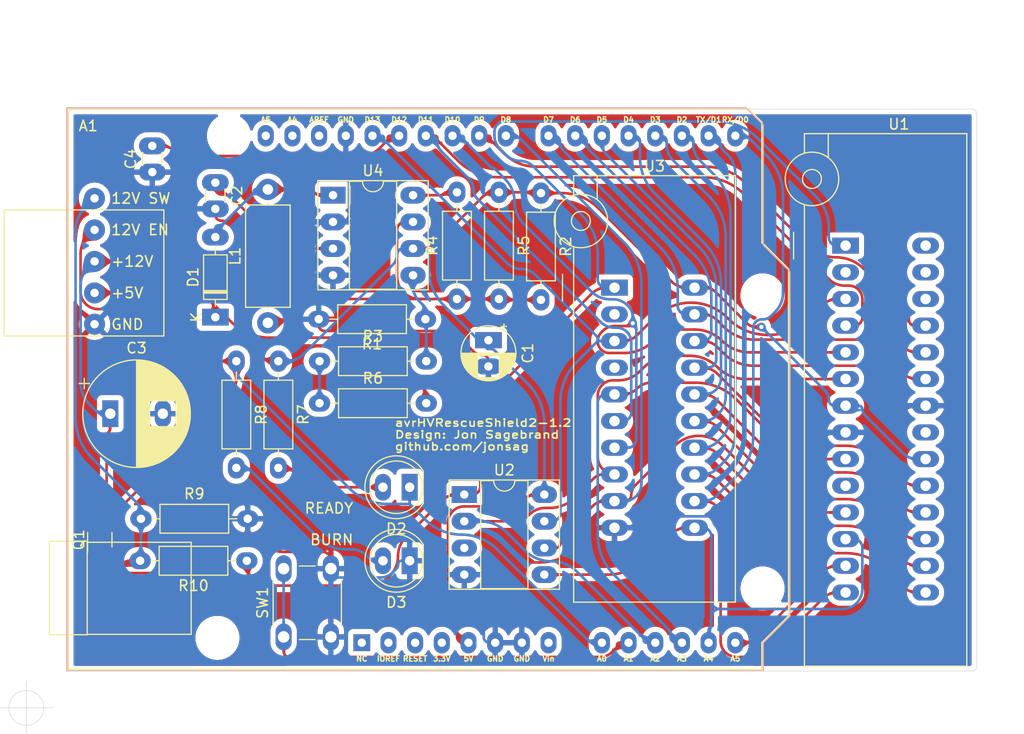
<source format=kicad_pcb>
(kicad_pcb (version 20211014) (generator pcbnew)
  (title_block (title "avrHVRescueShield2") (date "2022-09-09") (rev "1.2"))
  (layers (0 "F.Cu" signal) (31 "B.Cu" signal) (34 "B.Paste" user) (35 "F.Paste" user) (36 "B.SilkS" user "B.Silkscreen") (37 "F.SilkS" user "F.Silkscreen") (38 "B.Mask" user) (39 "F.Mask" user) (44 "Edge.Cuts" user))
  (net 0 "")
  (net 1 "DATA1")
  (net 2 "DATA0")
  (net 3 "PAGEL")
  (net 4 "XA1")
  (net 5 "RDY")
  (net 6 "XTAL1")
  (net 7 "VCC")
  (net 8 "BS1")
  (net 9 "~{OE}")
  (net 10 "~{GO}")
  (net 11 "~{WR}")
  (net 12 "12V_EN")
  (net 13 "BS2")
  (net 14 "XA0")
  (net 15 "GND")
  (net 16 "DATA7")
  (net 17 "DATA6")
  (net 18 "DATA5")
  (net 19 "DATA4")
  (net 20 "DATA3")
  (net 21 "DATA2")
  (net 22 "+5V")
  (net 23 "Net-(C2-Pad1)")
  (net 24 "+12V")
  (net 25 "Net-(D1-Pad2)")
  (net 26 "Net-(D2-Pad2)")
  (net 27 "Net-(D3-Pad2)")
  (net 28 "Net-(L1-Pad1)")
  (net 29 "12V_SW")
  (net 30 "Net-(R1-Pad1)")
  (net 31 "Net-(R3-Pad1)")
  (net 32 "~{RESET}")
  (net 42 "Net-(Q1-Pad5)")
  (net 51 "Net-(R4-Pad2)")
  (footprint "Package_TO_SOT_SMD:SOT-363_SC-70-6_Handsoldering" (layer "F.Cu") (at 116 102 90)
    (fp_text reference "Q1")
    (fp_text value "MUN5311DW1T1G")
  )
  (footprint "My_Misc:R_Axial_DIN0207_L6.3mm_D2.5mm_P10.16mm_Horizontal_large" (layer "F.Cu") (at 147 81 180)
    (fp_text reference "R1")
    (fp_text value "1.5k")
  )
  (footprint "My_Misc:R_Axial_DIN0207_L6.3mm_D2.5mm_P10.16mm_Horizontal_large" (layer "F.Cu") (at 154 68.92 -90)
    (fp_text reference "R5")
    (fp_text value "1R")
  )
  (footprint "My_Misc:R_Axial_DIN0207_L6.3mm_D2.5mm_P10.16mm_Horizontal_large" (layer "F.Cu") (at 158 69 -90)
    (fp_text reference "R2")
    (fp_text value "1R")
  )
  (footprint "My_Misc:ZIF_DIP_Socket-20_W4.3_W5.08_W7.62_W10.16_W10.9_3M_220-3342-00-0602J_large" (layer "F.Cu") (at 165 78)
    (fp_text reference "U3")
    (fp_text value "ATtiny2313-20PU")
  )
  (footprint "My_Misc:R_Axial_DIN0207_L6.3mm_D2.5mm_P10.16mm_Horizontal_large" (layer "F.Cu") (at 130 104 180)
    (fp_text reference "R10")
    (fp_text value "100R")
  )
  (footprint "Package_DIP:DIP-8_W7.62mm_Socket_LongPads" (layer "F.Cu") (at 150.7 97.7)
    (fp_text reference "U2")
    (fp_text value "ATtiny85-20PU")
  )
  (footprint "My_Misc:D_DO-35_SOD27_P7.62mm_Horizontal_large" (layer "F.Cu") (at 127 80.81 90)
    (fp_text reference "D1")
    (fp_text value "1N5819")
  )
  (footprint "My_Misc:LED_D5.0mm_larger_pads" (layer "F.Cu") (at 145.5 97 180)
    (fp_text reference "D2")
    (fp_text value "READY")
  )
  (footprint "My_Misc:C_Disc_D3.0mm_W1.6mm_P2.50mm_larg" (layer "F.Cu") (at 121 67 90)
    (fp_text reference "C4")
    (fp_text value "100n")
  )
  (footprint "My_Misc:L_Axial_L9.5mm_D4.0mm_P12.70mm_Horizontal_Fastron_SMCC_large" (layer "F.Cu") (at 132 81.35 90)
    (fp_text reference "L1")
    (fp_text value "47u")
  )
  (footprint "My_Misc:R_Axial_DIN0207_L6.3mm_D2.5mm_P10.16mm_Horizontal_large" (layer "F.Cu") (at 129 85 -90)
    (fp_text reference "R8")
    (fp_text value "330R")
  )
  (footprint "My_Arduino:Arduino_UNO_R3_shield_large" (layer "F.Cu") (at 113 61)
    (fp_text reference "A1")
    (fp_text value "Arduino_UNO_R3")
  )
  (footprint "My_Misc:R_Axial_DIN0207_L6.3mm_D2.5mm_P10.16mm_Horizontal_large" (layer "F.Cu") (at 136.92 85)
    (fp_text reference "R3")
    (fp_text value "12k")
  )
  (footprint "My_Misc:ZIF_DIP_Socket-28_W6.9_W7.62_W7.62_W12.7_W13.5_large" (layer "F.Cu") (at 187 74)
    (fp_text reference "U1")
    (fp_text value "ATmega328P-PU")
  )
  (footprint "My_Misc:SW_PUSH_6mm_large" (layer "F.Cu") (at 133.5 111.25 90)
    (fp_text reference "SW1")
    (fp_text value "SW_Push")
  )
  (footprint "My_Misc:LED_D5.0mm_larger_pads" (layer "F.Cu") (at 145.5 104 180)
    (fp_text reference "D3")
    (fp_text value "BURN")
  )
  (footprint "My_Misc:Single_solder_pad" (layer "F.Cu") (at 115.5 78.5)
    (fp_text reference "TP4" hide)
    (fp_text value "+5V" hide)
  )
  (footprint "My_Misc:CP_Radial_D10.0mm_P5.00mm_larger" (layer "F.Cu") (at 117 90)
    (fp_text reference "C3")
    (fp_text value "330u")
  )
  (footprint "My_Misc:CP_Radial_D5.0mm_P2.50mm_larger_pads" (layer "F.Cu") (at 153 83 -90)
    (fp_text reference "C1")
    (fp_text value "100u")
  )
  (footprint "My_Misc:DIP-8_W7.62mm_Socket_w_dip_packet_LongPads" (layer "F.Cu") (at 138.2 69.2)
    (fp_text reference "U4")
    (fp_text value "MC34063AP")
  )
  (footprint "My_Misc:R_Axial_DIN0207_L6.3mm_D2.5mm_P10.16mm_Horizontal_large" (layer "F.Cu") (at 133 85 -90)
    (fp_text reference "R7")
    (fp_text value "330R")
  )
  (footprint "My_Misc:Single_solder_pad" (layer "F.Cu") (at 115.5 69.5)
    (fp_text reference "TP3" hide)
    (fp_text value "12V SW" hide)
  )
  (footprint "My_Misc:C_Disc_D3.0mm_W1.6mm_P2.50mm_larg" (layer "F.Cu") (at 127 68 -90)
    (fp_text reference "C2")
    (fp_text value "270p")
  )
  (footprint "My_Misc:R_Axial_DIN0207_L6.3mm_D2.5mm_P10.16mm_Horizontal_large" (layer "F.Cu") (at 150 79.08 90)
    (fp_text reference "R4")
    (fp_text value "180R")
  )
  (footprint "My_Misc:Single_solder_pad" (layer "F.Cu") (at 115.5 75.5 90)
    (fp_text reference "TP1" hide)
    (fp_text value "+12V" hide)
  )
  (footprint "My_Misc:Single_solder_pad" (layer "F.Cu") (at 115.5 72.5 90)
    (fp_text reference "TP2" hide)
    (fp_text value "12V EN" hide)
  )
  (footprint "My_Misc:R_Axial_DIN0207_L6.3mm_D2.5mm_P10.16mm_Horizontal_large" (layer "F.Cu") (at 136.92 89)
    (fp_text reference "R6")
    (fp_text value "1k")
  )
  (footprint "My_Misc:R_Axial_DIN0207_L6.3mm_D2.5mm_P10.16mm_Horizontal_large" (layer "F.Cu") (at 119.92 100)
    (fp_text reference "R9")
    (fp_text value "1k")
  )
  (footprint "My_Misc:Single_solder_pad" (layer "F.Cu") (at 115.5 81.48 90)
    (fp_text reference "TP5" hide)
    (fp_text value "GND" hide)
  )
  (gr_arc (start 113.5 114.5) (mid 113.146447 114.353553) (end 113 114) (layer "Edge.Cuts") (width 0.05))
  (gr_line (start 113 114) (end 113 61.5) (layer "Edge.Cuts") (width 0.05))
  (gr_line (start 199 114.5) (end 113.5 114.5) (layer "Edge.Cuts") (width 0.05))
  (gr_arc (start 199.5 114) (mid 199.353553 114.353553) (end 199 114.5) (layer "Edge.Cuts") (width 0.05))
  (gr_line (start 113.5 61) (end 199 61) (layer "Edge.Cuts") (width 0.05))
  (gr_arc (start 113 61.5) (mid 113.146447 61.146447) (end 113.5 61) (layer "Edge.Cuts") (width 0.05))
  (gr_line (start 199.5 61.5) (end 199.5 114) (layer "Edge.Cuts") (width 0.05))
  (gr_arc (start 199 61) (mid 199.353553 61.146447) (end 199.5 61.5) (layer "Edge.Cuts") (width 0.05))
  (gr_text "BURN" (at 140.225 102) (layer "F.SilkS") (effects (font (size 1 1)) (justify right)))
  (gr_text "12V EN" (at 117 72.5) (layer "F.SilkS") (effects (font (size 1 1)) (justify left)))
  (gr_text "+5V" (at 117 78.5) (layer "F.SilkS") (effects (font (size 1 1)) (justify left)))
  (gr_text "+12V" (at 117 75.5) (layer "F.SilkS") (effects (font (size 1 1)) (justify left)))
  (gr_text "${TITLE}-${REVISION}\nDesign: Jon Sagebrand\ngithub.com/jonsag" (at 144 92) (layer "F.SilkS") (effects (font (size 0.7 0.9)) (justify left)))
  (gr_text "GND" (at 117 81.5) (layer "F.SilkS") (effects (font (size 1 1)) (justify left)))
  (gr_text "READY" (at 140.225 99) (layer "F.SilkS") (effects (font (size 1 1)) (justify right)))
  (gr_text "12V SW" (at 117 69.5) (layer "F.SilkS") (effects (font (size 1 1)) (justify left)))
  (target plus (at 109 118) (size 5) (width 0.05) (layer "Edge.Cuts"))
  (segment (start 173.41765 95.78) (end 172.62 95.78) (width 0.25) (layer "F.Cu") (net 1))
  (segment (start 180.117507 101.682207) (end 174.779323 96.344023) (width 0.25) (layer "F.Cu") (net 1))
  (segment (start 183.965263 103.276) (end 187.026736 103.276) (width 0.25) (layer "F.Cu") (net 1))
  (segment (start 192.460676 106.455976) (end 190.874492 104.869792) (width 0.25) (layer "F.Cu") (net 1))
  (segment (start 193.82235 107.02) (end 194.62 107.02) (width 0.25) (layer "F.Cu") (net 1))
  (arc (start 180.117507 101.682207) (mid 181.882872 102.861786) (end 183.965263 103.276) (width 0.25) (layer "F.Cu") (net 1))
  (arc (start 174.779323 96.344023) (mid 174.154582 95.926584) (end 173.41765 95.78) (width 0.25) (layer "F.Cu") (net 1))
  (arc (start 190.874492 104.869792) (mid 189.109126 103.690213) (end 187.026736 103.276) (width 0.25) (layer "F.Cu") (net 1))
  (arc (start 192.460676 106.455976) (mid 193.085417 106.873414) (end 193.82235 107.02) (width 0.25) (layer "F.Cu") (net 1))
  (segment (start 174.50365 63.54) (end 173.96 63.54) (width 0.25) (layer "B.Cu") (net 1))
  (segment (start 173.41765 95.78) (end 172.62 95.78) (width 0.25) (layer "B.Cu") (net 1))
  (segment (start 174.779323 95.215976) (end 175.35765 94.63765) (width 0.25) (layer "B.Cu") (net 1))
  (segment (start 175.77365 65.35365) (end 175.431718 65.011718) (width 0.25) (layer "B.Cu") (net 1))
  (segment (start 176.5 67.107214) (end 176.5 91.879773) (width 0.25) (layer "B.Cu") (net 1))
  (arc (start 175.77365 65.35365) (mid 176.311227 66.158192) (end 176.5 67.107214) (width 0.25) (layer "B.Cu") (net 1))
  (arc (start 175.0473 64.08365) (mid 174.888068 63.699231) (end 174.50365 63.54) (width 0.25) (layer "B.Cu") (net 1))
  (arc (start 175.0473 64.08365) (mid 175.147206 64.585916) (end 175.431718 65.011718) (width 0.25) (layer "B.Cu") (net 1))
  (arc (start 174.779323 95.215976) (mid 174.154582 95.633414) (end 173.41765 95.78) (width 0.25) (layer "B.Cu") (net 1))
  (arc (start 176.5 91.879773) (mid 176.203112 93.372325) (end 175.35765 94.63765) (width 0.25) (layer "B.Cu") (net 1))
  (segment (start 175.1035 111.643208) (end 175.1035 99.836252) (width 0.25) (layer "F.Cu") (net 2))
  (segment (start 173.587247 98.32) (end 172.62 98.32) (width 0.25) (layer "F.Cu") (net 2))
  (segment (start 176.617191 113.1569) (end 177.629 113.1569) (width 0.25) (layer "F.Cu") (net 2))
  (segment (start 186.20235 107.02) (end 187 107.02) (width 0.25) (layer "F.Cu") (net 2))
  (segment (start 184.840676 107.584023) (end 180.426606 111.998093) (width 0.25) (layer "F.Cu") (net 2))
  (arc (start 180.426606 111.998093) (mid 179.143053 112.855735) (end 177.629 113.1569) (width 0.25) (layer "F.Cu") (net 2))
  (arc (start 186.20235 107.02) (mid 185.465417 107.166584) (end 184.840676 107.584023) (width 0.25) (layer "F.Cu") (net 2))
  (arc (start 174.6594 98.7641) (mid 174.988082 99.256007) (end 175.1035 99.836252) (width 0.25) (layer "F.Cu") (net 2))
  (arc (start 175.1035 111.643208) (mid 175.218722 112.222472) (end 175.54685 112.71355) (width 0.25) (layer "F.Cu") (net 2))
  (arc (start 174.6594 98.7641) (mid 174.167492 98.435417) (end 173.587247 98.32) (width 0.25) (layer "F.Cu") (net 2))
  (arc (start 175.54685 112.71355) (mid 176.037926 113.041677) (end 176.617191 113.1569) (width 0.25) (layer "F.Cu") (net 2))
  (segment (start 176.621106 95.914192) (end 174.779323 97.755976) (width 0.25) (layer "B.Cu") (net 2))
  (segment (start 178.2149 81.818515) (end 178.2149 92.066436) (width 0.25) (layer "B.Cu") (net 2))
  (segment (start 179.1315 81.0172) (end 179.016215 81.0172) (width 0.25) (layer "B.Cu") (net 2))
  (segment (start 173.41765 98.32) (end 172.62 98.32) (width 0.25) (layer "B.Cu") (net 2))
  (segment (start 177.04365 63.54) (end 176.5 63.54) (width 0.25) (layer "B.Cu") (net 2))
  (segment (start 179.449807 65.402507) (end 177.971718 63.924418) (width 0.25) (layer "B.Cu") (net 2))
  (segment (start 181.0436 69.250263) (end 181.0436 78.516459) (width 0.25) (layer "B.Cu") (net 2))
  (segment (start 179.894918 80.700981) (end 180.31115 80.28475) (width 0.25) (layer "B.Cu") (net 2))
  (arc (start 179.016215 81.0172) (mid 178.709565 81.078196) (end 178.4496 81.2519) (width 0.25) (layer "B.Cu") (net 2))
  (arc (start 177.971718 63.924418) (mid 177.545916 63.639906) (end 177.04365 63.54) (width 0.25) (layer "B.Cu") (net 2))
  (arc (start 174.779323 97.755976) (mid 174.154582 98.173414) (end 173.41765 98.32) (width 0.25) (layer "B.Cu") (net 2))
  (arc (start 181.0436 78.516459) (mid 180.853242 79.473451) (end 180.31115 80.28475) (width 0.25) (layer "B.Cu") (net 2))
  (arc (start 178.4496 81.2519) (mid 178.275896 81.511865) (end 178.2149 81.818515) (width 0.25) (layer "B.Cu") (net 2))
  (arc (start 179.449807 65.402507) (mid 180.629386 67.167872) (end 181.0436 69.250263) (width 0.25) (layer "B.Cu") (net 2))
  (arc (start 179.894918 80.700981) (mid 179.544658 80.935017) (end 179.1315 81.0172) (width 0.25) (layer "B.Cu") (net 2))
  (arc (start 178.2149 92.066436) (mid 177.800686 94.148826) (end 176.621106 95.914192) (width 0.25) (layer "B.Cu") (net 2))
  (segment (start 178.644976 111.239723) (end 184.840676 105.044023) (width 0.25) (layer "F.Cu") (net 3))
  (segment (start 186.20235 104.48) (end 187 104.48) (width 0.25) (layer "F.Cu") (net 3))
  (segment (start 177.29235 111.8) (end 176.5 111.8) (width 0.25) (layer "F.Cu") (net 3))
  (arc (start 186.20235 104.48) (mid 185.465417 104.626584) (end 184.840676 105.044023) (width 0.25) (layer "F.Cu") (net 3))
  (arc (start 178.644976 111.239723) (mid 178.024385 111.654388) (end 177.29235 111.8) (width 0.25) (layer "F.Cu") (net 3))
  (segment (start 164.310736 105.32) (end 158.32 105.32) (width 0.25) (layer "F.Cu") (net 4))
  (segment (start 170.460676 101.424023) (end 168.158492 103.726207) (width 0.25) (layer "F.Cu") (net 4))
  (segment (start 171.82235 100.86) (end 172.62 100.86) (width 0.25) (layer "F.Cu") (net 4))
  (arc (start 171.82235 100.86) (mid 171.085417 101.006584) (end 170.460676 101.424023) (width 0.25) (layer "F.Cu") (net 4))
  (arc (start 168.158492 103.726207) (mid 166.393126 104.905786) (end 164.310736 105.32) (width 0.25) (layer "F.Cu") (net 4))
  (segment (start 174.2153 109.39645) (end 174.2153 107.78255) (width 0.25) (layer "B.Cu") (net 4))
  (segment (start 173.41765 100.86) (end 172.62 100.86) (width 0.25) (layer "B.Cu") (net 4))
  (segment (start 174.2153 101.65765) (end 174.2153 107.78255) (width 0.25) (layer "B.Cu") (net 4))
  (segment (start 173.96 110.639224) (end 173.96 111.8) (width 0.25) (layer "B.Cu") (net 4))
  (segment (start 174.2153 110.022875) (end 174.2153 109.39645) (width 0.25) (layer "B.Cu") (net 4))
  (segment (start 186.710141 108.5895) (end 175.02225 108.5895) (width 0.25) (layer "B.Cu") (net 4))
  (segment (start 187.79765 101.94) (end 187 101.94) (width 0.25) (layer "B.Cu") (net 4))
  (segment (start 188.5953 106.704341) (end 188.5953 102.73765) (width 0.25) (layer "B.Cu") (net 4))
  (arc (start 174.2153 110.022875) (mid 174.182124 110.189658) (end 174.08765 110.33105) (width 0.25) (layer "B.Cu") (net 4))
  (arc (start 175.02225 108.5895) (mid 174.45165 108.82585) (end 174.2153 109.39645) (width 0.25) (layer "B.Cu") (net 4))
  (arc (start 174.2153 107.78255) (mid 174.45165 108.353149) (end 175.02225 108.5895) (width 0.25) (layer "B.Cu") (net 4))
  (arc (start 188.5953 102.73765) (mid 188.361673 102.173626) (end 187.79765 101.94) (width 0.25) (layer "B.Cu") (net 4))
  (arc (start 174.08765 110.33105) (mid 173.993175 110.472441) (end 173.96 110.639224) (width 0.25) (layer "B.Cu") (net 4))
  (arc (start 188.04315 108.03735) (mid 187.43156 108.446) (end 186.710141 108.5895) (width 0.25) (layer "B.Cu") (net 4))
  (arc (start 174.2153 101.65765) (mid 173.981673 101.093626) (end 173.41765 100.86) (width 0.25) (layer "B.Cu") (net 4))
  (arc (start 188.5953 106.704341) (mid 188.4518 107.42576) (end 188.04315 108.03735) (width 0.25) (layer "B.Cu") (net 4))
  (segment (start 168.809959 80.865339) (end 167.159323 82.515976) (width 0.25) (layer "F.Cu") (net 5))
  (segment (start 165.79765 83.08) (end 165 83.08) (width 0.25) (layer "F.Cu") (net 5))
  (segment (start 186.20235 79.08) (end 187 79.08) (width 0.25) (layer "F.Cu") (net 5))
  (segment (start 175.84195 80.96255) (end 175.744739 80.865339) (width 0.25) (layer "F.Cu") (net 5))
  (segment (start 179.544025 82.496) (end 179.734736 82.496) (width 0.25) (layer "F.Cu") (net 5))
  (segment (start 184.840676 79.644023) (end 183.582492 80.902207) (width 0.25) (layer "F.Cu") (net 5))
  (arc (start 175.744739 80.865339) (mid 174.153887 79.802366) (end 172.27735 79.4291) (width 0.25) (layer "F.Cu") (net 5))
  (arc (start 175.84195 80.96255) (mid 177.540476 82.097469) (end 179.544025 82.496) (width 0.25) (layer "F.Cu") (net 5))
  (arc (start 183.582492 80.902207) (mid 181.817126 82.081786) (end 179.734736 82.496) (width 0.25) (layer "F.Cu") (net 5))
  (arc (start 186.20235 79.08) (mid 185.465417 79.226584) (end 184.840676 79.644023) (width 0.25) (layer "F.Cu") (net 5))
  (arc (start 167.159323 82.515976) (mid 166.534582 82.933414) (end 165.79765 83.08) (width 0.25) (layer "F.Cu") (net 5))
  (arc (start 172.27735 79.4291) (mid 170.400811 79.802366) (end 168.809959 80.865339) (width 0.25) (layer "F.Cu") (net 5))
  (segment (start 157.44404 76.76614) (end 163.279824 82.601924) (width 0.25) (layer "B.Cu") (net 5))
  (segment (start 159.08265 100.24) (end 158.32 100.24) (width 0.25) (layer "B.Cu") (net 5))
  (segment (start 154.772759 75.659659) (end 143.18667 64.07357) (width 0.25) (layer "B.Cu") (net 5))
  (segment (start 159.8453 99.47735) (end 159.8453 88.893363) (width 0.25) (layer "B.Cu") (net 5))
  (segment (start 161.439092 85.045606) (end 163.279824 83.204875) (width 0.25) (layer "B.Cu") (net 5))
  (segment (start 163.5813 83.08) (end 165 83.08) (width 0.25) (layer "B.Cu") (net 5))
  (segment (start 142.8502 63.54) (end 141.96 63.54) (width 0.25) (layer "B.Cu") (net 5))
  (arc (start 154.772759 75.659659) (mid 155.385556 76.069117) (end 156.1084 76.2129) (width 0.25) (layer "B.Cu") (net 5))
  (arc (start 163.279824 83.204875) (mid 163.372245 83.066557) (end 163.4047 82.9034) (width 0.25) (layer "B.Cu") (net 5))
  (arc (start 159.8453 99.47735) (mid 159.621924 100.016624) (end 159.08265 100.24) (width 0.25) (layer "B.Cu") (net 5))
  (arc (start 161.439092 85.045606) (mid 160.259513 86.810972) (end 159.8453 88.893363) (width 0.25) (layer "B.Cu") (net 5))
  (arc (start 143.0473 63.7371) (mid 142.98957 63.597729) (end 142.8502 63.54) (width 0.25) (layer "B.Cu") (net 5))
  (arc (start 157.44404 76.76614) (mid 156.831243 76.356682) (end 156.1084 76.2129) (width 0.25) (layer "B.Cu") (net 5))
  (arc (start 163.4047 82.9034) (mid 163.456424 83.028275) (end 163.5813 83.08) (width 0.25) (layer "B.Cu") (net 5))
  (arc (start 143.0473 63.7371) (mid 143.083521 63.919196) (end 143.18667 64.07357) (width 0.25) (layer "B.Cu") (net 5))
  (arc (start 163.279824 82.601924) (mid 163.372245 82.740242) (end 163.4047 82.9034) (width 0.25) (layer "B.Cu") (net 5))
  (arc (start 163.5813 83.08) (mid 163.418142 83.112453) (end 163.279824 83.204875) (width 0.25) (layer "B.Cu") (net 5))
  (segment (start 176.600992 88.642592) (end 180.684607 92.726207) (width 0.25) (layer "F.Cu") (net 6))
  (segment (start 184.532363 94.32) (end 187 94.32) (width 0.25) (layer "F.Cu") (net 6))
  (segment (start 168.492237 87.0488) (end 172.753236 87.0488) (width 0.25) (layer "F.Cu") (net 6))
  (segment (start 165.809562 88.16) (end 165 88.16) (width 0.25) (layer "F.Cu") (net 6))
  (arc (start 168.492237 87.0488) (mid 167.76631 87.193195) (end 167.1509 87.6044) (width 0.25) (layer "F.Cu") (net 6))
  (arc (start 176.600992 88.642592) (mid 174.835626 87.463013) (end 172.753236 87.0488) (width 0.25) (layer "F.Cu") (net 6))
  (arc (start 180.684607 92.726207) (mid 182.449972 93.905786) (end 184.532363 94.32) (width 0.25) (layer "F.Cu") (net 6))
  (arc (start 167.1509 87.6044) (mid 166.535489 88.015604) (end 165.809562 88.16) (width 0.25) (layer "F.Cu") (net 6))
  (segment (start 164.998492 105.378492) (end 169.948281 110.328281) (width 0.25) (layer "B.Cu") (net 6))
  (segment (start 164.20235 88.16) (end 165 88.16) (width 0.25) (layer "B.Cu") (net 6))
  (segment (start 163.4047 101.530736) (end 163.4047 88.95765) (width 0.25) (layer "B.Cu") (net 6))
  (segment (start 170.87635 111.8) (end 171.42 111.8) (width 0.25) (layer "B.Cu") (net 6))
  (arc (start 164.20235 88.16) (mid 163.638326 88.393626) (end 163.4047 88.95765) (width 0.25) (layer "B.Cu") (net 6))
  (arc (start 163.4047 101.530736) (mid 163.818913 103.613126) (end 164.998492 105.378492) (width 0.25) (layer "B.Cu") (net 6))
  (arc (start 169.948281 110.328281) (mid 170.232792 110.754082) (end 170.3327 111.25635) (width 0.25) (layer "B.Cu") (net 6))
  (arc (start 170.3327 111.25635) (mid 170.491931 111.640768) (end 170.87635 111.8) (width 0.25) (layer "B.Cu") (net 6))
  (segment (start 143.61655 63.54) (end 144.5 63.54) (width 0.25) (layer "F.Cu") (net 7))
  (segment (start 121.911952 64.5) (end 121 64.5) (width 0.25) (layer "F.Cu") (net 7))
  (segment (start 142.653349 64.707049) (end 143.268556 64.091843) (width 0.25) (layer "F.Cu") (net 7))
  (segment (start 140.820116 65.4664) (end 124.245047 65.4664) (width 0.25) (layer "F.Cu") (net 7))
  (arc (start 143.61655 63.54) (mid 143.472406 63.599706) (end 143.4127 63.74385) (width 0.25) (layer "F.Cu") (net 7))
  (arc (start 143.4127 63.74385) (mid 143.375238 63.932182) (end 143.268556 64.091843) (width 0.25) (layer "F.Cu") (net 7))
  (arc (start 142.653349 64.707049) (mid 141.812255 65.269051) (end 140.820116 65.4664) (width 0.25) (layer "F.Cu") (net 7))
  (arc (start 123.0785 64.9832) (mid 122.543283 64.625579) (end 121.911952 64.5) (width 0.25) (layer "F.Cu") (net 7))
  (arc (start 123.0785 64.9832) (mid 123.613716 65.34082) (end 124.245047 65.4664) (width 0.25) (layer "F.Cu") (net 7))
  (segment (start 177.499855 86.7) (end 187 86.7) (width 0.25) (layer "F.Cu") (net 8))
  (segment (start 163.4047 94.097304) (end 163.4047 88.289592) (width 0.25) (layer "F.Cu") (net 8))
  (segment (start 170.548524 84.483) (end 172.147544 84.483) (width 0.25) (layer "F.Cu") (net 8))
  (segment (start 152.98795 100.24) (end 151.46265 100.24) (width 0.25) (layer "F.Cu") (net 8))
  (segment (start 164.6952 95.78) (end 164.0856 95.78) (width 0.25) (layer "F.Cu") (net 8))
  (segment (start 158.8711 98.97) (end 158.425525 98.97) (width 0.25) (layer "F.Cu") (net 8))
  (segment (start 155.359474 100.24) (end 152.98795 100.24) (width 0.25) (layer "F.Cu") (net 8))
  (segment (start 151.46265 100.24) (end 150.7 100.24) (width 0.25) (layer "F.Cu") (net 8))
  (segment (start 167.723049 85.653349) (end 167.362089 86.01431) (width 0.25) (layer "F.Cu") (net 8))
  (segment (start 165.40805 86.8237) (end 164.870592 86.8237) (width 0.25) (layer "F.Cu") (net 8))
  (segment (start 163.89755 95.78) (end 164.0856 95.78) (width 0.25) (layer "F.Cu") (net 8))
  (segment (start 164.6952 95.78) (end 165 95.78) (width 0.25) (layer "F.Cu") (net 8))
  (segment (start 161.164768 98.019931) (end 163.056202 96.128497) (width 0.25) (layer "F.Cu") (net 8))
  (segment (start 163.89755 95.28715) (end 164.174873 95.564473) (width 0.25) (layer "F.Cu") (net 8))
  (arc (start 174.8237 85.5915) (mid 173.595869 84.771089) (end 172.147544 84.483) (width 0.25) (layer "F.Cu") (net 8))
  (arc (start 167.362089 86.01431) (mid 166.465568 86.613346) (end 165.40805 86.8237) (width 0.25) (layer "F.Cu") (net 8))
  (arc (start 164.174873 95.564473) (mid 164.413601 95.723986) (end 164.6952 95.78) (width 0.25) (layer "F.Cu") (net 8))
  (arc (start 156.8925 99.605) (mid 156.189141 100.074968) (end 155.359474 100.24) (width 0.25) (layer "F.Cu") (net 8))
  (arc (start 174.8237 85.5915) (mid 176.05153 86.41191) (end 177.499855 86.7) (width 0.25) (layer "F.Cu") (net 8))
  (arc (start 163.89755 95.78) (mid 163.442215 95.870571) (end 163.056202 96.128497) (width 0.25) (layer "F.Cu") (net 8))
  (arc (start 163.4047 94.097304) (mid 163.532787 94.741244) (end 163.89755 95.28715) (width 0.25) (layer "F.Cu") (net 8))
  (arc (start 161.164768 98.019931) (mid 160.112424 98.723085) (end 158.8711 98.97) (width 0.25) (layer "F.Cu") (net 8))
  (arc (start 170.548524 84.483) (mid 169.019388 84.787163) (end 167.723049 85.653349) (width 0.25) (layer "F.Cu") (net 8))
  (arc (start 164.0856 95.78) (mid 164.202241 95.702062) (end 164.174873 95.564473) (width 0.25) (layer "F.Cu") (net 8))
  (arc (start 158.425525 98.97) (mid 157.595857 99.135031) (end 156.8925 99.605) (width 0.25) (layer "F.Cu") (net 8))
  (arc (start 163.83405 87.25305) (mid 163.516284 87.728619) (end 163.4047 88.289592) (width 0.25) (layer "F.Cu") (net 8))
  (arc (start 164.870592 86.8237) (mid 164.309619 86.935284) (end 163.83405 87.25305) (width 0.25) (layer "F.Cu") (net 8))
  (segment (start 154.746041 101.296841) (end 156.455793 103.006593) (width 0.25) (layer "B.Cu") (net 8))
  (segment (start 152.1946 100.24) (end 150.7 100.24) (width 0.25) (layer "B.Cu") (net 8))
  (segment (start 167.648556 111.248156) (end 161.493806 105.093406) (width 0.25) (layer "B.Cu") (net 8))
  (segment (start 167.99655 111.8) (end 168.88 111.8) (width 0.25) (layer "B.Cu") (net 8))
  (arc (start 167.7927 111.59615) (mid 167.852406 111.740293) (end 167.99655 111.8) (width 0.25) (layer "B.Cu") (net 8))
  (arc (start 156.455793 103.006593) (mid 157.611523 103.778827) (end 158.9748 104.05) (width 0.25) (layer "B.Cu") (net 8))
  (arc (start 154.746041 101.296841) (mid 153.57543 100.514664) (end 152.1946 100.24) (width 0.25) (layer "B.Cu") (net 8))
  (arc (start 161.493806 105.093406) (mid 160.338076 104.321172) (end 158.9748 104.05) (width 0.25) (layer "B.Cu") (net 8))
  (arc (start 167.648556 111.248156) (mid 167.755238 111.407817) (end 167.7927 111.59615) (width 0.25) (layer "B.Cu") (net 8))
  (segment (start 187.317359 77.81) (end 186.94225 77.81) (width 0.25) (layer "F.Cu") (net 9))
  (segment (start 188.5953 79.08794) (end 188.5953 80.82235) (width 0.25) (layer "F.Cu") (net 9))
  (segment (start 187.79765 81.62) (end 187 81.62) (width 0.25) (layer "F.Cu") (net 9))
  (segment (start 150.075707 65.896107) (end 148.271443 64.091843) (width 0.25) (layer "F.Cu") (net 9))
  (segment (start 185.398257 77.170457) (end 177.311492 69.083692) (width 0.25) (layer "F.Cu") (net 9))
  (segment (start 153.923463 67.4899) (end 173.463736 67.4899) (width 0.25) (layer "F.Cu") (net 9))
  (segment (start 147.92345 63.54) (end 147.04 63.54) (width 0.25) (layer "F.Cu") (net 9))
  (arc (start 150.075707 65.896107) (mid 151.841072 67.075686) (end 153.923463 67.4899) (width 0.25) (layer "F.Cu") (net 9))
  (arc (start 148.1273 63.74385) (mid 148.067593 63.599706) (end 147.92345 63.54) (width 0.25) (layer "F.Cu") (net 9))
  (arc (start 148.1273 63.74385) (mid 148.164761 63.932182) (end 148.271443 64.091843) (width 0.25) (layer "F.Cu") (net 9))
  (arc (start 177.311492 69.083692) (mid 175.546126 67.904113) (end 173.463736 67.4899) (width 0.25) (layer "F.Cu") (net 9))
  (arc (start 188.221 78.1843) (mid 188.498022 78.598893) (end 188.5953 79.08794) (width 0.25) (layer "F.Cu") (net 9))
  (arc (start 188.5953 80.82235) (mid 188.361673 81.386373) (end 187.79765 81.62) (width 0.25) (layer "F.Cu") (net 9))
  (arc (start 188.221 78.1843) (mid 187.806406 77.907277) (end 187.317359 77.81) (width 0.25) (layer "F.Cu") (net 9))
  (arc (start 185.398257 77.170457) (mid 186.106647 77.643788) (end 186.94225 77.81) (width 0.25) (layer "F.Cu") (net 9))
  (segment (start 147.58365 63.54) (end 147.04 63.54) (width 0.25) (layer "B.Cu") (net 9))
  (segment (start 165.79765 90.7) (end 165 90.7) (width 0.25) (layer "B.Cu") (net 9))
  (segment (start 163.668474 81.258774) (end 151.956379 69.546679) (width 0.25) (layer "B.Cu") (net 9))
  (segment (start 148.511718 65.011718) (end 151.18542 67.68542) (width 0.25) (layer "B.Cu") (net 9))
  (segment (start 165.201447 81.81) (end 164.99925 81.81) (width 0.25) (layer "B.Cu") (net 9))
  (segment (start 166.5953 89.90235) (end 166.5953 83.203852) (width 0.25) (layer "B.Cu") (net 9))
  (arc (start 151.18542 67.68542) (mid 151.470717 68.112396) (end 151.5709 68.61605) (width 0.25) (layer "B.Cu") (net 9))
  (arc (start 166.18705 82.21825) (mid 165.734851 81.9161) (end 165.201447 81.81) (width 0.25) (layer "B.Cu") (net 9))
  (arc (start 148.1273 64.08365) (mid 147.968068 63.699231) (end 147.58365 63.54) (width 0.25) (layer "B.Cu") (net 9))
  (arc (start 148.1273 64.08365) (mid 148.227206 64.585916) (end 148.511718 65.011718) (width 0.25) (layer "B.Cu") (net 9))
  (arc (start 166.5953 89.90235) (mid 166.361673 90.466373) (end 165.79765 90.7) (width 0.25) (layer "B.Cu") (net 9))
  (arc (start 151.5709 68.61605) (mid 151.671082 69.119702) (end 151.956379 69.546679) (width 0.25) (layer "B.Cu") (net 9))
  (arc (start 163.668474 81.258774) (mid 164.279039 81.666741) (end 164.99925 81.81) (width 0.25) (layer "B.Cu") (net 9))
  (arc (start 166.18705 82.21825) (mid 166.489199 82.670448) (end 166.5953 83.203852) (width 0.25) (layer "B.Cu") (net 9))
  (segment (start 165.45655 111.8) (end 166.34 111.8) (width 0.25) (layer "F.Cu") (net 10))
  (segment (start 134.037567 113.1602) (end 163.62668 113.1602) (width 0.25) (layer "F.Cu") (net 10))
  (segment (start 133.5 112.622632) (end 133.5 111.25) (width 0.25) (layer "F.Cu") (net 10))
  (segment (start 165.108556 112.351843) (end 164.77645 112.68395) (width 0.25) (layer "F.Cu") (net 10))
  (arc (start 165.2527 112.00385) (mid 165.215238 112.192182) (end 165.108556 112.351843) (width 0.25) (layer "F.Cu") (net 10))
  (arc (start 133.5 112.622632) (mid 133.540919 112.82835) (end 133.65745 113.00275) (width 0.25) (layer "F.Cu") (net 10))
  (arc (start 164.77645 112.68395) (mid 164.248931 113.036426) (end 163.62668 113.1602) (width 0.25) (layer "F.Cu") (net 10))
  (arc (start 133.65745 113.00275) (mid 133.831849 113.11928) (end 134.037567 113.1602) (width 0.25) (layer "F.Cu") (net 10))
  (arc (start 165.45655 111.8) (mid 165.312406 111.859706) (end 165.2527 112.00385) (width 0.25) (layer "F.Cu") (net 10))
  (segment (start 133.5 104.75) (end 133.5 111.25) (width 0.25) (layer "B.Cu") (net 10))
  (segment (start 166.6117 81.5179) (end 166.7445 81.3851) (width 0.25) (layer "F.Cu") (net 11))
  (segment (start 165.0215 81.6507) (end 166.291092 81.6507) (width 0.25) (layer "F.Cu") (net 11))
  (segment (start 164.502369 84.2201) (end 165.958759 84.2201) (width 0.25) (layer "F.Cu") (net 11))
  (segment (start 177.876543 84.16) (end 187 84.16) (width 0.25) (layer "F.Cu") (net 11))
  (segment (start 163.4047 83.12243) (end 163.4047 83.08745) (width 0.25) (layer "F.Cu") (net 11))
  (segment (start 172.630456 81.987) (end 171.34994 81.987) (width 0.25) (layer "F.Cu") (net 11))
  (segment (start 163.878249 82.124249) (end 163.750934 82.251565) (width 0.25) (layer "F.Cu") (net 11))
  (via (at 166.7445 81.3851) (size 0.8) (drill 0.4) (layers "F.Cu" "B.Cu") (net 11))
  (arc (start 163.750934 82.251565) (mid 163.494683 82.635072) (end 163.4047 83.08745) (width 0.25) (layer "F.Cu") (net 11))
  (arc (start 166.6117 81.5179) (mid 166.464603 81.616186) (end 166.291092 81.6507) (width 0.25) (layer "F.Cu") (net 11))
  (arc (start 163.4047 83.12243) (mid 163.488255 83.54249) (end 163.7262 83.8986) (width 0.25) (layer "F.Cu") (net 11))
  (arc (start 175.2535 83.0735) (mid 174.050037 82.269372) (end 172.630456 81.987) (width 0.25) (layer "F.Cu") (net 11))
  (arc (start 171.34994 81.987) (mid 169.891097 82.277181) (end 168.65435 83.10355) (width 0.25) (layer "F.Cu") (net 11))
  (arc (start 165.0215 81.6507) (mid 164.402777 81.773771) (end 163.878249 82.124249) (width 0.25) (layer "F.Cu") (net 11))
  (arc (start 175.2535 83.0735) (mid 176.456962 83.877627) (end 177.876543 84.16) (width 0.25) (layer "F.Cu") (net 11))
  (arc (start 163.7262 83.8986) (mid 164.082309 84.136544) (end 164.502369 84.2201) (width 0.25) (layer "F.Cu") (net 11))
  (arc (start 168.65435 83.10355) (mid 167.417602 83.929918) (end 165.958759 84.2201) (width 0.25) (layer "F.Cu") (net 11))
  (segment (start 154.599199 67.678799) (end 153.566317 66.645917) (width 0.25) (layer "B.Cu") (net 11))
  (segment (start 166.91205 81.55265) (end 166.7445 81.3851) (width 0.25) (layer "B.Cu") (net 11))
  (segment (start 156.3594 71.9283) (end 162.795554 78.364454) (width 0.25) (layer "B.Cu") (net 11))
  (segment (start 164.880339 79.1107) (end 164.59715 79.1107) (width 0.25) (layer "B.Cu") (net 11))
  (segment (start 150.818267 64.117967) (end 153.190582 66.490282) (width 0.25) (layer "B.Cu") (net 11))
  (segment (start 166.7445 80.7939) (end 166.7445 81.3851) (width 0.25) (layer "B.Cu") (net 11))
  (segment (start 167.0796 92.413248) (end 167.0796 81.957151) (width 0.25) (layer "B.Cu") (net 11))
  (segment (start 166.1985 79.6567) (end 166.326458 79.784658) (width 0.25) (layer "B.Cu") (net 11))
  (segment (start 166.252848 93.24) (end 165 93.24) (width 0.25) (layer "B.Cu") (net 11))
  (segment (start 150.4538 63.54) (end 149.58 63.54) (width 0.25) (layer "B.Cu") (net 11))
  (arc (start 153.566317 66.645917) (mid 153.480122 66.588323) (end 153.37845 66.5681) (width 0.25) (layer "B.Cu") (net 11))
  (arc (start 150.6673 63.7535) (mid 150.604767 63.602532) (end 150.4538 63.54) (width 0.25) (layer "B.Cu") (net 11))
  (arc (start 166.91205 81.55265) (mid 167.036055 81.738236) (end 167.0796 81.957151) (width 0.25) (layer "B.Cu") (net 11))
  (arc (start 154.599199 67.678799) (mid 155.250569 68.653643) (end 155.4793 69.80355) (width 0.25) (layer "B.Cu") (net 11))
  (arc (start 153.190582 66.490282) (mid 153.276776 66.547875) (end 153.37845 66.5681) (width 0.25) (layer "B.Cu") (net 11))
  (arc (start 166.1985 79.6567) (mid 165.593722 79.2526) (end 164.880339 79.1107) (width 0.25) (layer "B.Cu") (net 11))
  (arc (start 166.326458 79.784658) (mid 166.635854 80.247702) (end 166.7445 80.7939) (width 0.25) (layer "B.Cu") (net 11))
  (arc (start 155.4793 69.80355) (mid 155.70803 70.953456) (end 156.3594 71.9283) (width 0.25) (layer "B.Cu") (net 11))
  (arc (start 167.0796 92.413248) (mid 167.016667 92.729632) (end 166.83745 92.99785) (width 0.25) (layer "B.Cu") (net 11))
  (arc (start 162.795554 78.364454) (mid 163.622133 78.916756) (end 164.59715 79.1107) (width 0.25) (layer "B.Cu") (net 11))
  (arc (start 166.83745 92.99785) (mid 166.569232 93.177067) (end 166.252848 93.24) (width 0.25) (layer "B.Cu") (net 11))
  (arc (start 150.6673 63.7535) (mid 150.706535 63.950748) (end 150.818267 64.117967) (width 0.25) (layer "B.Cu") (net 11))
  (segment (start 117.377361 101.378538) (end 116.6784 102.077499) (width 0.25) (layer "F.Cu") (net 12))
  (segment (start 129 85) (end 125.980263 85) (width 0.25) (layer "F.Cu") (net 12))
  (segment (start 118.685438 98.220561) (end 127.972573 88.933426) (width 0.25) (layer "F.Cu") (net 12))
  (segment (start 114.8347 73.1653) (end 115.5 72.5) (width 0.25) (layer "F.Cu") (net 12))
  (segment (start 116.96265 80.0444) (end 115.851241 80.0444) (width 0.25) (layer "F.Cu") (net 12))
  (segment (start 129 85) (end 129 86.453) (width 0.25) (layer "F.Cu") (net 12))
  (segment (start 116 102.5053) (end 116 103.33) (width 0.25) (layer "F.Cu") (net 12))
  (segment (start 120.049184 81.322884) (end 122.132507 83.406207) (width 0.25) (layer "F.Cu") (net 12))
  (segment (start 114.1694 74.771476) (end 114.1694 78.362558) (width 0.25) (layer "F.Cu") (net 12))
  (arc (start 114.8347 73.1653) (mid 114.342305 73.902219) (end 114.1694 74.771476) (width 0.25) (layer "F.Cu") (net 12))
  (arc (start 116.6784 102.077499) (mid 116.482123 102.208646) (end 116.2506 102.2547) (width 0.25) (layer "F.Cu") (net 12))
  (arc (start 114.662 79.5518) (mid 115.207628 79.916377) (end 115.851241 80.0444) (width 0.25) (layer "F.Cu") (net 12))
  (arc (start 118.0314 99.79955) (mid 117.86142 100.654092) (end 117.377361 101.378538) (width 0.25) (layer "F.Cu") (net 12))
  (arc (start 120.049184 81.322884) (mid 118.63307 80.376667) (end 116.96265 80.0444) (width 0.25) (layer "F.Cu") (net 12))
  (arc (start 118.685438 98.220561) (mid 118.201378 98.945007) (end 118.0314 99.79955) (width 0.25) (layer "F.Cu") (net 12))
  (arc (start 116.2506 102.2547) (mid 116.073399 102.328099) (end 116 102.5053) (width 0.25) (layer "F.Cu") (net 12))
  (arc (start 114.1694 78.362558) (mid 114.297422 79.006171) (end 114.662 79.5518) (width 0.25) (layer "F.Cu") (net 12))
  (arc (start 129 86.453) (mid 128.73298 87.795396) (end 127.972573 88.933426) (width 0.25) (layer "F.Cu") (net 12))
  (arc (start 122.132507 83.406207) (mid 123.897872 84.585786) (end 125.980263 85) (width 0.25) (layer "F.Cu") (net 12))
  (segment (start 139.752812 97.094112) (end 129.474221 86.815521) (width 0.25) (layer "B.Cu") (net 12))
  (segment (start 145.5 98.4264) (end 145.5 97) (width 0.25) (layer "B.Cu") (net 12))
  (segment (start 145.5 98.4264) (end 145.5 98.539) (width 0.25) (layer "B.Cu") (net 12))
  (segment (start 143.377 98.5953) (end 145.4437 98.5953) (width 0.25) (layer "B.Cu") (net 12))
  (segment (start 153.839741 102.927041) (end 162.328281 111.415581) (width 0.25) (layer "B.Cu") (net 12))
  (segment (start 163.25635 111.8) (end 163.8 111.8) (width 0.25) (layer "B.Cu") (net 12))
  (segment (start 129 85.67065) (end 129 85) (width 0.25) (layer "B.Cu") (net 12))
  (segment (start 146.997658 100.092958) (end 145.53981 98.63511) (width 0.25) (layer "B.Cu") (net 12))
  (arc (start 145.5 98.539) (mid 145.510346 98.591014) (end 145.53981 98.63511) (width 0.25) (layer "B.Cu") (net 12))
  (arc (start 145.4437 98.5953) (mid 145.48351 98.57881) (end 145.5 98.539) (width 0.25) (layer "B.Cu") (net 12))
  (arc (start 139.752812 97.094112) (mid 141.415603 98.205153) (end 143.377 98.5953) (width 0.25) (layer "B.Cu") (net 12))
  (arc (start 162.328281 111.415581) (mid 162.754082 111.700092) (end 163.25635 111.8) (width 0.25) (layer "B.Cu") (net 12))
  (arc (start 145.53981 98.63511) (mid 145.495714 98.605646) (end 145.4437 98.5953) (width 0.25) (layer "B.Cu") (net 12))
  (arc (start 146.997658 100.092958) (mid 148.567245 101.141722) (end 150.4187 101.51) (width 0.25) (layer "B.Cu") (net 12))
  (arc (start 129 85.67065) (mid 129.123246 86.290249) (end 129.474221 86.815521) (width 0.25) (layer "B.Cu") (net 12))
  (arc (start 153.839741 102.927041) (mid 152.270154 101.878276) (end 150.4187 101.51) (width 0.25) (layer "B.Cu") (net 12))
  (segment (start 183.448258 74.016558) (end 177.508992 68.077292) (width 0.25) (layer "F.Cu") (net 13))
  (segment (start 154.4752 65.2156) (end 153.351443 64.091843) (width 0.25) (layer "F.Cu") (net 13))
  (segment (start 153.00345 63.54) (end 152.12 63.54) (width 0.25) (layer "F.Cu") (net 13))
  (segment (start 157.536181 66.4835) (end 173.661236 66.4835) (width 0.25) (layer "F.Cu") (net 13))
  (segment (start 193.58555 81.62) (end 194.62 81.62) (width 0.25) (layer "F.Cu") (net 13))
  (segment (start 188.731241 76.204841) (end 192.628119 80.101719) (width 0.25) (layer "F.Cu") (net 13))
  (arc (start 153.2073 63.74385) (mid 153.244761 63.932182) (end 153.351443 64.091843) (width 0.25) (layer "F.Cu") (net 13))
  (arc (start 177.508992 68.077292) (mid 175.743626 66.897713) (end 173.661236 66.4835) (width 0.25) (layer "F.Cu") (net 13))
  (arc (start 192.628119 80.101719) (mid 192.921631 80.540992) (end 193.0247 81.05915) (width 0.25) (layer "F.Cu") (net 13))
  (arc (start 153.2073 63.74385) (mid 153.147593 63.599706) (end 153.00345 63.54) (width 0.25) (layer "F.Cu") (net 13))
  (arc (start 193.0247 81.05915) (mid 193.188969 81.45573) (end 193.58555 81.62) (width 0.25) (layer "F.Cu") (net 13))
  (arc (start 183.448258 74.016558) (mid 184.660184 74.826341) (end 186.08975 75.1107) (width 0.25) (layer "F.Cu") (net 13))
  (arc (start 188.731241 76.204841) (mid 187.519314 75.395057) (end 186.08975 75.1107) (width 0.25) (layer "F.Cu") (net 13))
  (arc (start 154.4752 65.2156) (mid 155.87959 66.153983) (end 157.536181 66.4835) (width 0.25) (layer "F.Cu") (net 13))
  (segment (start 166.99188 96.801719) (end 170.742753 93.050846) (width 0.25) (layer "F.Cu") (net 14))
  (segment (start 164.5302 98.32) (end 164.04575 98.32) (width 0.25) (layer "F.Cu") (net 14))
  (segment (start 183.903163 99.4) (end 187 99.4) (width 0.25) (layer "F.Cu") (net 14))
  (segment (start 166.03445 98.32) (end 165.1566 98.32) (width 0.25) (layer "F.Cu") (net 14))
  (segment (start 159.395 102.78) (end 158.32 102.78) (width 0.25) (layer "F.Cu") (net 14))
  (segment (start 180.055407 97.806207) (end 175.300046 93.050846) (width 0.25) (layer "F.Cu") (net 14))
  (segment (start 160.16371 101.560989) (end 162.951409 98.77329) (width 0.25) (layer "F.Cu") (net 14))
  (segment (start 164.8434 98.32) (end 164.5302 98.32) (width 0.25) (layer "F.Cu") (net 14))
  (segment (start 165.1566 98.32) (end 164.8434 98.32) (width 0.25) (layer "F.Cu") (net 14))
  (arc (start 160.16371 101.560989) (mid 159.928052 101.913676) (end 159.8453 102.3297) (width 0.25) (layer "F.Cu") (net 14))
  (arc (start 159.8453 102.3297) (mid 159.71341 102.64811) (end 159.395 102.78) (width 0.25) (layer "F.Cu") (net 14))
  (arc (start 175.300046 93.050846) (mid 174.254594 92.352297) (end 173.0214 92.107) (width 0.25) (layer "F.Cu") (net 14))
  (arc (start 166.5953 97.75915) (mid 166.43103 98.15573) (end 166.03445 98.32) (width 0.25) (layer "F.Cu") (net 14))
  (arc (start 164.04575 98.32) (mid 163.453496 98.437806) (end 162.951409 98.77329) (width 0.25) (layer "F.Cu") (net 14))
  (arc (start 180.055407 97.806207) (mid 181.820772 98.985786) (end 183.903163 99.4) (width 0.25) (layer "F.Cu") (net 14))
  (arc (start 173.0214 92.107) (mid 171.788205 92.352297) (end 170.742753 93.050846) (width 0.25) (layer "F.Cu") (net 14))
  (arc (start 166.99188 96.801719) (mid 166.698367 97.240992) (end 166.5953 97.75915) (width 0.25) (layer "F.Cu") (net 14))
  (segment (start 165.910396 98.32) (end 165 98.32) (width 0.25) (layer "B.Cu") (net 14))
  (segment (start 156.131718 63.924418) (end 165.970107 73.762807) (width 0.25) (layer "B.Cu") (net 14))
  (segment (start 155.20365 63.54) (end 154.66 63.54) (width 0.25) (layer "B.Cu") (net 14))
  (segment (start 167.5639 77.610563) (end 167.5639 96.666496) (width 0.25) (layer "B.Cu") (net 14))
  (arc (start 167.0796 97.8357) (mid 166.543164 98.194134) (end 165.910396 98.32) (width 0.25) (layer "B.Cu") (net 14))
  (arc (start 156.131718 63.924418) (mid 155.705916 63.639906) (end 155.20365 63.54) (width 0.25) (layer "B.Cu") (net 14))
  (arc (start 167.5639 96.666496) (mid 167.438034 97.299264) (end 167.0796 97.8357) (width 0.25) (layer "B.Cu") (net 14))
  (arc (start 165.970107 73.762807) (mid 167.149686 75.528172) (end 167.5639 77.610563) (width 0.25) (layer "B.Cu") (net 14))
  (segment (start 130.08 100.56265) (end 130.08 100) (width 0.25) (layer "F.Cu") (net 15))
  (segment (start 131.726207 75.226207) (end 128.523153 72.023153) (width 0.25) (layer "F.Cu") (net 15))
  (segment (start 152.806699 104.738599) (end 152.764574 104.780725) (width 0.25) (layer "F.Cu") (net 15))
  (segment (start 129.682146 101.523153) (end 127.630392 103.574907) (width 0.25) (layer "F.Cu") (net 15))
  (segment (start 136.84 81.56265) (end 136.84 81) (width 0.25) (layer "F.Cu") (net 15))
  (segment (start 133.544402 103.1547) (end 137.20235 103.1547) (width 0.25) (layer "F.Cu") (net 15))
  (segment (start 191.716727 90.547972) (end 192.460676 89.804023) (width 0.25) (layer "F.Cu") (net 15))
  (segment (start 115.730175 104.785475) (end 115.7317 104.787) (width 0.25) (layer "F.Cu") (net 15))
  (segment (start 151.528281 84.028281) (end 150.769 83.269) (width 0.25) (layer "F.Cu") (net 15))
  (segment (start 164.20235 100.86) (end 165 100.86) (width 0.25) (layer "F.Cu") (net 15))
  (segment (start 154.210323 104.1572) (end 157.853536 104.1572) (width 0.25) (layer "F.Cu") (net 15))
  (segment (start 135.573963 76.82) (end 138.2 76.82) (width 0.25) (layer "F.Cu") (net 15))
  (segment (start 151.46265 105.32) (end 150.7 105.32) (width 0.25) (layer "F.Cu") (net 15))
  (segment (start 127 71.06265) (end 127 70.5) (width 0.25) (layer "F.Cu") (net 15))
  (segment (start 138 103.95235) (end 138 104.75) (width 0.25) (layer "F.Cu") (net 15))
  (segment (start 130.477853 101.523153) (end 131.0947 102.14) (width 0.25) (layer "F.Cu") (net 15))
  (segment (start 156.18 111.8) (end 153.64 111.8) (width 0.25) (layer "F.Cu") (net 15))
  (segment (start 153 84.95635) (end 153 85.5) (width 0.25) (layer "F.Cu") (net 15))
  (segment (start 193.82235 89.24) (end 194.62 89.24) (width 0.25) (layer "F.Cu") (net 15))
  (segment (start 148.007863 82.1253) (end 137.40265 82.1253) (width 0.25) (layer "F.Cu") (net 15))
  (segment (start 188.74235 91.78) (end 187 91.78) (width 0.25) (layer "F.Cu") (net 15))
  (segment (start 116.653205 105.1687) (end 123.782636 105.1687) (width 0.25) (layer "F.Cu") (net 15))
  (segment (start 115.35 103.86765) (end 115.35 103.33) (width 0.25) (layer "F.Cu") (net 15))
  (segment (start 161.701292 102.563406) (end 162.840676 101.424023) (width 0.25) (layer "F.Cu") (net 15))
  (arc (start 152.764574 104.780725) (mid 152.167246 105.179846) (end 151.46265 105.32) (width 0.25) (layer "F.Cu") (net 15))
  (arc (start 193.82235 89.24) (mid 193.085417 89.386584) (end 192.460676 89.804023) (width 0.25) (layer "F.Cu") (net 15))
  (arc (start 150.769 83.269) (mid 149.502179 82.422537) (end 148.007863 82.1253) (width 0.25) (layer "F.Cu") (net 15))
  (arc (start 153 84.95635) (mid 152.840768 84.571931) (end 152.45635 84.4127) (width 0.25) (layer "F.Cu") (net 15))
  (arc (start 129.682146 101.523153) (mid 129.976601 101.08247) (end 130.08 100.56265) (width 0.25) (layer "F.Cu") (net 15))
  (arc (start 115.35 103.86765) (mid 115.448804 104.364373) (end 115.730175 104.785475) (width 0.25) (layer "F.Cu") (net 15))
  (arc (start 131.726207 75.226207) (mid 133.491572 76.405786) (end 135.573963 76.82) (width 0.25) (layer "F.Cu") (net 15))
  (arc (start 138 103.95235) (mid 137.766373 103.388326) (end 137.20235 103.1547) (width 0.25) (layer "F.Cu") (net 15))
  (arc (start 154.210323 104.1572) (mid 153.450687 104.3083) (end 152.806699 104.738599) (width 0.25) (layer "F.Cu") (net 15))
  (arc (start 127 71.06265) (mid 127.164796 71.460503) (end 127.56265 71.6253) (width 0.25) (layer "F.Cu") (net 15))
  (arc (start 164.20235 100.86) (mid 163.465417 101.006584) (end 162.840676 101.424023) (width 0.25) (layer "F.Cu") (net 15))
  (arc (start 151.528281 84.028281) (mid 151.954082 84.312792) (end 152.45635 84.4127) (width 0.25) (layer "F.Cu") (net 15))
  (arc (start 128.523153 72.023153) (mid 128.08247 71.728698) (end 127.56265 71.6253) (width 0.25) (layer "F.Cu") (net 15))
  (arc (start 130.477853 101.523153) (mid 130.079999 101.358356) (end 129.682146 101.523153) (width 0.25) (layer "F.Cu") (net 15))
  (arc (start 136.84 81.56265) (mid 137.004796 81.960503) (end 137.40265 82.1253) (width 0.25) (layer "F.Cu") (net 15))
  (arc (start 115.7317 104.787) (mid 116.15449 105.069499) (end 116.653205 105.1687) (width 0.25) (layer "F.Cu") (net 15))
  (arc (start 130.08 100.56265) (mid 130.183398 101.08247) (end 130.477853 101.523153) (width 0.25) (layer "F.Cu") (net 15))
  (arc (start 161.701292 102.563406) (mid 159.935926 103.742986) (end 157.853536 104.1572) (width 0.25) (layer "F.Cu") (net 15))
  (arc (start 131.0947 102.14) (mid 132.218632 102.890988) (end 133.544402 103.1547) (width 0.25) (layer "F.Cu") (net 15))
  (arc (start 127.630392 103.574907) (mid 125.865026 104.754486) (end 123.782636 105.1687) (width 0.25) (layer "F.Cu") (net 15))
  (arc (start 191.716727 90.547972) (mid 190.352071 91.459806) (end 188.74235 91.78) (width 0.25) (layer "F.Cu") (net 15))
  (segment (start 122 90.79765) (end 122 91.195) (width 0.25) (layer "B.Cu") (net 15))
  (segment (start 148.84068 105.32) (end 150.48325 105.32) (width 0.25) (layer "B.Cu") (net 15))
  (segment (start 137.1685 76.82) (end 138.2 76.82) (width 0.25) (layer "B.Cu") (net 15))
  (segment (start 126.20235 70.5) (end 124.60705 70.5) (width 0.25) (layer "B.Cu") (net 15))
  (segment (start 121 68.75) (end 121 67) (width 0.25) (layer "B.Cu") (net 15))
  (segment (start 122.75 70.5) (end 124.60705 70.5) (width 0.25) (layer "B.Cu") (net 15))
  (segment (start 123.083654 91.878354) (end 129.682146 98.476846) (width 0.25) (layer "B.Cu") (net 15))
  (segment (start 138 106.0193) (end 138 111.25) (width 0.25) (layer "B.Cu") (net 15))
  (segment (start 165.826392 100.86) (end 165 100.86) (width 0.25) (layer "B.Cu") (net 15))
  (segment (start 136.84 79.991584) (end 136.84 81) (width 0.25) (layer "B.Cu") (net 15))
  (segment (start 144.95635 104) (end 144.71005 104) (width 0.25) (layer "B.Cu") (net 15))
  (segment (start 126.20235 70.5) (end 127 70.5) (width 0.25) (layer "B.Cu") (net 15))
  (segment (start 121 73.726036) (end 121 72.25) (width 0.25) (layer "B.Cu") (net 15))
  (segment (start 136.8393 76.6554) (end 136.88751 76.70361) (width 0.25) (layer "B.Cu") (net 15))
  (segment (start 186.20235 91.78) (end 187 91.78) (width 0.25) (layer "B.Cu") (net 15))
  (segment (start 119.406207 77.573792) (end 115.5 81.48) (width 0.25) (layer "B.Cu") (net 15))
  (segment (start 138.4231 105.5962) (end 142.703032 105.5962) (width 0.25) (layer "B.Cu") (net 15))
  (segment (start 137.43735 71.74) (end 138.2 71.74) (width 0.25) (layer "B.Cu") (net 15))
  (segment (start 179.005892 98.178807) (end 184.840676 92.344023) (width 0.25) (layer "B.Cu") (net 15))
  (segment (start 144.202441 104.804958) (end 143.91195 105.09545) (width 0.25) (layer "B.Cu") (net 15))
  (segment (start 138 106.0193) (end 138 105.1731) (width 0.25) (layer "B.Cu") (net 15))
  (segment (start 122 89.20235) (end 122 90.79765) (width 0.25) (layer "B.Cu") (net 15))
  (segment (start 152.5527 105.878906) (end 152.5527 111.25635) (width 0.25) (layer "B.Cu") (net 15))
  (segment (start 175.158136 99.7726) (end 168.451607 99.7726) (width 0.25) (layer "B.Cu") (net 15))
  (segment (start 136.6747 76.9846) (end 136.6747 79.592515) (width 0.25) (layer "B.Cu") (net 15))
  (segment (start 138.96265 71.74) (end 138.2 71.74) (width 0.25) (layer "B.Cu") (net 15))
  (segment (start 136.6747 76.25802) (end 136.6747 72.50265) (width 0.25) (layer "B.Cu") (net 15))
  (segment (start 138 105.1731) (end 138 104.75) (width 0.25) (layer "B.Cu") (net 15))
  (segment (start 137.1685 76.82) (end 136.8393 76.82) (width 0.25) (layer "B.Cu") (net 15))
  (segment (start 122 89.20235) (end 122 88.99) (width 0.25) (layer "B.Cu") (net 15))
  (segment (start 146.04365 104) (end 144.95635 104) (width 0.25) (layer "B.Cu") (net 15))
  (segment (start 150.91675 105.32) (end 150.48325 105.32) (width 0.25) (layer "B.Cu") (net 15))
  (segment (start 153.09635 111.8) (end 153.64 111.8) (width 0.25) (layer "B.Cu") (net 15))
  (segment (start 139.7253 65.402479) (end 139.7253 70.97735) (width 0.25) (layer "B.Cu") (net 15))
  (segment (start 151.35025 105.32) (end 150.91675 105.32) (width 0.25) (layer "B.Cu") (net 15))
  (segment (start 121.285822 87.265822) (end 115.5 81.48) (width 0.25) (layer "B.Cu") (net 15))
  (segment (start 147.2473 104.66) (end 146.971718 104.384418) (width 0.25) (layer "B.Cu") (net 15))
  (segment (start 130.08 99.43735) (end 130.08 100) (width 0.25) (layer "B.Cu") (net 15))
  (segment (start 121 72.25) (end 121 68.75) (width 0.25) (layer "B.Cu") (net 15))
  (segment (start 139.42 64.66542) (end 139.42 63.54) (width 0.25) (layer "B.Cu") (net 15))
  (segment (start 151.35025 105.32) (end 151.993793 105.32) (width 0.25) (layer "B.Cu") (net 15))
  (arc (start 139.42 64.66542) (mid 139.459672 64.864867) (end 139.57265 65.03395) (width 0.25) (layer "B.Cu") (net 15))
  (arc (start 138 105.1731) (mid 138.123923 105.472276) (end 138.4231 105.5962) (width 0.25) (layer "B.Cu") (net 15))
  (arc (start 121 68.75) (mid 121.512563 69.987436) (end 122.75 70.5) (width 0.25) (layer "B.Cu") (net 15))
  (arc (start 123.083654 91.878354) (mid 122.770128 91.668863) (end 122.4003 91.5953) (width 0.25) (layer "B.Cu") (net 15))
  (arc (start 147.2473 104.66) (mid 147.978349 105.148471) (end 148.84068 105.32) (width 0.25) (layer "B.Cu") (net 15))
  (arc (start 152.389 105.4837) (mid 152.207677 105.362544) (end 151.993793 105.32) (width 0.25) (layer "B.Cu") (net 15))
  (arc (start 144.71005 104) (mid 144.499791 104.087091) (end 144.4127 104.29735) (width 0.25) (layer "B.Cu") (net 15))
  (arc (start 186.20235 91.78) (mid 185.465417 91.926584) (end 184.840676 92.344023) (width 0.25) (layer "B.Cu") (net 15))
  (arc (start 137.43735 71.74) (mid 136.898075 71.963375) (end 136.6747 72.50265) (width 0.25) (layer "B.Cu") (net 15))
  (arc (start 121.285822 87.265822) (mid 121.814391 88.056881) (end 122 88.99) (width 0.25) (layer "B.Cu") (net 15))
  (arc (start 138.4231 105.5962) (mid 138.123923 105.720123) (end 138 106.0193) (width 0.25) (layer "B.Cu") (net 15))
  (arc (start 136.75735 79.79205) (mid 136.818519 79.883597) (end 136.84 79.991584) (width 0.25) (layer "B.Cu") (net 15))
  (arc (start 179.005892 98.178807) (mid 177.240526 99.358386) (end 175.158136 99.7726) (width 0.25) (layer "B.Cu") (net 15))
  (arc (start 129.682146 98.476846) (mid 129.976601 98.917529) (end 130.08 99.43735) (width 0.25) (layer "B.Cu") (net 15))
  (arc (start 136.8393 76.82) (mid 136.902289 76.777911) (end 136.88751 76.70361) (width 0.25) (layer "B.Cu") (net 15))
  (arc (start 152.389 105.4837) (mid 152.510155 105.665022) (end 152.5527 105.878906) (width 0.25) (layer "B.Cu") (net 15))
  (arc (start 136.6747 79.592515) (mid 136.69618 79.700502) (end 136.75735 79.79205) (width 0.25) (layer "B.Cu") (net 15))
  (arc (start 122.75 70.5) (mid 121.512563 71.012563) (end 121 72.25) (width 0.25) (layer "B.Cu") (net 15))
  (arc (start 143.91195 105.09545) (mid 143.357293 105.466059) (end 142.703032 105.5962) (width 0.25) (layer "B.Cu") (net 15))
  (arc (start 139.57265 65.03395) (mid 139.685627 65.203032) (end 139.7253 65.402479) (width 0.25) (layer "B.Cu") (net 15))
  (arc (start 144.4127 104.29735) (mid 144.358055 104.572065) (end 144.202441 104.804958) (width 0.25) (layer "B.Cu") (net 15))
  (arc (start 168.451607 99.7726) (mid 167.741229 99.913903) (end 167.139 100.3163) (width 0.25) (layer "B.Cu") (net 15))
  (arc (start 136.8393 76.82) (mid 136.72291 76.86821) (end 136.6747 76.9846) (width 0.25) (layer "B.Cu") (net 15))
  (arc (start 136.6747 76.25802) (mid 136.717478 76.47308) (end 136.8393 76.6554) (width 0.25) (layer "B.Cu") (net 15))
  (arc (start 139.7253 70.97735) (mid 139.501924 71.516624) (end 138.96265 71.74) (width 0.25) (layer "B.Cu") (net 15))
  (arc (start 121 73.726036) (mid 120.585786 75.808426) (end 119.406207 77.573792) (width 0.25) (layer "B.Cu") (net 15))
  (arc (start 122 91.195) (mid 122.117245 91.478054) (end 122.4003 91.5953) (width 0.25) (layer "B.Cu") (net 15))
  (arc (start 152.5527 111.25635) (mid 152.711931 111.640768) (end 153.09635 111.8) (width 0.25) (layer "B.Cu") (net 15))
  (arc (start 136.88751 76.70361) (mid 137.016429 76.789751) (end 137.1685 76.82) (width 0.25) (layer "B.Cu") (net 15))
  (arc (start 167.139 100.3163) (mid 166.53677 100.718696) (end 165.826392 100.86) (width 0.25) (layer "B.Cu") (net 15))
  (arc (start 146.971718 104.384418) (mid 146.545916 104.099906) (end 146.04365 104) (width 0.25) (layer "B.Cu") (net 15))
  (segment (start 190.952784 82.9463) (end 178.323111 82.9463) (width 0.25) (layer "F.Cu") (net 16))
  (segment (start 173.41765 80.54) (end 172.62 80.54) (width 0.25) (layer "F.Cu") (net 16))
  (segment (start 193.82235 84.16) (end 194.62 84.16) (width 0.25) (layer "F.Cu") (net 16))
  (segment (start 174.779323 81.104023) (end 175.41845 81.74315) (width 0.25) (layer "F.Cu") (net 16))
  (segment (start 192.41785 83.55315) (end 192.460676 83.595976) (width 0.25) (layer "F.Cu") (net 16))
  (arc (start 175.41845 81.74315) (mid 176.751119 82.633611) (end 178.323111 82.9463) (width 0.25) (layer "F.Cu") (net 16))
  (arc (start 174.779323 81.104023) (mid 174.154582 80.686584) (end 173.41765 80.54) (width 0.25) (layer "F.Cu") (net 16))
  (arc (start 192.460676 83.595976) (mid 193.085417 84.013414) (end 193.82235 84.16) (width 0.25) (layer "F.Cu") (net 16))
  (arc (start 192.41785 83.55315) (mid 191.745672 83.104015) (end 190.952784 82.9463) (width 0.25) (layer "F.Cu") (net 16))
  (segment (start 171.0247 78.098663) (end 171.0247 79.74235) (width 0.25) (layer "B.Cu") (net 16))
  (segment (start 171.82235 80.54) (end 172.62 80.54) (width 0.25) (layer "B.Cu") (net 16))
  (segment (start 169.430907 74.250907) (end 160.191718 65.011718) (width 0.25) (layer "B.Cu") (net 16))
  (segment (start 159.26365 63.54) (end 158.72 63.54) (width 0.25) (layer "B.Cu") (net 16))
  (arc (start 159.8073 64.08365) (mid 159.907206 64.585916) (end 160.191718 65.011718) (width 0.25) (layer "B.Cu") (net 16))
  (arc (start 171.0247 79.74235) (mid 171.258326 80.306373) (end 171.82235 80.54) (width 0.25) (layer "B.Cu") (net 16))
  (arc (start 169.430907 74.250907) (mid 170.610486 76.016272) (end 171.0247 78.098663) (width 0.25) (layer "B.Cu") (net 16))
  (arc (start 159.8073 64.08365) (mid 159.648068 63.699231) (end 159.26365 63.54) (width 0.25) (layer "B.Cu") (net 16))
  (segment (start 190.856674 85.43) (end 178.227 85.43) (width 0.25) (layer "F.Cu") (net 17))
  (segment (start 175.3903 84.255) (end 174.779323 83.644023) (width 0.25) (layer "F.Cu") (net 17))
  (segment (start 173.41765 83.08) (end 172.62 83.08) (width 0.25) (layer "F.Cu") (net 17))
  (segment (start 193.82235 86.7) (end 194.62 86.7) (width 0.25) (layer "F.Cu") (net 17))
  (segment (start 192.3897 86.065) (end 192.460676 86.135976) (width 0.25) (layer "F.Cu") (net 17))
  (arc (start 174.779323 83.644023) (mid 174.154582 83.226584) (end 173.41765 83.08) (width 0.25) (layer "F.Cu") (net 17))
  (arc (start 192.460676 86.135976) (mid 193.085417 86.553414) (end 193.82235 86.7) (width 0.25) (layer "F.Cu") (net 17))
  (arc (start 192.3897 86.065) (mid 191.686341 85.595031) (end 190.856674 85.43) (width 0.25) (layer "F.Cu") (net 17))
  (arc (start 175.3903 84.255) (mid 176.691789 85.124627) (end 178.227 85.43) (width 0.25) (layer "F.Cu") (net 17))
  (segment (start 161.80365 63.54) (end 161.26 63.54) (width 0.25) (layer "B.Cu") (net 17))
  (segment (start 172.621507 74.901507) (end 162.731718 65.011718) (width 0.25) (layer "B.Cu") (net 17))
  (segment (start 173.41765 83.08) (end 172.62 83.08) (width 0.25) (layer "B.Cu") (net 17))
  (segment (start 174.2153 78.749263) (end 174.2153 82.28235) (width 0.25) (layer "B.Cu") (net 17))
  (arc (start 172.621507 74.901507) (mid 173.801086 76.666872) (end 174.2153 78.749263) (width 0.25) (layer "B.Cu") (net 17))
  (arc (start 174.2153 82.28235) (mid 173.981673 82.846373) (end 173.41765 83.08) (width 0.25) (layer "B.Cu") (net 17))
  (arc (start 162.3473 64.08365) (mid 162.188068 63.699231) (end 161.80365 63.54) (width 0.25) (layer "B.Cu") (net 17))
  (arc (start 162.3473 64.08365) (mid 162.447206 64.585916) (end 162.731718 65.011718) (width 0.25) (layer "B.Cu") (net 17))
  (segment (start 173.41765 85.62) (end 172.62 85.62) (width 0.25) (layer "F.Cu") (net 18))
  (segment (start 186.960736 93.05) (end 183.899263 93.05) (width 0.25) (layer "F.Cu") (net 18))
  (segment (start 193.82235 96.86) (end 194.62 96.86) (width 0.25) (layer "F.Cu") (net 18))
  (segment (start 190.808492 94.643792) (end 192.460676 96.295976) (width 0.25) (layer "F.Cu") (net 18))
  (segment (start 180.051507 91.456207) (end 174.779323 86.184023) (width 0.25) (layer "F.Cu") (net 18))
  (arc (start 192.460676 96.295976) (mid 193.085417 96.713414) (end 193.82235 96.86) (width 0.25) (layer "F.Cu") (net 18))
  (arc (start 190.808492 94.643792) (mid 189.043126 93.464213) (end 186.960736 93.05) (width 0.25) (layer "F.Cu") (net 18))
  (arc (start 174.779323 86.184023) (mid 174.154582 85.766584) (end 173.41765 85.62) (width 0.25) (layer "F.Cu") (net 18))
  (arc (start 180.051507 91.456207) (mid 181.816872 92.635786) (end 183.899263 93.05) (width 0.25) (layer "F.Cu") (net 18))
  (segment (start 173.88006 85.62) (end 172.62 85.62) (width 0.25) (layer "B.Cu") (net 18))
  (segment (start 174.6894 78.024663) (end 174.6894 84.81066) (width 0.25) (layer "B.Cu") (net 18))
  (segment (start 173.095607 74.176907) (end 164.274221 65.355521) (width 0.25) (layer "B.Cu") (net 18))
  (segment (start 163.8 64.21065) (end 163.8 63.54) (width 0.25) (layer "B.Cu") (net 18))
  (arc (start 163.8 64.21065) (mid 163.923246 64.830249) (end 164.274221 65.355521) (width 0.25) (layer "B.Cu") (net 18))
  (arc (start 173.095607 74.176907) (mid 174.275186 75.942272) (end 174.6894 78.024663) (width 0.25) (layer "B.Cu") (net 18))
  (arc (start 174.6894 84.81066) (mid 174.627792 85.120381) (end 174.45235 85.38295) (width 0.25) (layer "B.Cu") (net 18))
  (arc (start 174.45235 85.38295) (mid 174.189781 85.558392) (end 173.88006 85.62) (width 0.25) (layer "B.Cu") (net 18))
  (segment (start 180.051507 93.996207) (end 174.779323 88.724023) (width 0.25) (layer "F.Cu") (net 19))
  (segment (start 190.808492 97.183792) (end 192.460676 98.835976) (width 0.25) (layer "F.Cu") (net 19))
  (segment (start 193.82235 99.4) (end 194.62 99.4) (width 0.25) (layer "F.Cu") (net 19))
  (segment (start 183.899263 95.59) (end 186.960736 95.59) (width 0.25) (layer "F.Cu") (net 19))
  (segment (start 173.41765 88.16) (end 172.62 88.16) (width 0.25) (layer "F.Cu") (net 19))
  (arc (start 180.051507 93.996207) (mid 181.816872 95.175786) (end 183.899263 95.59) (width 0.25) (layer "F.Cu") (net 19))
  (arc (start 190.808492 97.183792) (mid 189.043126 96.004213) (end 186.960736 95.59) (width 0.25) (layer "F.Cu") (net 19))
  (arc (start 192.460676 98.835976) (mid 193.085417 99.253414) (end 193.82235 99.4) (width 0.25) (layer "F.Cu") (net 19))
  (arc (start 174.779323 88.724023) (mid 174.154582 88.306584) (end 173.41765 88.16) (width 0.25) (layer "F.Cu") (net 19))
  (segment (start 168.871707 69.069807) (end 173.545907 73.744007) (width 0.25) (layer "B.Cu") (net 19))
  (segment (start 173.56165 88.16) (end 172.62 88.16) (width 0.25) (layer "B.Cu") (net 19))
  (segment (start 166.88365 63.54) (end 166.34 63.54) (width 0.25) (layer "B.Cu") (net 19))
  (segment (start 167.4273 65.5827) (end 167.4273 64.08365) (width 0.25) (layer "B.Cu") (net 19))
  (segment (start 175.1397 86.58195) (end 175.1397 77.591763) (width 0.25) (layer "B.Cu") (net 19))
  (arc (start 173.545907 73.744007) (mid 174.725486 75.509372) (end 175.1397 77.591763) (width 0.25) (layer "B.Cu") (net 19))
  (arc (start 167.4273 65.5827) (mid 167.802689 67.469908) (end 168.871707 69.069807) (width 0.25) (layer "B.Cu") (net 19))
  (arc (start 175.1397 86.58195) (mid 175.019578 87.185843) (end 174.6775 87.6978) (width 0.25) (layer "B.Cu") (net 19))
  (arc (start 174.6775 87.6978) (mid 174.165543 88.039878) (end 173.56165 88.16) (width 0.25) (layer "B.Cu") (net 19))
  (arc (start 167.4273 64.08365) (mid 167.268068 63.699231) (end 166.88365 63.54) (width 0.25) (layer "B.Cu") (net 19))
  (segment (start 186.960736 98.13) (end 183.899263 98.13) (width 0.25) (layer "F.Cu") (net 20))
  (segment (start 190.808492 99.723792) (end 192.460676 101.375976) (width 0.25) (layer "F.Cu") (net 20))
  (segment (start 174.779323 91.264023) (end 180.051507 96.536207) (width 0.25) (layer "F.Cu") (net 20))
  (segment (start 173.41765 90.7) (end 172.62 90.7) (width 0.25) (layer "F.Cu") (net 20))
  (segment (start 193.82235 101.94) (end 194.62 101.94) (width 0.25) (layer "F.Cu") (net 20))
  (arc (start 180.051507 96.536207) (mid 181.816872 97.715786) (end 183.899263 98.13) (width 0.25) (layer "F.Cu") (net 20))
  (arc (start 174.779323 91.264023) (mid 174.154582 90.846584) (end 173.41765 90.7) (width 0.25) (layer "F.Cu") (net 20))
  (arc (start 192.460676 101.375976) (mid 193.085417 101.793414) (end 193.82235 101.94) (width 0.25) (layer "F.Cu") (net 20))
  (arc (start 190.808492 99.723792) (mid 189.043126 98.544213) (end 186.960736 98.13) (width 0.25) (layer "F.Cu") (net 20))
  (segment (start 169.42365 63.54) (end 168.88 63.54) (width 0.25) (layer "B.Cu") (net 20))
  (segment (start 174.902649 90.012649) (end 174.779323 90.135976) (width 0.25) (layer "B.Cu") (net 20))
  (segment (start 173.41765 90.7) (end 172.62 90.7) (width 0.25) (layer "B.Cu") (net 20))
  (segment (start 170.576861 65.873661) (end 173.996207 69.293007) (width 0.25) (layer "B.Cu") (net 20))
  (segment (start 169.9673 64.40205) (end 169.9673 64.08365) (width 0.25) (layer "B.Cu") (net 20))
  (segment (start 175.59 88.35324) (end 175.59 73.140763) (width 0.25) (layer "B.Cu") (net 20))
  (arc (start 169.9673 64.08365) (mid 169.808068 63.699231) (end 169.42365 63.54) (width 0.25) (layer "B.Cu") (net 20))
  (arc (start 175.59 88.35324) (mid 175.411363 89.251306) (end 174.902649 90.012649) (width 0.25) (layer "B.Cu") (net 20))
  (arc (start 169.9673 64.40205) (mid 170.125719 65.19848) (end 170.576861 65.873661) (width 0.25) (layer "B.Cu") (net 20))
  (arc (start 174.779323 90.135976) (mid 174.154582 90.553414) (end 173.41765 90.7) (width 0.25) (layer "B.Cu") (net 20))
  (arc (start 173.996207 69.293007) (mid 175.175786 71.058372) (end 175.59 73.140763) (width 0.25) (layer "B.Cu") (net 20))
  (segment (start 186.960736 100.67) (end 183.899263 100.67) (width 0.25) (layer "F.Cu") (net 21))
  (segment (start 174.779323 93.804023) (end 180.051507 99.076207) (width 0.25) (layer "F.Cu") (net 21))
  (segment (start 193.82235 104.48) (end 194.62 104.48) (width 0.25) (layer "F.Cu") (net 21))
  (segment (start 190.808492 102.263792) (end 192.460676 103.915976) (width 0.25) (layer "F.Cu") (net 21))
  (segment (start 173.41765 93.24) (end 172.62 93.24) (width 0.25) (layer "F.Cu") (net 21))
  (arc (start 174.779323 93.804023) (mid 174.154582 93.386584) (end 173.41765 93.24) (width 0.25) (layer "F.Cu") (net 21))
  (arc (start 192.460676 103.915976) (mid 193.085417 104.333414) (end 193.82235 104.48) (width 0.25) (layer "F.Cu") (net 21))
  (arc (start 190.808492 102.263792) (mid 189.043126 101.084213) (end 186.960736 100.67) (width 0.25) (layer "F.Cu") (net 21))
  (arc (start 180.051507 99.076207) (mid 181.816872 100.255786) (end 183.899263 100.67) (width 0.25) (layer "F.Cu") (net 21))
  (segment (start 171.96365 63.54) (end 171.42 63.54) (width 0.25) (layer "B.Cu") (net 21))
  (segment (start 173.41765 93.24) (end 172.62 93.24) (width 0.25) (layer "B.Cu") (net 21))
  (segment (start 173.116861 65.873661) (end 174.446507 67.203307) (width 0.25) (layer "B.Cu") (net 21))
  (segment (start 172.5073 64.08365) (end 172.5073 64.40205) (width 0.25) (layer "B.Cu") (net 21))
  (segment (start 176.0403 90.12453) (end 176.0403 71.051063) (width 0.25) (layer "B.Cu") (net 21))
  (segment (start 174.779323 92.675976) (end 175.1278 92.3275) (width 0.25) (layer "B.Cu") (net 21))
  (arc (start 174.779323 92.675976) (mid 174.154582 93.093414) (end 173.41765 93.24) (width 0.25) (layer "B.Cu") (net 21))
  (arc (start 176.0403 90.12453) (mid 175.803148 91.316768) (end 175.1278 92.3275) (width 0.25) (layer "B.Cu") (net 21))
  (arc (start 172.5073 64.40205) (mid 172.665719 65.19848) (end 173.116861 65.873661) (width 0.25) (layer "B.Cu") (net 21))
  (arc (start 172.5073 64.08365) (mid 172.348068 63.699231) (end 171.96365 63.54) (width 0.25) (layer "B.Cu") (net 21))
  (arc (start 174.446507 67.203307) (mid 175.626086 68.968672) (end 176.0403 71.051063) (width 0.25) (layer "B.Cu") (net 21))
  (segment (start 154.873522 98.8254) (end 150.701482 98.8254) (width 0.25) (layer "F.Cu") (net 22))
  (segment (start 131.476846 84.602146) (end 130.99595 84.12125) (width 0.25) (layer "F.Cu") (net 22))
  (segment (start 178.47225 81.7426) (end 178.9866 81.7426) (width 0.25) (layer "F.Cu") (net 22))
  (segment (start 157.55735 97.7) (end 158.32 97.7) (width 0.25) (layer "F.Cu") (net 22))
  (segment (start 154.56265 68.92) (end 153.43735 68.92) (width 0.25) (layer "F.Cu") (net 22))
  (segment (start 118.408136 78.5) (end 115.5 78.5) (width 0.25) (layer "F.Cu") (net 22))
  (segment (start 173.62085 78) (end 173.2296 78) (width 0.25) (layer "F.Cu") (net 22))
  (segment (start 156.255425 98.239274) (end 156.232 98.2627) (width 0.25) (layer "F.Cu") (net 22))
  (segment (start 156.931268 69) (end 158 69) (width 0.25) (layer "F.Cu") (net 22))
  (segment (start 177.594199 81.378899) (end 174.635639 78.420339) (width 0.25) (layer "F.Cu") (net 22))
  (segment (start 149.1516 109.24271) (end 149.1516 100.375282) (width 0.25) (layer "F.Cu") (net 22))
  (segment (start 173.2296 78) (end 172.8232 78) (width 0.25) (layer "F.Cu") (net 22))
  (segment (start 122.255892 80.093792) (end 123.810807 81.648707) (width 0.25) (layer "F.Cu") (net 22))
  (segment (start 146.66735 74.28) (end 145.82 74.28) (width 0.25) (layer "F.Cu") (net 22))
  (segment (start 128.874459 83.2425) (end 127.658563 83.2425) (width 0.25) (layer "F.Cu") (net 22))
  (segment (start 170.460676 77.435976) (end 163.447646 70.422946) (width 0.25) (layer "F.Cu") (net 22))
  (segment (start 172.8232 78) (end 172.4168 78) (width 0.25) (layer "F.Cu") (net 22))
  (segment (start 152.476846 69.317853) (end 148.113866 73.680833) (width 0.25) (layer "F.Cu") (net 22))
  (segment (start 156.738131 68.92) (end 154.56265 68.92) (width 0.25) (layer "F.Cu") (net 22))
  (segment (start 149.58215 110.28215) (end 149.628281 110.328281) (width 0.25) (layer "F.Cu") (net 22))
  (segment (start 150.55635 111.8) (end 151.1 111.8) (width 0.25) (layer "F.Cu") (net 22))
  (segment (start 172.4168 78) (end 171.82235 78) (width 0.25) (layer "F.Cu") (net 22))
  (segment (start 132.43735 85) (end 133 85) (width 0.25) (layer "F.Cu") (net 22))
  (segment (start 158 69) (end 160.01235 69) (width 0.25) (layer "F.Cu") (net 22))
  (via (at 178.9866 81.7426) (size 0.8) (drill 0.4) (layers "F.Cu" "B.Cu") (net 22))
  (arc (start 156.8347 68.96) (mid 156.790393 68.930395) (end 156.738131 68.92) (width 0.25) (layer "F.Cu") (net 22))
  (arc (start 153.43735 68.92) (mid 152.917529 69.023398) (end 152.476846 69.317853) (width 0.25) (layer "F.Cu") (net 22))
  (arc (start 156.232 98.2627) (mid 155.608725 98.679159) (end 154.873522 98.8254) (width 0.25) (layer "F.Cu") (net 22))
  (arc (start 148.113866 73.680833) (mid 147.450199 74.124281) (end 146.66735 74.28) (width 0.25) (layer "F.Cu") (net 22))
  (arc (start 150.701482 98.8254) (mid 150.108367 98.943377) (end 149.60555 99.27935) (width 0.25) (layer "F.Cu") (net 22))
  (arc (start 150.0127 111.25635) (mid 150.171931 111.640768) (end 150.55635 111.8) (width 0.25) (layer "F.Cu") (net 22))
  (arc (start 149.60555 99.27935) (mid 149.269577 99.782167) (end 149.1516 100.375282) (width 0.25) (layer "F.Cu") (net 22))
  (arc (start 149.1516 109.24271) (mid 149.263496 109.80525) (end 149.58215 110.28215) (width 0.25) (layer "F.Cu") (net 22))
  (arc (start 163.447646 70.422946) (mid 161.871518 69.369811) (end 160.01235 69) (width 0.25) (layer "F.Cu") (net 22))
  (arc (start 123.810807 81.648707) (mid 125.576172 82.828286) (end 127.658563 83.2425) (width 0.25) (layer "F.Cu") (net 22))
  (arc (start 174.635639 78.420339) (mid 174.17005 78.109242) (end 173.62085 78) (width 0.25) (layer "F.Cu") (net 22))
  (arc (start 177.594199 81.378899) (mid 177.997052 81.648077) (end 178.47225 81.7426) (width 0.25) (layer "F.Cu") (net 22))
  (arc (start 170.460676 77.435976) (mid 171.085417 77.853414) (end 171.82235 78) (width 0.25) (layer "F.Cu") (net 22))
  (arc (start 149.628281 110.328281) (mid 149.912792 110.754082) (end 150.0127 111.25635) (width 0.25) (layer "F.Cu") (net 22))
  (arc (start 131.476846 84.602146) (mid 131.917529 84.896601) (end 132.43735 85) (width 0.25) (layer "F.Cu") (net 22))
  (arc (start 122.255892 80.093792) (mid 120.490526 78.914213) (end 118.408136 78.5) (width 0.25) (layer "F.Cu") (net 22))
  (arc (start 156.8347 68.96) (mid 156.879005 68.989604) (end 156.931268 69) (width 0.25) (layer "F.Cu") (net 22))
  (arc (start 130.99595 84.12125) (mid 130.022601 83.470879) (end 128.874459 83.2425) (width 0.25) (layer "F.Cu") (net 22))
  (arc (start 157.55735 97.7) (mid 156.852753 97.840152) (end 156.255425 98.239274) (width 0.25) (layer "F.Cu") (net 22))
  (segment (start 153.05465 83.8281) (end 153.2165 83.8281) (width 0.25) (layer "B.Cu") (net 22))
  (segment (start 178.9866 81.7426) (end 185.023109 87.779109) (width 0.25) (layer "B.Cu") (net 22))
  (segment (start 153.586088 83.981188) (end 156.726207 87.121307) (width 0.25) (layer "B.Cu") (net 22))
  (segment (start 187.1566 89.24) (end 188.27 89.24) (width 0.25) (layer "B.Cu") (net 22))
  (segment (start 147.3453 75.04265) (end 147.3453 76.28135) (width 0.25) (layer "B.Cu") (net 22))
  (segment (start 143.890234 75.828465) (end 135.326352 84.392347) (width 0.25) (layer "B.Cu") (net 22))
  (segment (start 186.8434 89.24) (end 186.5302 89.24) (width 0.25) (layer "B.Cu") (net 22))
  (segment (start 153 83.77345) (end 153 83) (width 0.25) (layer "B.Cu") (net 22))
  (segment (start 158.32 90.969063) (end 158.32 97.7) (width 0.25) (layer "B.Cu") (net 22))
  (segment (start 144.8667 74.28) (end 145.82 74.28) (width 0.25) (layer "B.Cu") (net 22))
  (segment (start 193.82235 94.32) (end 194.62 94.32) (width 0.25) (layer "B.Cu") (net 22))
  (segment (start 146.58265 74.28) (end 145.82 74.28) (width 0.25) (layer "B.Cu") (net 22))
  (segment (start 187.1566 89.24) (end 186.8434 89.24) (width 0.25) (layer "B.Cu") (net 22))
  (segment (start 188.825321 90.120621) (end 192.460676 93.755976) (width 0.25) (layer "B.Cu") (net 22))
  (segment (start 152.852056 83.789456) (end 148.760468 79.697868) (width 0.25) (layer "B.Cu") (net 22))
  (segment (start 153.05465 83.8281) (end 152.94535 83.8281) (width 0.25) (layer "B.Cu") (net 22))
  (segment (start 186.5302 89.24) (end 185.94435 89.24) (width 0.25) (layer "B.Cu") (net 22))
  (segment (start 133.85935 85) (end 133 85) (width 0.25) (layer "B.Cu") (net 22))
  (arc (start 185.4047 88.70035) (mid 185.562759 89.08194) (end 185.94435 89.24) (width 0.25) (layer "B.Cu") (net 22))
  (arc (start 156.726207 87.121307) (mid 157.905786 88.886672) (end 158.32 90.969063) (width 0.25) (layer "B.Cu") (net 22))
  (arc (start 152.94535 83.8281) (mid 152.983993 83.812093) (end 153 83.77345) (width 0.25) (layer "B.Cu") (net 22))
  (arc (start 192.460676 93.755976) (mid 193.085417 94.173414) (end 193.82235 94.32) (width 0.25) (layer "B.Cu") (net 22))
  (arc (start 135.326352 84.392347) (mid 134.653285 84.842076) (end 133.85935 85) (width 0.25) (layer "B.Cu") (net 22))
  (arc (start 153.586088 83.981188) (mid 153.416519 83.867886) (end 153.2165 83.8281) (width 0.25) (layer "B.Cu") (net 22))
  (arc (start 153 83.77345) (mid 153.016006 83.812093) (end 153.05465 83.8281) (width 0.25) (layer "B.Cu") (net 22))
  (arc (start 188.5953 89.5653) (mid 188.65508 89.865837) (end 188.825321 90.120621) (width 0.25) (layer "B.Cu") (net 22))
  (arc (start 147.3453 75.04265) (mid 147.121924 74.503375) (end 146.58265 74.28) (width 0.25) (layer "B.Cu") (net 22))
  (arc (start 147.3453 76.28135) (mid 147.71309 78.130356) (end 148.760468 79.697868) (width 0.25) (layer "B.Cu") (net 22))
  (arc (start 185.023109 87.779109) (mid 185.305527 88.201778) (end 185.4047 88.70035) (width 0.25) (layer "B.Cu") (net 22))
  (arc (start 152.852056 83.789456) (mid 152.894859 83.818056) (end 152.94535 83.8281) (width 0.25) (layer "B.Cu") (net 22))
  (arc (start 144.2947 74.852) (mid 144.189582 75.380459) (end 143.890234 75.828465) (width 0.25) (layer "B.Cu") (net 22))
  (arc (start 188.5953 89.5653) (mid 188.500021 89.335278) (end 188.27 89.24) (width 0.25) (layer "B.Cu") (net 22))
  (arc (start 144.8667 74.28) (mid 144.462234 74.447534) (end 144.2947 74.852) (width 0.25) (layer "B.Cu") (net 22))
  (segment (start 128.731059 69.577459) (end 131.839807 72.686207) (width 0.25) (layer "F.Cu") (net 23))
  (segment (start 127 68.56265) (end 127 68) (width 0.25) (layer "F.Cu") (net 23))
  (segment (start 127.56265 69.1253) (end 127.63945 69.1253) (width 0.25) (layer "F.Cu") (net 23))
  (segment (start 135.687563 74.28) (end 138.2 74.28) (width 0.25) (layer "F.Cu") (net 23))
  (arc (start 127 68.56265) (mid 127.164796 68.960503) (end 127.56265 69.1253) (width 0.25) (layer "F.Cu") (net 23))
  (arc (start 131.839807 72.686207) (mid 133.605172 73.865786) (end 135.687563 74.28) (width 0.25) (layer "F.Cu") (net 23))
  (arc (start 128.731059 69.577459) (mid 128.230224 69.242812) (end 127.63945 69.1253) (width 0.25) (layer "F.Cu") (net 23))
  (segment (start 127 80.2779) (end 127 80.81) (width 0.25) (layer "F.Cu") (net 24))
  (segment (start 120.500236 75.5) (end 115.5 75.5) (width 0.25) (layer "F.Cu") (net 24))
  (segment (start 116.65 92.192787) (end 116.65 100.67) (width 0.25) (layer "F.Cu") (net 24))
  (segment (start 147.08 88.43735) (end 147.08 89) (width 0.25) (layer "F.Cu") (net 24))
  (segment (start 117 91.347812) (end 117 90) (width 0.25) (layer "F.Cu") (net 24))
  (segment (start 126.623748 79.369548) (end 124.347992 77.093792) (width 0.25) (layer "F.Cu") (net 24))
  (segment (start 128.50725 81.25305) (end 127.376251 80.122051) (width 0.25) (layer "F.Cu") (net 24))
  (segment (start 143.559392 84.354092) (end 146.682146 87.476846) (width 0.25) (layer "F.Cu") (net 24))
  (segment (start 126.623748 79.369548) (end 127.376251 80.122051) (width 0.25) (layer "F.Cu") (net 24))
  (segment (start 132.146073 82.7603) (end 139.711636 82.7603) (width 0.25) (layer "F.Cu") (net 24))
  (arc (start 124.347992 77.093792) (mid 122.582626 75.914213) (end 120.500236 75.5) (width 0.25) (layer "F.Cu") (net 24))
  (arc (start 146.682146 87.476846) (mid 146.976601 87.917529) (end 147.08 88.43735) (width 0.25) (layer "F.Cu") (net 24))
  (arc (start 117 91.347812) (mid 116.954518 91.57646) (end 116.825 91.7703) (width 0.25) (layer "F.Cu") (net 24))
  (arc (start 128.50725 81.25305) (mid 130.176756 82.368578) (end 132.146073 82.7603) (width 0.25) (layer "F.Cu") (net 24))
  (arc (start 127.376251 80.122051) (mid 127.136058 80.074273) (end 127 80.2779) (width 0.25) (layer "F.Cu") (net 24))
  (arc (start 116.825 91.7703) (mid 116.695481 91.964138) (end 116.65 92.192787) (width 0.25) (layer "F.Cu") (net 24))
  (arc (start 127 80.2779) (mid 126.902215 79.786303) (end 126.623748 79.369548) (width 0.25) (layer "F.Cu") (net 24))
  (arc (start 143.559392 84.354092) (mid 141.794026 83.174513) (end 139.711636 82.7603) (width 0.25) (layer "F.Cu") (net 24))
  (segment (start 115.528281 89.615581) (end 115.0438 89.1311) (width 0.25) (layer "B.Cu") (net 24))
  (segment (start 114.83745 76.16255) (end 115.5 75.5) (width 0.25) (layer "B.Cu") (net 24))
  (segment (start 116.45635 90) (end 117 90) (width 0.25) (layer "B.Cu") (net 24))
  (segment (start 114.1749 77.762087) (end 114.1749 87.033389) (width 0.25) (layer "B.Cu") (net 24))
  (arc (start 115.528281 89.615581) (mid 115.954082 89.900092) (end 116.45635 90) (width 0.25) (layer "B.Cu") (net 24))
  (arc (start 114.1749 87.033389) (mid 114.400719 88.168662) (end 115.0438 89.1311) (width 0.25) (layer "B.Cu") (net 24))
  (arc (start 114.83745 76.16255) (mid 114.347091 76.896423) (end 114.1749 77.762087) (width 0.25) (layer "B.Cu") (net 24))
  (segment (start 135.735791 68.65) (end 132 68.65) (width 0.25) (layer "F.Cu") (net 25))
  (segment (start 137.063608 69.2) (end 138.2 69.2) (width 0.25) (layer "F.Cu") (net 25))
  (arc (start 136.3997 68.925) (mid 136.704303 69.128529) (end 137.063608 69.2) (width 0.25) (layer "F.Cu") (net 25))
  (arc (start 136.3997 68.925) (mid 136.095096 68.72147) (end 135.735791 68.65) (width 0.25) (layer "F.Cu") (net 25))
  (segment (start 130.540153 69.103846) (end 127.784113 71.859886) (width 0.25) (layer "B.Cu") (net 25))
  (segment (start 127 72.35435) (end 127 73.19) (width 0.25) (layer "B.Cu") (net 25))
  (segment (start 130.82635 68.65) (end 132 68.65) (width 0.25) (layer "B.Cu") (net 25))
  (arc (start 130.82635 68.65) (mid 130.707803 68.699103) (end 130.6587 68.81765) (width 0.25) (layer "B.Cu") (net 25))
  (arc (start 127.784113 71.859886) (mid 127.557251 72.01147) (end 127.28965 72.0647) (width 0.25) (layer "B.Cu") (net 25))
  (arc (start 127.28965 72.0647) (mid 127.084836 72.149536) (end 127 72.35435) (width 0.25) (layer "B.Cu") (net 25))
  (arc (start 130.6587 68.81765) (mid 130.62789 68.972538) (end 130.540153 69.103846) (width 0.25) (layer "B.Cu") (net 25))
  (segment (start 133.56265 95.16) (end 133 95.16) (width 0.25) (layer "F.Cu") (net 26))
  (segment (start 137.266376 97) (end 142.96 97) (width 0.25) (layer "F.Cu") (net 26))
  (segment (start 134.523153 95.557853) (end 135.0453 96.08) (width 0.25) (layer "F.Cu") (net 26))
  (arc (start 134.523153 95.557853) (mid 134.08247 95.263398) (end 133.56265 95.16) (width 0.25) (layer "F.Cu") (net 26))
  (arc (start 135.0453 96.08) (mid 136.064338 96.760899) (end 137.266376 97) (width 0.25) (layer "F.Cu") (net 26))
  (segment (start 140.016562 102.9127) (end 139.3317 102.9127) (width 0.25) (layer "B.Cu") (net 27))
  (segment (start 141.488281 103.615581) (end 141.32905 103.45635) (width 0.25) (layer "B.Cu") (net 27))
  (segment (start 136.850078 101.884778) (end 130.523153 95.557853) (width 0.25) (layer "B.Cu") (net 27))
  (segment (start 142.41635 104) (end 142.96 104) (width 0.25) (layer "B.Cu") (net 27))
  (segment (start 129.56265 95.16) (end 129 95.16) (width 0.25) (layer "B.Cu") (net 27))
  (arc (start 141.32905 103.45635) (mid 140.726875 103.05399) (end 140.016562 102.9127) (width 0.25) (layer "B.Cu") (net 27))
  (arc (start 141.488281 103.615581) (mid 141.914082 103.900092) (end 142.41635 104) (width 0.25) (layer "B.Cu") (net 27))
  (arc (start 136.850078 101.884778) (mid 137.988656 102.645551) (end 139.3317 102.9127) (width 0.25) (layer "B.Cu") (net 27))
  (arc (start 130.523153 95.557853) (mid 130.08247 95.263398) (end 129.56265 95.16) (width 0.25) (layer "B.Cu") (net 27))
  (segment (start 144.2947 77.080001) (end 144.2947 72.50265) (width 0.25) (layer "F.Cu") (net 28))
  (segment (start 137.216432 79.08) (end 142.294701 79.08) (width 0.25) (layer "F.Cu") (net 28))
  (segment (start 146.637844 79.08) (end 142.294701 79.08) (width 0.25) (layer "F.Cu") (net 28))
  (segment (start 155.261868 79.16) (end 158 79.16) (width 0.25) (layer "F.Cu") (net 28))
  (segment (start 146.637844 79.08) (end 150 79.08) (width 0.25) (layer "F.Cu") (net 28))
  (segment (start 133.815521 80.875778) (end 134.4763 80.215) (width 0.25) (layer "F.Cu") (net 28))
  (segment (start 145.05735 71.74) (end 145.82 71.74) (width 0.25) (layer "F.Cu") (net 28))
  (segment (start 132.67065 81.35) (end 132 81.35) (width 0.25) (layer "F.Cu") (net 28))
  (segment (start 155.068731 79.08) (end 154 79.08) (width 0.25) (layer "F.Cu") (net 28))
  (segment (start 154 79.08) (end 150 79.08) (width 0.25) (layer "F.Cu") (net 28))
  (arc (start 137.216432 79.08) (mid 135.733483 79.374976) (end 134.4763 80.215) (width 0.25) (layer "F.Cu") (net 28))
  (arc (start 144.2947 77.080001) (mid 144.98099 78.494213) (end 146.637844 79.08) (width 0.25) (layer "F.Cu") (net 28))
  (arc (start 155.1653 79.12) (mid 155.120993 79.090395) (end 155.068731 79.08) (width 0.25) (layer "F.Cu") (net 28))
  (arc (start 142.294701 79.08) (mid 143.708913 78.494213) (end 144.2947 77.080001) (width 0.25) (layer "F.Cu") (net 28))
  (arc (start 155.1653 79.12) (mid 155.209605 79.149604) (end 155.261868 79.16) (width 0.25) (layer "F.Cu") (net 28))
  (arc (start 133.815521 80.875778) (mid 133.290249 81.226753) (end 132.67065 81.35) (width 0.25) (layer "F.Cu") (net 28))
  (arc (start 145.05735 71.74) (mid 144.518075 71.963375) (end 144.2947 72.50265) (width 0.25) (layer "F.Cu") (net 28))
  (segment (start 116.65 103.86765) (end 116.65 103.33) (width 0.25) (layer "F.Cu") (net 29))
  (segment (start 117.806809 104.4053) (end 117.18765 104.4053) (width 0.25) (layer "F.Cu") (net 29))
  (segment (start 118.78529 104) (end 119.84 104) (width 0.25) (layer "F.Cu") (net 29))
  (arc (start 118.29605 104.20265) (mid 118.071584 104.352632) (end 117.806809 104.4053) (width 0.25) (layer "F.Cu") (net 29))
  (arc (start 118.78529 104) (mid 118.520515 104.052667) (end 118.29605 104.20265) (width 0.25) (layer "F.Cu") (net 29))
  (arc (start 116.65 103.86765) (mid 116.807474 104.247825) (end 117.18765 104.4053) (width 0.25) (layer "F.Cu") (net 29))
  (segment (start 114.5972 70.4028) (end 115.5 69.5) (width 0.25) (layer "B.Cu") (net 29))
  (segment (start 119.84 102.931268) (end 119.84 104) (width 0.25) (layer "B.Cu") (net 29))
  (segment (start 113.6944 72.582352) (end 113.6944 90.395136) (width 0.25) (layer "B.Cu") (net 29))
  (segment (start 119.92 102.738131) (end 119.92 100.56265) (width 0.25) (layer "B.Cu") (net 29))
  (segment (start 119.522146 98.476846) (end 115.288192 94.242892) (width 0.25) (layer "B.Cu") (net 29))
  (segment (start 119.92 99.43735) (end 119.92 100.56265) (width 0.25) (layer "B.Cu") (net 29))
  (arc (start 119.522146 98.476846) (mid 119.816601 98.917529) (end 119.92 99.43735) (width 0.25) (layer "B.Cu") (net 29))
  (arc (start 119.88 102.8347) (mid 119.850395 102.879005) (end 119.84 102.931268) (width 0.25) (layer "B.Cu") (net 29))
  (arc (start 113.6944 90.395136) (mid 114.108613 92.477526) (end 115.288192 94.242892) (width 0.25) (layer "B.Cu") (net 29))
  (arc (start 114.5972 70.4028) (mid 113.92903 71.402786) (end 113.6944 72.582352) (width 0.25) (layer "B.Cu") (net 29))
  (arc (start 119.92 102.738131) (mid 119.909604 102.790393) (end 119.88 102.8347) (width 0.25) (layer "B.Cu") (net 29))
  (segment (start 145.82 77.860313) (end 145.82 76.82) (width 0.25) (layer "B.Cu") (net 30))
  (segment (start 147 80.507368) (end 147 80.394231) (width 0.25) (layer "B.Cu") (net 30))
  (segment (start 146.796317 79.671017) (end 146.41 79.2847) (width 0.25) (layer "B.Cu") (net 30))
  (segment (start 147 80.16275) (end 147 80.394231) (width 0.25) (layer "B.Cu") (net 30))
  (segment (start 147 80.507368) (end 147 81) (width 0.25) (layer "B.Cu") (net 30))
  (segment (start 147.08 80.587368) (end 147.08 85) (width 0.25) (layer "B.Cu") (net 30))
  (arc (start 147.04 80.4908) (mid 147.069604 80.535105) (end 147.08 80.587368) (width 0.25) (layer "B.Cu") (net 30))
  (arc (start 145.82 77.860313) (mid 145.973336 78.631185) (end 146.41 79.2847) (width 0.25) (layer "B.Cu") (net 30))
  (arc (start 147.04 80.4908) (mid 147.014464 80.48572) (end 147 80.507368) (width 0.25) (layer "B.Cu") (net 30))
  (arc (start 146.796317 79.671017) (mid 146.947064 79.896626) (end 147 80.16275) (width 0.25) (layer "B.Cu") (net 30))
  (arc (start 147 80.394231) (mid 147.010395 80.446493) (end 147.04 80.4908) (width 0.25) (layer "B.Cu") (net 30))
  (segment (start 136.92 89) (end 136.92 85) (width 0.25) (layer "B.Cu") (net 31))
  (segment (start 164.20235 78) (end 165 78) (width 0.25) (layer "F.Cu") (net 32))
  (segment (start 130 104.56265) (end 130 104) (width 0.25) (layer "F.Cu") (net 32))
  (segment (start 130.6198 105.7451) (end 130.397853 105.523153) (width 0.25) (layer "F.Cu") (net 32))
  (segment (start 145.156086 101.718613) (end 148.635425 98.239274) (width 0.25) (layer "F.Cu") (net 32))
  (segment (start 141.468952 106.3649) (end 132.116129 106.3649) (width 0.25) (layer "F.Cu") (net 32))
  (segment (start 162.840676 78.564023) (end 153.819092 87.585607) (width 0.25) (layer "F.Cu") (net 32))
  (segment (start 143.622513 105.420986) (end 143.53395 105.50955) (width 0.25) (layer "F.Cu") (net 32))
  (segment (start 149.93735 97.7) (end 150.7 97.7) (width 0.25) (layer "F.Cu") (net 32))
  (segment (start 151.46265 97.7) (end 150.7 97.7) (width 0.25) (layer "F.Cu") (net 32))
  (segment (start 152.2253 96.93735) (end 152.2253 91.433363) (width 0.25) (layer "F.Cu") (net 32))
  (arc (start 152.2253 96.93735) (mid 152.001924 97.476624) (end 151.46265 97.7) (width 0.25) (layer "F.Cu") (net 32))
  (arc (start 144.3893 103.5698) (mid 144.190018 104.571654) (end 143.622513 105.420986) (width 0.25) (layer "F.Cu") (net 32))
  (arc (start 153.819092 87.585607) (mid 152.639513 89.350972) (end 152.2253 91.433363) (width 0.25) (layer "F.Cu") (net 32))
  (arc (start 164.20235 78) (mid 163.465417 78.146584) (end 162.840676 78.564023) (width 0.25) (layer "F.Cu") (net 32))
  (arc (start 149.93735 97.7) (mid 149.232753 97.840152) (end 148.635425 98.239274) (width 0.25) (layer "F.Cu") (net 32))
  (arc (start 143.53395 105.50955) (mid 142.58652 106.142601) (end 141.468952 106.3649) (width 0.25) (layer "F.Cu") (net 32))
  (arc (start 130.6198 105.7451) (mid 131.306321 106.203819) (end 132.116129 106.3649) (width 0.25) (layer "F.Cu") (net 32))
  (arc (start 130 104.56265) (mid 130.103398 105.08247) (end 130.397853 105.523153) (width 0.25) (layer "F.Cu") (net 32))
  (arc (start 145.156086 101.718613) (mid 144.588581 102.567944) (end 144.3893 103.5698) (width 0.25) (layer "F.Cu") (net 32))
  (segment (start 153.5681 63.176806) (end 153.5681 63.5073) (width 0.25) (layer "B.Cu") (net 32))
  (segment (start 154.092843 64.774143) (end 154.723629 65.404929) (width 0.25) (layer "B.Cu") (net 32))
  (segment (start 186.20235 74) (end 187 74) (width 0.25) (layer "B.Cu") (net 32))
  (segment (start 185.4047 73.20235) (end 185.4047 72.2761) (width 0.25) (layer "B.Cu") (net 32))
  (segment (start 178.629392 63.776892) (end 184.185718 69.333218) (width 0.25) (layer "B.Cu") (net 32))
  (segment (start 163.4047 77.20235) (end 163.4047 74.851163) (width 0.25) (layer "B.Cu") (net 32))
  (segment (start 157.26517 66.45767) (end 161.810907 71.003407) (width 0.25) (layer "B.Cu") (net 32))
  (segment (start 164.20235 78) (end 165 78) (width 0.25) (layer "B.Cu") (net 32))
  (segment (start 174.781636 62.1831) (end 154.561806 62.1831) (width 0.25) (layer "B.Cu") (net 32))
  (arc (start 163.4047 77.20235) (mid 163.638326 77.766373) (end 164.20235 78) (width 0.25) (layer "B.Cu") (net 32))
  (arc (start 178.629392 63.776892) (mid 176.864026 62.597313) (end 174.781636 62.1831) (width 0.25) (layer "B.Cu") (net 32))
  (arc (start 157.26517 66.45767) (mid 156.682135 66.068099) (end 155.9944 65.9313) (width 0.25) (layer "B.Cu") (net 32))
  (arc (start 185.4047 73.20235) (mid 185.638326 73.766373) (end 186.20235 74) (width 0.25) (layer "B.Cu") (net 32))
  (arc (start 161.810907 71.003407) (mid 162.990486 72.768772) (end 163.4047 74.851163) (width 0.25) (layer "B.Cu") (net 32))
  (arc (start 154.561806 62.1831) (mid 154.181531 62.258741) (end 153.85915 62.47415) (width 0.25) (layer "B.Cu") (net 32))
  (arc (start 153.5681 63.5073) (mid 153.704476 64.19291) (end 154.092843 64.774143) (width 0.25) (layer "B.Cu") (net 32))
  (arc (start 184.185718 69.333218) (mid 185.087896 70.683423) (end 185.4047 72.2761) (width 0.25) (layer "B.Cu") (net 32))
  (arc (start 154.723629 65.404929) (mid 155.306663 65.7945) (end 155.9944 65.9313) (width 0.25) (layer "B.Cu") (net 32))
  (arc (start 153.85915 62.47415) (mid 153.643741 62.796531) (end 153.5681 63.176806) (width 0.25) (layer "B.Cu") (net 32))
  (segment (start 115.35 99.9197) (end 115.35 100.67) (width 0.25) (layer "F.Cu") (net 42))
  (segment (start 116 99.9197) (end 116 100.67) (width 0.25) (layer "F.Cu") (net 42))
  (arc (start 116 99.9197) (mid 115.904809 99.68989) (end 115.675 99.5947) (width 0.25) (layer "F.Cu") (net 42))
  (arc (start 115.675 99.5947) (mid 115.44519 99.68989) (end 115.35 99.9197) (width 0.25) (layer "F.Cu") (net 42))
  (segment (start 149.072689 68.92) (end 150 68.92) (width 0.25) (layer "F.Cu") (net 51))
  (segment (start 148.39671 69.2) (end 145.82 69.2) (width 0.25) (layer "F.Cu") (net 51))
  (arc (start 149.072689 68.92) (mid 148.88977 68.956384) (end 148.7347 69.06) (width 0.25) (layer "F.Cu") (net 51))
  (arc (start 148.7347 69.06) (mid 148.579628 69.163615) (end 148.39671 69.2) (width 0.25) (layer "F.Cu") (net 51))
  (zone (net 28) (net_name "Net-(L1-Pad1)") (layer "F.Cu") (priority 16962) (connect_pads yes (clearance 0)) (min_thickness 0.0254) (fill yes (thermal_gap 0.508) (thermal_bridge_width 0.508))
    (polygon (pts (xy 152.41 79.205) (xy 152.597261 79.214519) (xy 152.750968 79.241492) (xy 152.878444 79.283538) (xy 152.987008 79.338278) (xy 153.083984 79.403331) (xy 153.176693 79.476317) (xy 153.272456 79.554857) (xy 153.378595 79.636571) (xy 153.502432 79.719078) (xy 153.651289 79.8) (xy 154.4 79.08) (xy 153.651289 78.36) (xy 153.502432 78.440921) (xy 153.378595 78.523428) (xy 153.272456 78.605142) (xy 153.176693 78.683682) (xy 153.083984 78.756668) (xy 152.987008 78.821721) (xy 152.878444 78.876461) (xy 152.750968 78.918507) (xy 152.597261 78.94548) (xy 152.41 78.955)))
  )
  (zone (net 6) (net_name "XTAL1") (layer "F.Cu") (priority 16962) (connect_pads yes (clearance 0)) (min_thickness 0.0254) (fill yes (thermal_gap 0.508) (thermal_bridge_width 0.508))
    (polygon (pts (xy 166.502364 87.893944) (xy 166.343868 87.947688) (xy 166.208246 87.966515) (xy 166.090375 87.955541) (xy 165.985135 87.919884) (xy 165.887404 87.864662) (xy 165.792061 87.794993) (xy 165.693985 87.715994) (xy 165.588055 87.632784) (xy 165.46915 87.55048) (xy 165.332148 87.4742) (xy 164.619 88.16) (xy 165.332148 88.8458) (xy 165.489977 88.765265) (xy 165.621513 88.69062) (xy 165.734028 88.620352) (xy 165.834797 88.552948) (xy 165.931094 88.486899) (xy 166.030194 88.420691) (xy 166.13937 88.352813) (xy 166.265898 88.281754) (xy 166.417052 88.206001) (xy 166.600106 88.124044)))
  )
  (zone (net 26) (net_name "Net-(D2-Pad2)") (layer "F.Cu") (priority 16962) (connect_pads yes (clearance 0)) (min_thickness 0.0254) (fill yes (thermal_gap 0.508) (thermal_bridge_width 0.508))
    (polygon (pts (xy 141.438 97.125) (xy 141.617065 97.133887) (xy 141.764271 97.159093) (xy 141.886559 97.198431) (xy 141.99087 97.249713) (xy 142.084142 97.310754) (xy 142.173317 97.379366) (xy 142.265335 97.453364) (xy 142.367137 97.530559) (xy 142.485662 97.608767) (xy 142.627852 97.6858) (xy 143.341 97) (xy 142.627852 96.3142) (xy 142.485662 96.391232) (xy 142.367137 96.46944) (xy 142.265335 96.546635) (xy 142.173317 96.620633) (xy 142.084142 96.689245) (xy 141.99087 96.750286) (xy 141.886559 96.801568) (xy 141.764271 96.840906) (xy 141.617065 96.866112) (xy 141.438 96.875)))
  )
  (zone (net 12) (net_name "12V_EN") (layer "F.Cu") (priority 16962) (connect_pads yes (clearance 0)) (min_thickness 0.0254) (fill yes (thermal_gap 0.508) (thermal_bridge_width 0.508))
    (polygon (pts (xy 114.402663 74.098372) (xy 114.485391 73.903925) (xy 114.584183 73.764462) (xy 114.6981 73.670079) (xy 114.826207 73.610873) (xy 114.967565 73.576941) (xy 115.121238 73.558378) (xy 115.28629 73.545281) (xy 115.461784 73.527748) (xy 115.646782 73.495874) (xy 115.840348 73.439756) (xy 115.848713 72.142028) (xy 114.550927 72.186569) (xy 114.484835 72.405334) (xy 114.439108 72.594382) (xy 114.408405 72.761906) (xy 114.38738 72.916098) (xy 114.370691 73.065147) (xy 114.352995 73.217247) (xy 114.328949 73.380588) (xy 114.293209 73.563362) (xy 114.240432 73.773761) (xy 114.165275 74.019976)))
  )
  (zone (net 22) (net_name "+5V") (layer "F.Cu") (priority 16962) (connect_pads yes (clearance 0)) (min_thickness 0.0254) (fill yes (thermal_gap 0.508) (thermal_bridge_width 0.508))
    (polygon (pts (xy 131.401555 84.70347) (xy 131.536995 84.831527) (xy 131.654913 84.935523) (xy 131.759257 85.021053) (xy 131.853977 85.093712) (xy 131.943024 85.159094) (xy 132.030345 85.222793) (xy 132.119891 85.290405) (xy 132.215612 85.367523) (xy 132.321457 85.459743) (xy 132.441376 85.572659) (xy 133.398372 85.036049) (xy 132.717596 84.251503) (xy 132.579369 84.314583) (xy 132.453361 84.389354) (xy 132.336996 84.468448) (xy 132.227698 84.544502) (xy 132.122893 84.610149) (xy 132.020006 84.658026) (xy 131.916461 84.680765) (xy 131.809682 84.671003) (xy 131.697095 84.621374) (xy 131.576125 84.524514)))
  )
  (zone (net 21) (net_name "DATA2") (layer "F.Cu") (priority 16962) (connect_pads yes (clearance 0)) (min_thickness 0.0254) (fill yes (thermal_gap 0.508) (thermal_bridge_width 0.508))
    (polygon (pts (xy 193.0319 104.446552) (xy 193.213844 104.526977) (xy 193.363884 104.601811) (xy 193.489287 104.67244) (xy 193.597322 104.740255) (xy 193.695257 104.806644) (xy 193.790362 104.872994) (xy 193.889906 104.940697) (xy 194.001156 105.011139) (xy 194.131381 105.085711) (xy 194.287852 105.1658) (xy 195.001 104.48) (xy 194.287852 103.7942) (xy 194.151969 103.869957) (xy 194.034195 103.951795) (xy 193.9294 104.034634) (xy 193.832452 104.113394) (xy 193.738222 104.182997) (xy 193.641579 104.238363) (xy 193.537392 104.274412) (xy 193.420531 104.286067) (xy 193.285866 104.268247) (xy 193.128266 104.215874)))
  )
  (zone (net 11) (net_name "~{WR}") (layer "F.Cu") (priority 16962) (connect_pads yes (clearance 0)) (min_thickness 0.0254) (fill yes (thermal_gap 0.508) (thermal_bridge_width 0.508))
    (polygon (pts (xy 166.017198 81.7757) (xy 166.117545 81.775963) (xy 166.202655 81.776677) (xy 166.27594 81.77773) (xy 166.340813 81.779008) (xy 166.400686 81.7804) (xy 166.458971 81.781791) (xy 166.519083 81.783069) (xy 166.584433 81.784122) (xy 166.658434 81.784836) (xy 166.7445 81.7851) (xy 166.915814 81.281896) (xy 166.409383 81.166706) (xy 166.375439 81.223006) (xy 166.346487 81.277125) (xy 166.320216 81.328181) (xy 166.294313 81.375291) (xy 166.266468 81.417574) (xy 166.234368 81.454147) (xy 166.195703 81.484128) (xy 166.148161 81.506635) (xy 166.089429 81.520786) (xy 166.017198 81.5257)))
  )
  (zone (net 12) (net_name "12V_EN") (layer "F.Cu") (priority 16962) (connect_pads yes (clearance 0)) (min_thickness 0.0254) (fill yes (thermal_gap 0.508) (thermal_bridge_width 0.508))
    (polygon (pts (xy 127.41 85.125) (xy 127.597261 85.134519) (xy 127.750968 85.161492) (xy 127.878444 85.203538) (xy 127.987008 85.258278) (xy 128.083984 85.323331) (xy 128.176693 85.396317) (xy 128.272456 85.474857) (xy 128.378595 85.556571) (xy 128.502432 85.639078) (xy 128.651289 85.72) (xy 129.4 85) (xy 128.651289 84.28) (xy 128.502432 84.360921) (xy 128.378595 84.443428) (xy 128.272456 84.525142) (xy 128.176693 84.603682) (xy 128.083984 84.676668) (xy 127.987008 84.741721) (xy 127.878444 84.796461) (xy 127.750968 84.838507) (xy 127.597261 84.86548) (xy 127.41 84.875)))
  )
  (zone (net 22) (net_name "+5V") (layer "F.Cu") (priority 16962) (connect_pads yes (clearance 0)) (min_thickness 0.0254) (fill yes (thermal_gap 0.508) (thermal_bridge_width 0.508))
    (polygon (pts (xy 156.421392 69.045) (xy 156.611262 69.056622) (xy 156.765243 69.089325) (xy 156.891221 69.139859) (xy 156.99708 69.204976) (xy 157.090704 69.281427) (xy 157.17998 69.365964) (xy 157.272791 69.455338) (xy 157.377023 69.546301) (xy 157.500561 69.635605) (xy 157.651289 69.72) (xy 158.4 69) (xy 157.651289 68.28) (xy 157.506328 68.356666) (xy 157.384282 68.431924) (xy 157.278388 68.504205) (xy 157.181884 68.57194) (xy 157.088008 68.633559) (xy 156.989999 68.687493) (xy 156.881094 68.732173) (xy 156.754533 68.766031) (xy 156.603553 68.787496) (xy 156.421392 68.795)))
  )
  (zone (net 5) (net_name "RDY") (layer "F.Cu") (priority 16962) (connect_pads yes (clearance 0)) (min_thickness 0.0254) (fill yes (thermal_gap 0.508) (thermal_bridge_width 0.508))
    (polygon (pts (xy 185.508254 79.344127) (xy 185.665858 79.291758) (xy 185.800526 79.273942) (xy 185.917389 79.285597) (xy 186.021577 79.321647) (xy 186.118221 79.377011) (xy 186.212451 79.446611) (xy 186.309398 79.525369) (xy 186.414194 79.608206) (xy 186.531968 79.690042) (xy 186.667852 79.7658) (xy 187.381 79.08) (xy 186.667852 78.3942) (xy 186.511382 78.474289) (xy 186.381157 78.548862) (xy 186.269908 78.619307) (xy 186.170365 78.687011) (xy 186.075261 78.753364) (xy 185.977326 78.819754) (xy 185.869291 78.887568) (xy 185.743887 78.958195) (xy 185.593845 79.033024) (xy 185.411898 79.113443)))
  )
  (zone (net 9) (net_name "~{OE}") (layer "F.Cu") (priority 16962) (connect_pads yes (clearance 0)) (min_thickness 0.0254) (fill yes (thermal_gap 0.508) (thermal_bridge_width 0.508))
    (polygon (pts (xy 188.346854 81.210688) (xy 188.255916 81.312727) (xy 188.164739 81.366176) (xy 188.072535 81.37845) (xy 187.978516 81.356961) (xy 187.881894 81.309123) (xy 187.78188 81.242352) (xy 187.677686 81.16406) (xy 187.568525 81.081661) (xy 187.453608 81.00257) (xy 187.332148 80.9342) (xy 186.619 81.62) (xy 187.622167 82.059945) (xy 187.711095 81.951223) (xy 187.800242 81.871405) (xy 187.889856 81.812836) (xy 187.980183 81.767865) (xy 188.071471 81.728839) (xy 188.163967 81.688104) (xy 188.257918 81.638008) (xy 188.353572 81.570898) (xy 188.451175 81.479121) (xy 188.550976 81.355026)))
  )
  (zone (net 19) (net_name "DATA4") (layer "F.Cu") (priority 16962) (connect_pads yes (clearance 0)) (min_thickness 0.0254) (fill yes (thermal_gap 0.508) (thermal_bridge_width 0.508))
    (polygon (pts (xy 174.208101 88.193483) (xy 174.026151 88.113061) (xy 173.876109 88.038228) (xy 173.750706 87.967596) (xy 173.642672 87.899777) (xy 173.544738 87.833382) (xy 173.449635 87.767025) (xy 173.350093 87.699315) (xy 173.238844 87.628867) (xy 173.108619 87.554291) (xy 172.952148 87.4742) (xy 172.239 88.16) (xy 172.952148 88.8458) (xy 173.08803 88.770044) (xy 173.205803 88.688211) (xy 173.310599 88.605379) (xy 173.407547 88.526626) (xy 173.501778 88.457031) (xy 173.598422 88.401672) (xy 173.702611 88.365627) (xy 173.819473 88.353975) (xy 173.95414 88.371795) (xy 174.111743 88.424165)))
  )
  (zone (net 22) (net_name "+5V") (layer "F.Cu") (priority 16962) (connect_pads yes (clearance 0)) (min_thickness 0.0254) (fill yes (thermal_gap 0.508) (thermal_bridge_width 0.508))
    (polygon (pts (xy 159.59 68.875) (xy 159.402738 68.86548) (xy 159.249031 68.838507) (xy 159.121555 68.796461) (xy 159.012991 68.741721) (xy 158.916015 68.676668) (xy 158.823306 68.603682) (xy 158.727543 68.525142) (xy 158.621404 68.443428) (xy 158.497567 68.360921) (xy 158.348711 68.28) (xy 157.6 69) (xy 158.348711 69.72) (xy 158.497567 69.639078) (xy 158.621404 69.556571) (xy 158.727543 69.474857) (xy 158.823306 69.396317) (xy 158.916015 69.323331) (xy 159.012991 69.258278) (xy 159.121555 69.203538) (xy 159.249031 69.161492) (xy 159.402738 69.134519) (xy 159.59 69.125)))
  )
  (zone (net 18) (net_name "DATA5") (layer "F.Cu") (priority 16962) (connect_pads yes (clearance 0)) (min_thickness 0.0254) (fill yes (thermal_gap 0.508) (thermal_bridge_width 0.508))
    (polygon (pts (xy 193.0319 96.826552) (xy 193.213844 96.906977) (xy 193.363884 96.981811) (xy 193.489287 97.05244) (xy 193.597322 97.120255) (xy 193.695257 97.186644) (xy 193.790362 97.252994) (xy 193.889906 97.320697) (xy 194.001156 97.391139) (xy 194.131381 97.465711) (xy 194.287852 97.5458) (xy 195.001 96.86) (xy 194.287852 96.1742) (xy 194.151969 96.249957) (xy 194.034195 96.331795) (xy 193.9294 96.414634) (xy 193.832452 96.493394) (xy 193.738222 96.562997) (xy 193.641579 96.618363) (xy 193.537392 96.654412) (xy 193.420531 96.666067) (xy 193.285866 96.648247) (xy 193.128266 96.595874)))
  )
  (zone (net 8) (net_name "BS1") (layer "F.Cu") (priority 16962) (connect_pads yes (clearance 0)) (min_thickness 0.0254) (fill yes (thermal_gap 0.508) (thermal_bridge_width 0.508))
    (polygon (pts (xy 164.0856 95.905) (xy 164.117386 95.907596) (xy 164.146846 95.91472) (xy 164.173782 95.925375) (xy 164.197999 95.938564) (xy 164.2193 95.953291) (xy 164.237488 95.968558) (xy 164.252365 95.98337) (xy 164.263737 95.996728) (xy 164.271406 96.007637) (xy 164.275175 96.015099) (xy 165.381 95.78) (xy 164.275175 95.544901) (xy 164.271406 95.552362) (xy 164.263737 95.563271) (xy 164.252365 95.576629) (xy 164.237488 95.591441) (xy 164.2193 95.606708) (xy 164.197999 95.621435) (xy 164.173782 95.634624) (xy 164.146846 95.645279) (xy 164.117386 95.652403) (xy 164.0856 95.655)))
  )
  (zone (net 22) (net_name "+5V") (layer "F.Cu") (priority 16962) (connect_pads yes (clearance 0)) (min_thickness 0.0254) (fill yes (thermal_gap 0.508) (thermal_bridge_width 0.508))
    (polygon (pts (xy 149.693138 110.605012) (xy 149.822148 110.813978) (xy 149.919985 110.996527) (xy 149.994002 111.158592) (xy 150.051552 111.306109) (xy 150.099989 111.44501) (xy 150.146668 111.581229) (xy 150.198941 111.720701) (xy 150.264162 111.86936) (xy 150.349686 112.033139) (xy 150.462865 112.217973) (xy 151.47113 111.886157) (xy 150.931539 111.056855) (xy 150.787781 111.081795) (xy 150.660205 111.087517) (xy 150.546145 111.074241) (xy 150.442934 111.042187) (xy 150.347906 110.991576) (xy 150.258393 110.922628) (xy 150.17173 110.835564) (xy 150.08525 110.730605) (xy 149.996286 110.607971) (xy 149.902172 110.467882)))
  )
  (zone (net 28) (net_name "Net-(L1-Pad1)") (layer "F.Cu") (priority 16962) (connect_pads yes (clearance 0)) (min_thickness 0.0254) (fill yes (thermal_gap 0.508) (thermal_bridge_width 0.508))
    (polygon (pts (xy 156.41 79.285) (xy 156.597261 79.294519) (xy 156.750968 79.321492) (xy 156.878444 79.363538) (xy 156.987008 79.418278) (xy 157.083984 79.483331) (xy 157.176693 79.556317) (xy 157.272456 79.634857) (xy 157.378595 79.716571) (xy 157.502432 79.799078) (xy 157.651289 79.88) (xy 158.4 79.16) (xy 157.651289 78.44) (xy 157.502432 78.520921) (xy 157.378595 78.603428) (xy 157.272456 78.685142) (xy 157.176693 78.763682) (xy 157.083984 78.836668) (xy 156.987008 78.901721) (xy 156.878444 78.956461) (xy 156.750968 78.998507) (xy 156.597261 79.02548) (xy 156.41 79.035)))
  )
  (zone (net 7) (net_name "VCC") (layer "F.Cu") (priority 16962) (connect_pads yes (clearance 0)) (min_thickness 0.0254) (fill yes (thermal_gap 0.508) (thermal_bridge_width 0.508))
    (polygon (pts (xy 122.739234 64.579613) (xy 122.548066 64.477001) (xy 122.388294 64.387692) (xy 122.252689 64.308685) (xy 122.134023 64.236982) (xy 122.025065 64.169585) (xy 121.918588 64.103494) (xy 121.807362 64.035712) (xy 121.684159 63.963239) (xy 121.541749 63.883077) (xy 121.372905 63.792228) (xy 120.6 64.5) (xy 121.348711 65.22) (xy 121.497641 65.13721) (xy 121.62854 65.047452) (xy 121.746376 64.956743) (xy 121.856115 64.871104) (xy 121.962726 64.796552) (xy 122.071175 64.739109) (xy 122.18643 64.704791) (xy 122.313457 64.69962) (xy 122.457226 64.729613) (xy 122.622702 64.800791)))
  )
  (zone (net 24) (net_name "+12V") (layer "F.Cu") (priority 16962) (connect_pads yes (clearance 0)) (min_thickness 0.0254) (fill yes (thermal_gap 0.508) (thermal_bridge_width 0.508))
    (polygon (pts (xy 117.48949 75.375) (xy 117.253722 75.362361) (xy 117.060978 75.326621) (xy 116.901823 75.27104) (xy 116.766822 75.198882) (xy 116.646539 75.113407) (xy 116.53154 75.017878) (xy 116.412388 74.915557) (xy 116.279649 74.809705) (xy 116.123887 74.703585) (xy 115.935667 74.600459) (xy 115.000255 75.5) (xy 115.935667 76.399541) (xy 116.123887 76.296414) (xy 116.279649 76.190294) (xy 116.412388 76.084442) (xy 116.53154 75.982121) (xy 116.646539 75.886592) (xy 116.766822 75.801117) (xy 116.901823 75.728959) (xy 117.060978 75.673378) (xy 117.253722 75.637638) (xy 117.48949 75.625)))
  )
  (zone (net 12) (net_name "12V_EN") (layer "F.Cu") (priority 16962) (connect_pads yes (clearance 0)) (min_thickness 0.0254) (fill yes (thermal_gap 0.508) (thermal_bridge_width 0.508))
    (polygon (pts (xy 129.030935 87.274343) (xy 129.0958 87.00027) (xy 129.153657 86.769446) (xy 129.207469 86.572444) (xy 129.260203 86.399838) (xy 129.314823 86.242204) (xy 129.374295 86.090115) (xy 129.441583 85.934147) (xy 129.519653 85.764874) (xy 129.61147 85.57287) (xy 129.72 85.348711) (xy 129 84.6) (xy 128.28 85.348711) (xy 128.390533 85.562261) (xy 128.496666 85.747548) (xy 128.595066 85.912951) (xy 128.682399 86.066849) (xy 128.755335 86.21762) (xy 128.81054 86.373642) (xy 128.844682 86.543295) (xy 128.854429 86.734957) (xy 128.836449 86.957007) (xy 128.787409 87.217823)))
  )
  (zone (net 14) (net_name "XA0") (layer "F.Cu") (priority 16962) (connect_pads yes (clearance 0)) (min_thickness 0.0254) (fill yes (thermal_gap 0.508) (thermal_bridge_width 0.508))
    (polygon (pts (xy 166.460525 97.850895) (xy 166.411822 97.987252) (xy 166.340415 98.065183) (xy 166.249474 98.093428) (xy 166.142168 98.080728) (xy 166.021667 98.035826) (xy 165.891138 97.967461) (xy 165.753753 97.884375) (xy 165.61268 97.795308) (xy 165.471088 97.709003) (xy 165.332148 97.6342) (xy 164.619 98.32) (xy 165.744912 98.480467) (xy 165.793837 98.361976) (xy 165.873299 98.287947) (xy 165.97577 98.246772) (xy 166.093721 98.226846) (xy 166.219624 98.216562) (xy 166.345949 98.204312) (xy 166.46517 98.178492) (xy 166.569757 98.127494) (xy 166.652182 98.039713) (xy 166.704917 97.903541)))
  )
  (zone (net 13) (net_name "BS2") (layer "F.Cu") (priority 16962) (connect_pads yes (clearance 0)) (min_thickness 0.0254) (fill yes (thermal_gap 0.508) (thermal_bridge_width 0.508))
    (polygon (pts (xy 192.915082 81.203541) (xy 192.967816 81.339713) (xy 193.050241 81.427494) (xy 193.154828 81.478492) (xy 193.274049 81.504312) (xy 193.400375 81.516562) (xy 193.526278 81.526846) (xy 193.644229 81.546772) (xy 193.7467 81.587947) (xy 193.826162 81.661976) (xy 193.875088 81.780467) (xy 195.001 81.62) (xy 194.287852 80.9342) (xy 194.14891 81.009003) (xy 194.007319 81.095308) (xy 193.866245 81.184375) (xy 193.72886 81.267461) (xy 193.598332 81.335826) (xy 193.47783 81.380729) (xy 193.370524 81.393428) (xy 193.279583 81.365183) (xy 193.208176 81.287252) (xy 193.159474 81.150895)))
  )
  (zone (net 1) (net_name "DATA1") (layer "F.Cu") (priority 16962) (connect_pads yes (clearance 0)) (min_thickness 0.0254) (fill yes (thermal_gap 0.508) (thermal_bridge_width 0.508))
    (polygon (pts (xy 174.208101 95.813483) (xy 174.026151 95.733061) (xy 173.876109 95.658228) (xy 173.750706 95.587596) (xy 173.642672 95.519777) (xy 173.544738 95.453382) (xy 173.449635 95.387025) (xy 173.350093 95.319315) (xy 173.238844 95.248867) (xy 173.108619 95.174291) (xy 172.952148 95.0942) (xy 172.239 95.78) (xy 172.952148 96.4658) (xy 173.08803 96.390044) (xy 173.205803 96.308211) (xy 173.310599 96.225379) (xy 173.407547 96.146626) (xy 173.501778 96.077031) (xy 173.598422 96.021672) (xy 173.702611 95.985627) (xy 173.819473 95.973975) (xy 173.95414 95.991795) (xy 174.111743 96.044165)))
  )
  (zone (net 22) (net_name "+5V") (layer "F.Cu") (priority 16962) (connect_pads yes (clearance 0)) (min_thickness 0.0254) (fill yes (thermal_gap 0.508) (thermal_bridge_width 0.508))
    (polygon (pts (xy 178.039558 81.797307) (xy 178.148318 81.833636) (xy 178.240556 81.864706) (xy 178.319845 81.892005) (xy 178.389755 81.917023) (xy 178.453858 81.941248) (xy 178.515724 81.966169) (xy 178.578924 81.993276) (xy 178.64703 82.024057) (xy 178.723613 82.060002) (xy 178.812245 82.1026) (xy 179.1866 81.7426) (xy 178.812245 81.3826) (xy 178.735095 81.423031) (xy 178.666998 81.463146) (xy 178.605207 81.501174) (xy 178.546978 81.535343) (xy 178.489566 81.563883) (xy 178.430228 81.585023) (xy 178.366217 81.596992) (xy 178.29479 81.59802) (xy 178.213202 81.586336) (xy 178.118708 81.560169)))
  )
  (zone (net 13) (net_name "BS2") (layer "F.Cu") (priority 16962) (connect_pads yes (clearance 0)) (min_thickness 0.0254) (fill yes (thermal_gap 0.508) (thermal_bridge_width 0.508))
    (polygon (pts (xy 153.691165 64.110908) (xy 153.460981 64.080053) (xy 153.290672 64.005117) (xy 153.166639 63.894729) (xy 153.075289 63.757517) (xy 153.003025 63.602112) (xy 152.936251 63.437143) (xy 152.861372 63.271237) (xy 152.764792 63.113026) (xy 152.632916 62.971137) (xy 152.452148 62.8542) (xy 151.739 63.54) (xy 152.452148 64.2258) (xy 152.589386 64.171353) (xy 152.709639 64.147088) (xy 152.818118 64.147349) (xy 152.920034 64.16648) (xy 153.0206 64.198826) (xy 153.125026 64.238731) (xy 153.238523 64.280541) (xy 153.366303 64.3186) (xy 153.513578 64.347253) (xy 153.685559 64.360844)))
  )
  (zone (net 18) (net_name "DATA5") (layer "F.Cu") (priority 16962) (connect_pads yes (clearance 0)) (min_thickness 0.0254) (fill yes (thermal_gap 0.508) (thermal_bridge_width 0.508))
    (polygon (pts (xy 174.208101 85.653483) (xy 174.026151 85.573061) (xy 173.876109 85.498228) (xy 173.750706 85.427596) (xy 173.642672 85.359777) (xy 173.544738 85.293382) (xy 173.449635 85.227025) (xy 173.350093 85.159315) (xy 173.238844 85.088867) (xy 173.108619 85.014291) (xy 172.952148 84.9342) (xy 172.239 85.62) (xy 172.952148 86.3058) (xy 173.08803 86.230044) (xy 173.205803 86.148211) (xy 173.310599 86.065379) (xy 173.407547 85.986626) (xy 173.501778 85.917031) (xy 173.598422 85.861672) (xy 173.702611 85.825627) (xy 173.819473 85.813975) (xy 173.95414 85.831795) (xy 174.111743 85.884165)))
  )
  (zone (net 9) (net_name "~{OE}") (layer "F.Cu") (priority 16962) (connect_pads yes (clearance 0)) (min_thickness 0.0254) (fill yes (thermal_gap 0.508) (thermal_bridge_width 0.508))
    (polygon (pts (xy 148.611165 64.110908) (xy 148.380981 64.080053) (xy 148.210672 64.005117) (xy 148.086639 63.894729) (xy 147.995289 63.757517) (xy 147.923025 63.602112) (xy 147.856251 63.437143) (xy 147.781372 63.271237) (xy 147.684792 63.113026) (xy 147.552916 62.971137) (xy 147.372148 62.8542) (xy 146.659 63.54) (xy 147.372148 64.2258) (xy 147.509386 64.171353) (xy 147.629639 64.147088) (xy 147.738118 64.147349) (xy 147.840034 64.16648) (xy 147.9406 64.198826) (xy 148.045026 64.238731) (xy 148.158523 64.280541) (xy 148.286303 64.3186) (xy 148.433578 64.347253) (xy 148.605559 64.360844)))
  )
  (zone (net 5) (net_name "RDY") (layer "F.Cu") (priority 16962) (connect_pads yes (clearance 0)) (min_thickness 0.0254) (fill yes (thermal_gap 0.508) (thermal_bridge_width 0.508))
    (polygon (pts (xy 166.491733 82.815873) (xy 166.334132 82.868246) (xy 166.199467 82.886066) (xy 166.082606 82.874412) (xy 165.978419 82.838362) (xy 165.881776 82.782996) (xy 165.787546 82.713393) (xy 165.690599 82.634633) (xy 165.585804 82.551795) (xy 165.46803 82.469957) (xy 165.332148 82.3942) (xy 164.619 83.08) (xy 165.332148 83.7658) (xy 165.488618 83.685711) (xy 165.618843 83.611139) (xy 165.730093 83.540697) (xy 165.829636 83.472994) (xy 165.924741 83.406643) (xy 166.022677 83.340254) (xy 166.130712 83.27244) (xy 166.256114 83.20181) (xy 166.406154 83.126976) (xy 166.588099 83.046551)))
  )
  (zone (net 10) (net_name "~{GO}") (layer "F.Cu") (priority 16962) (connect_pads yes (clearance 0)) (min_thickness 0.0254) (fill yes (thermal_gap 0.508) (thermal_bridge_width 0.508))
    (polygon (pts (xy 164.774315 112.620747) (xy 164.946312 112.607188) (xy 165.093602 112.578559) (xy 165.221395 112.540516) (xy 165.334905 112.498716) (xy 165.439342 112.458816) (xy 165.539918 112.426472) (xy 165.641845 112.407342) (xy 165.750335 112.407081) (xy 165.8706 112.431349) (xy 166.007852 112.4858) (xy 166.721 111.8) (xy 166.007852 111.1142) (xy 165.827082 111.231138) (xy 165.695201 111.373031) (xy 165.598613 111.531249) (xy 165.523723 111.697158) (xy 165.456937 111.862129) (xy 165.384661 112.01753) (xy 165.293299 112.15473) (xy 165.169258 112.265097) (xy 164.998943 112.34) (xy 164.768759 112.370809)))
  )
  (zone (net 51) (net_name "Net-(R4-Pad2)") (layer "F.Cu") (priority 16962) (connect_pads yes (clearance 0)) (min_thickness 0.0254) (fill yes (thermal_gap 0.508) (thermal_bridge_width 0.508))
    (polygon (pts (xy 147.928796 69.102367) (xy 148.072129 69.23775) (xy 148.219935 69.308461) (xy 148.370679 69.330156) (xy 148.522827 69.31849) (xy 148.674844 69.289119) (xy 148.825194 69.257698) (xy 148.972343 69.239883) (xy 149.114757 69.251329) (xy 149.250899 69.307693) (xy 149.379237 69.42463) (xy 150.4 68.92) (xy 149.651289 68.2) (xy 149.459082 68.318035) (xy 149.284821 68.466203) (xy 149.125057 68.629573) (xy 148.976339 68.793215) (xy 148.835217 68.942198) (xy 148.69824 69.061592) (xy 148.561959 69.136467) (xy 148.422922 69.151892) (xy 148.277681 69.092936) (xy 148.122784 68.944671)))
  )
  (zone (net 22) (net_name "+5V") (layer "F.Cu") (priority 16962) (connect_pads yes (clearance 0)) (min_thickness 0.0254) (fill yes (thermal_gap 0.508) (thermal_bridge_width 0.508))
    (polygon (pts (xy 171.0319 77.966552) (xy 171.213844 78.046977) (xy 171.363884 78.121811) (xy 171.489287 78.19244) (xy 171.597322 78.260255) (xy 171.695257 78.326644) (xy 171.790362 78.392994) (xy 171.889906 78.460697) (xy 172.001156 78.531139) (xy 172.131381 78.605711) (xy 172.287852 78.6858) (xy 173.001 78) (xy 172.287852 77.3142) (xy 172.151969 77.389957) (xy 172.034195 77.471795) (xy 171.9294 77.554634) (xy 171.832452 77.633394) (xy 171.738222 77.702997) (xy 171.641579 77.758363) (xy 171.537392 77.794412) (xy 171.420531 77.806067) (xy 171.285866 77.788247) (xy 171.128266 77.735874)))
  )
  (zone (net 25) (net_name "Net-(D1-Pad2)") (layer "F.Cu") (priority 16962) (connect_pads yes (clearance 0)) (min_thickness 0.0254) (fill yes (thermal_gap 0.508) (thermal_bridge_width 0.508))
    (polygon (pts (xy 134.026 68.525) (xy 133.785777 68.512119) (xy 133.589407 68.475694) (xy 133.42727 68.419049) (xy 133.289748 68.345508) (xy 133.167222 68.258395) (xy 133.050072 68.161034) (xy 132.92868 68.05675) (xy 132.793427 67.948867) (xy 132.634695 67.840708) (xy 132.442864 67.7356) (xy 131.492 68.65) (xy 132.442864 69.5644) (xy 132.634695 69.459291) (xy 132.793427 69.351132) (xy 132.92868 69.243249) (xy 133.050072 69.138965) (xy 133.167222 69.041604) (xy 133.289748 68.954491) (xy 133.42727 68.88095) (xy 133.589407 68.824305) (xy 133.785777 68.78788) (xy 134.026 68.775)))
  )
  (zone (net 15) (net_name "GND") (layers F&B.Cu) (connect_pads (clearance 0.508)) (min_thickness 0.254) (fill yes (thermal_gap 0.508) (thermal_bridge_width 0.508))
    (polygon (pts (xy 201 116) (xy 111 116) (xy 111 59) (xy 201 59)))
  )
  (zone (net 8) (net_name "BS1") (layer "F.Cu") (priority 16962) (connect_pads yes (clearance 0)) (min_thickness 0.0254) (fill yes (thermal_gap 0.508) (thermal_bridge_width 0.508))
    (polygon (pts (xy 185.478 86.825) (xy 185.657065 86.833887) (xy 185.804271 86.859093) (xy 185.926559 86.898431) (xy 186.03087 86.949713) (xy 186.124142 87.010754) (xy 186.213317 87.079366) (xy 186.305335 87.153364) (xy 186.407137 87.230559) (xy 186.525662 87.308767) (xy 186.667852 87.3858) (xy 187.381 86.7) (xy 186.667852 86.0142) (xy 186.525662 86.091232) (xy 186.407137 86.16944) (xy 186.305335 86.246635) (xy 186.213317 86.320633) (xy 186.124142 86.389245) (xy 186.03087 86.450286) (xy 185.926559 86.501568) (xy 185.804271 86.540906) (xy 185.657065 86.566112) (xy 185.478 86.575)))
  )
  (zone (net 20) (net_name "DATA3") (layer "F.Cu") (priority 16962) (connect_pads yes (clearance 0)) (min_thickness 0.0254) (fill yes (thermal_gap 0.508) (thermal_bridge_width 0.508))
    (polygon (pts (xy 174.208101 90.733483) (xy 174.026151 90.653061) (xy 173.876109 90.578228) (xy 173.750706 90.507596) (xy 173.642672 90.439777) (xy 173.544738 90.373382) (xy 173.449635 90.307025) (xy 173.350093 90.239315) (xy 173.238844 90.168867) (xy 173.108619 90.094291) (xy 172.952148 90.0142) (xy 172.239 90.7) (xy 172.952148 91.3858) (xy 173.08803 91.310044) (xy 173.205803 91.228211) (xy 173.310599 91.145379) (xy 173.407547 91.066626) (xy 173.501778 90.997031) (xy 173.598422 90.941672) (xy 173.702611 90.905627) (xy 173.819473 90.893975) (xy 173.95414 90.911795) (xy 174.111743 90.964165)))
  )
  (zone (net 29) (net_name "12V_SW") (layer "F.Cu") (priority 16962) (connect_pads yes (clearance 0)) (min_thickness 0.0254) (fill yes (thermal_gap 0.508) (thermal_bridge_width 0.508))
    (polygon (pts (xy 117.510762 104.474775) (xy 117.770833 104.559159) (xy 117.997862 104.602328) (xy 118.199071 104.614749) (xy 118.381684 104.606889) (xy 118.552922 104.589216) (xy 118.720008 104.572196) (xy 118.890165 104.566298) (xy 119.070616 104.581987) (xy 119.268583 104.629732) (xy 119.491289 104.72) (xy 120.24 104) (xy 119.491289 103.28) (xy 119.26065 103.4163) (xy 119.066598 103.573349) (xy 118.898884 103.740023) (xy 118.747257 103.905196) (xy 118.601468 104.057745) (xy 118.451268 104.186546) (xy 118.286406 104.280473) (xy 118.096634 104.328402) (xy 117.871701 104.319208) (xy 117.601358 104.241769)))
  )
  (zone (net 32) (net_name "~{RESET}") (layer "F.Cu") (priority 16962) (connect_pads yes (clearance 0)) (min_thickness 0.0254) (fill yes (thermal_gap 0.508) (thermal_bridge_width 0.508))
    (polygon (pts (xy 163.508254 78.264127) (xy 163.665858 78.211758) (xy 163.800526 78.193942) (xy 163.917389 78.205597) (xy 164.021577 78.241647) (xy 164.118221 78.297011) (xy 164.212451 78.366611) (xy 164.309398 78.445369) (xy 164.414194 78.528206) (xy 164.531968 78.610042) (xy 164.667852 78.6858) (xy 165.381 78) (xy 164.667852 77.3142) (xy 164.511382 77.394289) (xy 164.381157 77.468862) (xy 164.269908 77.539307) (xy 164.170365 77.607011) (xy 164.075261 77.673364) (xy 163.977326 77.739754) (xy 163.869291 77.807568) (xy 163.743887 77.878195) (xy 163.593845 77.953024) (xy 163.411898 78.033443)))
  )
  (zone (net 8) (net_name "BS1") (layer "F.Cu") (priority 16962) (connect_pads yes (clearance 0)) (min_thickness 0.0254) (fill yes (thermal_gap 0.508) (thermal_bridge_width 0.508))
    (polygon (pts (xy 152.30265 100.115) (xy 152.113769 100.105539) (xy 151.958608 100.078717) (xy 151.829811 100.036875) (xy 151.720026 99.982353) (xy 151.621897 99.917491) (xy 151.528071 99.844629) (xy 151.431194 99.766109) (xy 151.32391 99.684271) (xy 151.198867 99.601454) (xy 151.048711 99.52) (xy 150.3 100.24) (xy 151.048711 100.96) (xy 151.198867 100.878545) (xy 151.32391 100.795728) (xy 151.431194 100.71389) (xy 151.528071 100.63537) (xy 151.621897 100.562508) (xy 151.720026 100.497646) (xy 151.829811 100.443124) (xy 151.958608 100.401282) (xy 152.113769 100.37446) (xy 152.30265 100.365)))
  )
  (zone (net 17) (net_name "DATA6") (layer "F.Cu") (priority 16962) (connect_pads yes (clearance 0)) (min_thickness 0.0254) (fill yes (thermal_gap 0.508) (thermal_bridge_width 0.508))
    (polygon (pts (xy 193.0319 86.666552) (xy 193.213844 86.746977) (xy 193.363884 86.821811) (xy 193.489287 86.89244) (xy 193.597322 86.960255) (xy 193.695257 87.026644) (xy 193.790362 87.092994) (xy 193.889906 87.160697) (xy 194.001156 87.231139) (xy 194.131381 87.305711) (xy 194.287852 87.3858) (xy 195.001 86.7) (xy 194.287852 86.0142) (xy 194.151969 86.089957) (xy 194.034195 86.171795) (xy 193.9294 86.254634) (xy 193.832452 86.333394) (xy 193.738222 86.402997) (xy 193.641579 86.458363) (xy 193.537392 86.494412) (xy 193.420531 86.506067) (xy 193.285866 86.488247) (xy 193.128266 86.435874)))
  )
  (zone (net 22) (net_name "+5V") (layer "F.Cu") (priority 16962) (connect_pads yes (clearance 0)) (min_thickness 0.0254) (fill yes (thermal_gap 0.508) (thermal_bridge_width 0.508))
    (polygon (pts (xy 152.576094 69.395449) (xy 152.697072 69.298592) (xy 152.809665 69.248967) (xy 152.916446 69.239209) (xy 153.019993 69.261951) (xy 153.12288 69.30983) (xy 153.227684 69.37548) (xy 153.33698 69.451535) (xy 153.453344 69.530633) (xy 153.579352 69.605406) (xy 153.71758 69.668491) (xy 154.398373 68.88396) (xy 153.441411 68.347307) (xy 153.321483 68.460218) (xy 153.215632 68.552436) (xy 153.119906 68.629553) (xy 153.030357 68.697165) (xy 152.943033 68.760865) (xy 152.853985 68.826248) (xy 152.759261 68.898906) (xy 152.654912 68.984436) (xy 152.536987 69.08843) (xy 152.401536 69.216483)))
  )
  (zone (net 2) (net_name "DATA0") (layer "F.Cu") (priority 16962) (connect_pads yes (clearance 0)) (min_thickness 0.0254) (fill yes (thermal_gap 0.508) (thermal_bridge_width 0.508))
    (polygon (pts (xy 185.508254 107.284127) (xy 185.665858 107.231758) (xy 185.800526 107.213942) (xy 185.917389 107.225597) (xy 186.021577 107.261647) (xy 186.118221 107.317011) (xy 186.212451 107.386611) (xy 186.309398 107.465369) (xy 186.414194 107.548206) (xy 186.531968 107.630042) (xy 186.667852 107.7058) (xy 187.381 107.02) (xy 186.667852 106.3342) (xy 186.511382 106.414289) (xy 186.381157 106.488862) (xy 186.269908 106.559307) (xy 186.170365 106.627011) (xy 186.075261 106.693364) (xy 185.977326 106.759754) (xy 185.869291 106.827568) (xy 185.743887 106.898195) (xy 185.593845 106.973024) (xy 185.411898 107.053443)))
  )
  (zone (net 22) (net_name "+5V") (layer "F.Cu") (priority 16962) (connect_pads yes (clearance 0)) (min_thickness 0.0254) (fill yes (thermal_gap 0.508) (thermal_bridge_width 0.508))
    (polygon (pts (xy 156.801249 98.000507) (xy 156.957264 97.939021) (xy 157.091555 97.916093) (xy 157.209083 97.925916) (xy 157.314808 97.962679) (xy 157.413689 98.020573) (xy 157.510687 98.09379) (xy 157.610762 98.176521) (xy 157.718874 98.262957) (xy 157.839983 98.347288) (xy 157.97905 98.423707) (xy 158.719976 97.6957) (xy 157.963568 96.983791) (xy 157.802382 97.068586) (xy 157.668706 97.14752) (xy 157.555052 97.222328) (xy 157.453931 97.294742) (xy 157.357857 97.366498) (xy 157.259342 97.439328) (xy 157.150898 97.514967) (xy 157.025037 97.595148) (xy 156.874271 97.681606) (xy 156.691115 97.776075)))
  )
  (zone (net 24) (net_name "+12V") (layer "F.Cu") (priority 16962) (connect_pads yes (clearance 0)) (min_thickness 0.0254) (fill yes (thermal_gap 0.508) (thermal_bridge_width 0.508))
    (polygon (pts (xy 126.535359 79.457936) (xy 126.620697 79.562892) (xy 126.665514 79.663312) (xy 126.675844 79.760352) (xy 126.657723 79.855171) (xy 126.617187 79.948926) (xy 126.560272 80.042776) (xy 126.493012 80.137877) (xy 126.421444 80.235388) (xy 126.351603 80.336466) (xy 126.289526 80.44227) (xy 127.042719 81.207712) (xy 127.565684 80.244314) (xy 127.465267 80.140828) (xy 127.380265 80.047496) (xy 127.306152 79.961108) (xy 127.238404 79.878453) (xy 127.172494 79.796321) (xy 127.103897 79.711503) (xy 127.028089 79.620788) (xy 126.940542 79.520965) (xy 126.836733 79.408826) (xy 126.712135 79.28116)))
  )
  (zone (net 16) (net_name "DATA7") (layer "F.Cu") (priority 16962) (connect_pads yes (clearance 0)) (min_thickness 0.0254) (fill yes (thermal_gap 0.508) (thermal_bridge_width 0.508))
    (polygon (pts (xy 193.0319 84.126552) (xy 193.213844 84.206977) (xy 193.363884 84.281811) (xy 193.489287 84.35244) (xy 193.597322 84.420255) (xy 193.695257 84.486644) (xy 193.790362 84.552994) (xy 193.889906 84.620697) (xy 194.001156 84.691139) (xy 194.131381 84.765711) (xy 194.287852 84.8458) (xy 195.001 84.16) (xy 194.287852 83.4742) (xy 194.151969 83.549957) (xy 194.034195 83.631795) (xy 193.9294 83.714634) (xy 193.832452 83.793394) (xy 193.738222 83.862997) (xy 193.641579 83.918363) (xy 193.537392 83.954412) (xy 193.420531 83.966067) (xy 193.285866 83.948247) (xy 193.128266 83.895874)))
  )
  (zone (net 23) (net_name "Net-(C2-Pad1)") (layer "F.Cu") (priority 16962) (connect_pads yes (clearance 0)) (min_thickness 0.0254) (fill yes (thermal_gap 0.508) (thermal_bridge_width 0.508))
    (polygon (pts (xy 136.61 74.405) (xy 136.797261 74.414519) (xy 136.950968 74.441492) (xy 137.078444 74.483538) (xy 137.187008 74.538278) (xy 137.283984 74.603331) (xy 137.376693 74.676317) (xy 137.472456 74.754857) (xy 137.578595 74.836571) (xy 137.702432 74.919078) (xy 137.851289 75) (xy 138.6 74.28) (xy 137.851289 73.56) (xy 137.702432 73.640921) (xy 137.578595 73.723428) (xy 137.472456 73.805142) (xy 137.376693 73.883682) (xy 137.283984 73.956668) (xy 137.187008 74.021721) (xy 137.078444 74.076461) (xy 136.950968 74.118507) (xy 136.797261 74.14548) (xy 136.61 74.155)))
  )
  (zone (net 16) (net_name "DATA7") (layer "F.Cu") (priority 16962) (connect_pads yes (clearance 0)) (min_thickness 0.0254) (fill yes (thermal_gap 0.508) (thermal_bridge_width 0.508))
    (polygon (pts (xy 174.208101 80.573483) (xy 174.026151 80.493061) (xy 173.876109 80.418228) (xy 173.750706 80.347596) (xy 173.642672 80.279777) (xy 173.544738 80.213382) (xy 173.449635 80.147025) (xy 173.350093 80.079315) (xy 173.238844 80.008867) (xy 173.108619 79.934291) (xy 172.952148 79.8542) (xy 172.239 80.54) (xy 172.952148 81.2258) (xy 173.08803 81.150044) (xy 173.205803 81.068211) (xy 173.310599 80.985379) (xy 173.407547 80.906626) (xy 173.501778 80.837031) (xy 173.598422 80.781672) (xy 173.702611 80.745627) (xy 173.819473 80.733975) (xy 173.95414 80.751795) (xy 174.111743 80.804165)))
  )
  (zone (net 24) (net_name "+12V") (layer "F.Cu") (priority 16962) (connect_pads yes (clearance 0)) (min_thickness 0.0254) (fill yes (thermal_gap 0.508) (thermal_bridge_width 0.508))
    (polygon (pts (xy 126.679752 79.602328) (xy 126.733477 79.667515) (xy 126.764567 79.731365) (xy 126.77545 79.793873) (xy 126.76856 79.855036) (xy 126.746327 79.91485) (xy 126.711183 79.97331) (xy 126.665558 80.030414) (xy 126.611885 80.086157) (xy 126.552594 80.140534) (xy 126.490117 80.193544) (xy 126.833722 81.173801) (xy 127.565685 80.244315) (xy 127.474138 80.149699) (xy 127.399068 80.066299) (xy 127.336017 79.990972) (xy 127.280523 79.920571) (xy 127.228127 79.851954) (xy 127.174369 79.781974) (xy 127.11479 79.707489) (xy 127.04493 79.625353) (xy 126.960329 79.532422) (xy 126.856528 79.425552)))
  )
  (zone (net 25) (net_name "Net-(D1-Pad2)") (layer "F.Cu") (priority 16962) (connect_pads yes (clearance 0)) (min_thickness 0.0254) (fill yes (thermal_gap 0.508) (thermal_bridge_width 0.508))
    (polygon (pts (xy 136.262874 68.961608) (xy 136.411297 69.10996) (xy 136.553375 69.214538) (xy 136.690243 69.285771) (xy 136.823039 69.334086) (xy 136.952898 69.369914) (xy 137.080955 69.403683) (xy 137.208347 69.445822) (xy 137.33621 69.50676) (xy 137.465679 69.596926) (xy 137.597892 69.726749) (xy 138.6 69.2) (xy 137.851289 68.48) (xy 137.686457 68.570486) (xy 137.532352 68.670747) (xy 137.38702 68.772219) (xy 137.248503 68.866336) (xy 137.114847 68.944534) (xy 136.984096 68.99825) (xy 136.854295 69.018919) (xy 136.723487 68.997976) (xy 136.589718 68.926858) (xy 136.451032 68.797)))
  )
  (zone (net 28) (net_name "Net-(L1-Pad1)") (layer "F.Cu") (priority 16962) (connect_pads yes (clearance 0)) (min_thickness 0.0254) (fill yes (thermal_gap 0.508) (thermal_bridge_width 0.508))
    (polygon (pts (xy 133.800924 80.713599) (xy 133.648422 80.839069) (xy 133.505953 80.904542) (xy 133.370293 80.919387) (xy 133.238218 80.892975) (xy 133.106504 80.834673) (xy 132.971928 80.753852) (xy 132.831266 80.659882) (xy 132.681295 80.562131) (xy 132.51879 80.469969) (xy 132.340529 80.392767) (xy 131.495029 81.405385) (xy 132.718419 82.068421) (xy 132.868474 81.92064) (xy 132.998273 81.797015) (xy 133.113402 81.690985) (xy 133.219445 81.595989) (xy 133.321989 81.505468) (xy 133.426618 81.412861) (xy 133.538918 81.311609) (xy 133.664475 81.19515) (xy 133.808874 81.056925) (xy 133.9777 80.890375)))
  )
  (zone (net 28) (net_name "Net-(L1-Pad1)") (layer "F.Cu") (priority 16962) (connect_pads yes (clearance 0)) (min_thickness 0.0254) (fill yes (thermal_gap 0.508) (thermal_bridge_width 0.508))
    (polygon (pts (xy 148.41 79.205) (xy 148.597261 79.214519) (xy 148.750968 79.241492) (xy 148.878444 79.283538) (xy 148.987008 79.338278) (xy 149.083984 79.403331) (xy 149.176693 79.476317) (xy 149.272456 79.554857) (xy 149.378595 79.636571) (xy 149.502432 79.719078) (xy 149.651289 79.8) (xy 150.4 79.08) (xy 149.651289 78.36) (xy 149.502432 78.440921) (xy 149.378595 78.523428) (xy 149.272456 78.605142) (xy 149.176693 78.683682) (xy 149.083984 78.756668) (xy 148.987008 78.821721) (xy 148.878444 78.876461) (xy 148.750968 78.918507) (xy 148.597261 78.94548) (xy 148.41 78.955)))
  )
  (zone (net 11) (net_name "~{WR}") (layer "F.Cu") (priority 16962) (connect_pads yes (clearance 0)) (min_thickness 0.0254) (fill yes (thermal_gap 0.508) (thermal_bridge_width 0.508))
    (polygon (pts (xy 185.478 84.285) (xy 185.657065 84.293887) (xy 185.804271 84.319093) (xy 185.926559 84.358431) (xy 186.03087 84.409713) (xy 186.124142 84.470754) (xy 186.213317 84.539366) (xy 186.305335 84.613364) (xy 186.407137 84.690559) (xy 186.525662 84.768767) (xy 186.667852 84.8458) (xy 187.381 84.16) (xy 186.667852 83.4742) (xy 186.525662 83.551232) (xy 186.407137 83.62944) (xy 186.305335 83.706635) (xy 186.213317 83.780633) (xy 186.124142 83.849245) (xy 186.03087 83.910286) (xy 185.926559 83.961568) (xy 185.804271 84.000906) (xy 185.657065 84.026112) (xy 185.478 84.035)))
  )
  (zone (net 6) (net_name "XTAL1") (layer "F.Cu") (priority 16962) (connect_pads yes (clearance 0)) (min_thickness 0.0254) (fill yes (thermal_gap 0.508) (thermal_bridge_width 0.508))
    (polygon (pts (xy 185.478 94.445) (xy 185.657065 94.453887) (xy 185.804271 94.479093) (xy 185.926559 94.518431) (xy 186.03087 94.569713) (xy 186.124142 94.630754) (xy 186.213317 94.699366) (xy 186.305335 94.773364) (xy 186.407137 94.850559) (xy 186.525662 94.928767) (xy 186.667852 95.0058) (xy 187.381 94.32) (xy 186.667852 93.6342) (xy 186.525662 93.711232) (xy 186.407137 93.78944) (xy 186.305335 93.866635) (xy 186.213317 93.940633) (xy 186.124142 94.009245) (xy 186.03087 94.070286) (xy 185.926559 94.121568) (xy 185.804271 94.160906) (xy 185.657065 94.186112) (xy 185.478 94.195)))
  )
  (zone (net 24) (net_name "+12V") (layer "F.Cu") (priority 16962) (connect_pads yes (clearance 0)) (min_thickness 0.0254) (fill yes (thermal_gap 0.508) (thermal_bridge_width 0.508))
    (polygon (pts (xy 116.612878 92.038991) (xy 116.781423 91.9562) (xy 116.883164 91.839759) (xy 116.934183 91.69827) (xy 116.950561 91.540333) (xy 116.948377 91.37455) (xy 116.943714 91.209521) (xy 116.952651 91.053849) (xy 116.991271 90.916133) (xy 117.075653 90.804977) (xy 117.22188 90.72898) (xy 117 89.619) (xy 116.3142 90.332148) (xy 116.408939 90.510361) (xy 116.515292 90.689936) (xy 116.62289 90.867743) (xy 116.721366 91.040649) (xy 116.800353 91.205523) (xy 116.849482 91.359234) (xy 116.858388 91.498651) (xy 116.816702 91.620643) (xy 116.714056 91.722078) (xy 116.540084 91.799825)))
  )
  (zone (net 8) (net_name "BS1") (layer "F.Cu") (priority 16962) (connect_pads yes (clearance 0)) (min_thickness 0.0254) (fill yes (thermal_gap 0.508) (thermal_bridge_width 0.508))
    (polygon (pts (xy 164.086489 95.652865) (xy 164.10545 95.669374) (xy 164.125646 95.682955) (xy 164.14631 95.693953) (xy 164.166678 95.702712) (xy 164.185984 95.709578) (xy 164.203463 95.714893) (xy 164.21835 95.719004) (xy 164.22988 95.722254) (xy 164.237288 95.724989) (xy 164.239808 95.727553) (xy 165.361598 95.900029) (xy 164.359342 95.367447) (xy 164.357066 95.373378) (xy 164.35274 95.386045) (xy 164.34652 95.403334) (xy 164.338565 95.423128) (xy 164.329033 95.443314) (xy 164.318082 95.461775) (xy 164.305871 95.476398) (xy 164.292557 95.485066) (xy 164.2783 95.485665) (xy 164.263257 95.476081)))
  )
  (zone (net 22) (net_name "+5V") (layer "F.Cu") (priority 16962) (connect_pads yes (clearance 0)) (min_thickness 0.0254) (fill yes (thermal_gap 0.508) (thermal_bridge_width 0.508))
    (polygon (pts (xy 117.48949 78.375) (xy 117.253722 78.362361) (xy 117.060978 78.326621) (xy 116.901823 78.27104) (xy 116.766822 78.198882) (xy 116.646539 78.113407) (xy 116.53154 78.017878) (xy 116.412388 77.915557) (xy 116.279649 77.809705) (xy 116.123887 77.703585) (xy 115.935667 77.600459) (xy 115.000255 78.5) (xy 115.935667 79.399541) (xy 116.123887 79.296414) (xy 116.279649 79.190294) (xy 116.412388 79.084442) (xy 116.53154 78.982121) (xy 116.646539 78.886592) (xy 116.766822 78.801117) (xy 116.901823 78.728959) (xy 117.060978 78.673378) (xy 117.253722 78.637638) (xy 117.48949 78.625)))
  )
  (zone (net 14) (net_name "XA0") (layer "F.Cu") (priority 16962) (connect_pads yes (clearance 0)) (min_thickness 0.0254) (fill yes (thermal_gap 0.508) (thermal_bridge_width 0.508))
    (polygon (pts (xy 163.373248 98.613964) (xy 163.53985 98.540245) (xy 163.685298 98.507042) (xy 163.81443 98.508569) (xy 163.932082 98.539043) (xy 164.043093 98.592677) (xy 164.1523 98.663688) (xy 164.264542 98.746291) (xy 164.384656 98.8347) (xy 164.51748 98.923131) (xy 164.667852 99.0058) (xy 165.381 98.32) (xy 164.639809 97.648505) (xy 164.471518 97.738842) (xy 164.328079 97.815964) (xy 164.202656 97.883508) (xy 164.088416 97.94511) (xy 163.978523 98.004409) (xy 163.866144 98.065042) (xy 163.744444 98.130645) (xy 163.606589 98.204858) (xy 163.445744 98.291316) (xy 163.255076 98.393658)))
  )
  (zone (net 0) (net_name "") (layers F&B.Cu) (connect_pads (clearance 0.508)) (min_thickness 0.254) (fill yes (thermal_gap 0.508) (thermal_bridge_width 0.508))
    (polygon (pts (xy 204 118) (xy 109 118) (xy 109 57) (xy 204 57)))
  )
  (zone (net 4) (net_name "XA1") (layer "F.Cu") (priority 16962) (connect_pads yes (clearance 0)) (min_thickness 0.0254) (fill yes (thermal_gap 0.508) (thermal_bridge_width 0.508))
    (polygon (pts (xy 159.91 105.195) (xy 159.722738 105.18548) (xy 159.569031 105.158507) (xy 159.441555 105.116461) (xy 159.332991 105.061721) (xy 159.236015 104.996668) (xy 159.143306 104.923682) (xy 159.047543 104.845142) (xy 158.941404 104.763428) (xy 158.817567 104.680921) (xy 158.668711 104.6) (xy 157.92 105.32) (xy 158.668711 106.04) (xy 158.817567 105.959078) (xy 158.941404 105.876571) (xy 159.047543 105.794857) (xy 159.143306 105.716317) (xy 159.236015 105.643331) (xy 159.332991 105.578278) (xy 159.441555 105.523538) (xy 159.569031 105.481492) (xy 159.722738 105.454519) (xy 159.91 105.445)))
  )
  (zone (net 24) (net_name "+12V") (layer "F.Cu") (priority 16962) (connect_pads yes (clearance 0)) (min_thickness 0.0254) (fill yes (thermal_gap 0.508) (thermal_bridge_width 0.508))
    (polygon (pts (xy 128.383877 80.952901) (xy 128.277084 80.849177) (xy 128.18422 80.764643) (xy 128.10214 80.694839) (xy 128.027705 80.635311) (xy 127.957773 80.5816) (xy 127.8892 80.529249) (xy 127.818847 80.473802) (xy 127.743571 80.410802) (xy 127.660231 80.335792) (xy 127.565685 80.244315) (xy 126.636356 80.976621) (xy 127.616936 81.319302) (xy 127.669808 81.256877) (xy 127.724063 81.197637) (xy 127.779693 81.144007) (xy 127.836693 81.098418) (xy 127.895057 81.063295) (xy 127.954777 81.041069) (xy 128.015848 81.034165) (xy 128.078263 81.045014) (xy 128.142016 81.076041) (xy 128.207101 81.129677)))
  )
  (zone (net 19) (net_name "DATA4") (layer "F.Cu") (priority 16962) (connect_pads yes (clearance 0)) (min_thickness 0.0254) (fill yes (thermal_gap 0.508) (thermal_bridge_width 0.508))
    (polygon (pts (xy 193.0319 99.366552) (xy 193.213844 99.446977) (xy 193.363884 99.521811) (xy 193.489287 99.59244) (xy 193.597322 99.660255) (xy 193.695257 99.726644) (xy 193.790362 99.792994) (xy 193.889906 99.860697) (xy 194.001156 99.931139) (xy 194.131381 100.005711) (xy 194.287852 100.0858) (xy 195.001 99.4) (xy 194.287852 98.7142) (xy 194.151969 98.789957) (xy 194.034195 98.871795) (xy 193.9294 98.954634) (xy 193.832452 99.033394) (xy 193.738222 99.102997) (xy 193.641579 99.158363) (xy 193.537392 99.194412) (xy 193.420531 99.206067) (xy 193.285866 99.188247) (xy 193.128266 99.135874)))
  )
  (zone (net 51) (net_name "Net-(R4-Pad2)") (layer "F.Cu") (priority 16962) (connect_pads yes (clearance 0)) (min_thickness 0.0254) (fill yes (thermal_gap 0.508) (thermal_bridge_width 0.508))
    (polygon (pts (xy 147.41 69.075) (xy 147.222738 69.06548) (xy 147.069031 69.038507) (xy 146.941555 68.996461) (xy 146.832991 68.941721) (xy 146.736015 68.876668) (xy 146.643306 68.803682) (xy 146.547543 68.725142) (xy 146.441404 68.643428) (xy 146.317567 68.560921) (xy 146.168711 68.48) (xy 145.42 69.2) (xy 146.168711 69.92) (xy 146.317567 69.839078) (xy 146.441404 69.756571) (xy 146.547543 69.674857) (xy 146.643306 69.596317) (xy 146.736015 69.523331) (xy 146.832991 69.458278) (xy 146.941555 69.403538) (xy 147.069031 69.361492) (xy 147.222738 69.334519) (xy 147.41 69.325)))
  )
  (zone (net 28) (net_name "Net-(L1-Pad1)") (layer "F.Cu") (priority 16962) (connect_pads yes (clearance 0)) (min_thickness 0.0254) (fill yes (thermal_gap 0.508) (thermal_bridge_width 0.508))
    (polygon (pts (xy 155.578608 79.035) (xy 155.388737 79.023377) (xy 155.234756 78.990674) (xy 155.108778 78.94014) (xy 155.002919 78.875023) (xy 154.909295 78.798572) (xy 154.820019 78.714035) (xy 154.727208 78.624661) (xy 154.622976 78.533698) (xy 154.499438 78.444394) (xy 154.348711 78.36) (xy 153.6 79.08) (xy 154.348711 79.8) (xy 154.493671 79.723333) (xy 154.615717 79.648075) (xy 154.721611 79.575794) (xy 154.818115 79.508059) (xy 154.911991 79.44644) (xy 155.01 79.392506) (xy 155.118905 79.347826) (xy 155.245466 79.313968) (xy 155.396446 79.292503) (xy 155.578608 79.285)))
  )
  (zone (net 23) (net_name "Net-(C2-Pad1)") (layer "F.Cu") (priority 16962) (connect_pads yes (clearance 0)) (min_thickness 0.0254) (fill yes (thermal_gap 0.508) (thermal_bridge_width 0.508))
    (polygon (pts (xy 128.466039 69.219419) (xy 128.311458 69.129189) (xy 128.17463 69.042893) (xy 128.056078 68.957826) (xy 127.956324 68.871284) (xy 127.875891 68.780565) (xy 127.815299 68.682963) (xy 127.775072 68.575777) (xy 127.755731 68.456302) (xy 127.7578 68.321834) (xy 127.7818 68.169671) (xy 126.905963 67.611211) (xy 126.603758 68.694975) (xy 126.806117 68.803363) (xy 126.983629 68.885605) (xy 127.143236 68.948654) (xy 127.291879 68.999462) (xy 127.436499 69.044982) (xy 127.584038 69.092166) (xy 127.741437 69.147967) (xy 127.915639 69.219338) (xy 128.113584 69.31323) (xy 128.342215 69.436597)))
  )
  (zone (net 32) (net_name "~{RESET}") (layer "F.Cu") (priority 16962) (connect_pads yes (clearance 0)) (min_thickness 0.0254) (fill yes (thermal_gap 0.508) (thermal_bridge_width 0.508))
    (polygon (pts (xy 130.475449 105.423905) (xy 130.378592 105.302926) (xy 130.328968 105.190334) (xy 130.319209 105.083552) (xy 130.341951 104.980006) (xy 130.38983 104.877118) (xy 130.45548 104.772314) (xy 130.531536 104.663018) (xy 130.610633 104.546654) (xy 130.685406 104.420647) (xy 130.748491 104.28242) (xy 129.96396 103.601627) (xy 129.427307 104.558589) (xy 129.540218 104.678516) (xy 129.632436 104.784367) (xy 129.709553 104.880092) (xy 129.777165 104.969642) (xy 129.840865 105.056965) (xy 129.906248 105.146014) (xy 129.978906 105.240737) (xy 130.064436 105.345087) (xy 130.16843 105.463011) (xy 130.296483 105.598463)))
  )
  (zone (net 32) (net_name "~{RESET}") (layer "F.Cu") (priority 16962) (connect_pads yes (clearance 0)) (min_thickness 0.0254) (fill yes (thermal_gap 0.508) (thermal_bridge_width 0.508))
    (polygon (pts (xy 149.181249 98.000507) (xy 149.337264 97.939021) (xy 149.471555 97.916093) (xy 149.589083 97.925916) (xy 149.694808 97.962679) (xy 149.793689 98.020573) (xy 149.890687 98.09379) (xy 149.990762 98.176521) (xy 150.098874 98.262957) (xy 150.219983 98.347288) (xy 150.35905 98.423707) (xy 151.099976 97.6957) (xy 150.343568 96.983791) (xy 150.182382 97.068586) (xy 150.048706 97.14752) (xy 149.935052 97.222328) (xy 149.833931 97.294742) (xy 149.737857 97.366498) (xy 149.639342 97.439328) (xy 149.530898 97.514967) (xy 149.405037 97.595148) (xy 149.254271 97.681606) (xy 149.071115 97.776075)))
  )
  (zone (net 10) (net_name "~{GO}") (layer "F.Cu") (priority 16962) (connect_pads yes (clearance 0)) (min_thickness 0.0254) (fill yes (thermal_gap 0.508) (thermal_bridge_width 0.508))
    (polygon (pts (xy 133.974584 113.03036) (xy 133.797182 112.978307) (xy 133.69189 112.892491) (xy 133.648209 112.777843) (xy 133.655643 112.639293) (xy 133.703693 112.481771) (xy 133.781864 112.310208) (xy 133.879657 112.129534) (xy 133.986575 111.944679) (xy 134.092122 111.760573) (xy 134.1858 111.582148) (xy 133.5 110.869) (xy 133.383623 112.00306) (xy 133.52741 112.058571) (xy 133.607264 112.161271) (xy 133.639785 112.299458) (xy 133.641571 112.461429) (xy 133.629222 112.635484) (xy 133.619336 112.809919) (xy 133.628512 112.973033) (xy 133.673349 113.113124) (xy 133.770447 113.218488) (xy 133.936404 113.277426)))
  )
  (zone (net 14) (net_name "XA0") (layer "F.Cu") (priority 16962) (connect_pads yes (clearance 0)) (min_thickness 0.0254) (fill yes (thermal_gap 0.508) (thermal_bridge_width 0.508))
    (polygon (pts (xy 159.713435 102.263225) (xy 159.722006 102.389639) (xy 159.68707 102.461753) (xy 159.615521 102.4877) (xy 159.514256 102.475615) (xy 159.390167 102.433634) (xy 159.250151 102.369891) (xy 159.101103 102.292521) (xy 158.949916 102.209659) (xy 158.803487 102.129441) (xy 158.668711 102.06) (xy 157.92 102.78) (xy 159.103118 102.616523) (xy 159.108968 102.518537) (xy 159.168608 102.462208) (xy 159.268504 102.436711) (xy 159.395124 102.431218) (xy 159.534933 102.434906) (xy 159.674399 102.436947) (xy 159.799988 102.426517) (xy 159.898166 102.392789) (xy 159.955401 102.324938) (xy 159.958159 102.212139)))
  )
  (zone (net 22) (net_name "+5V") (layer "F.Cu") (priority 16962) (connect_pads yes (clearance 0)) (min_thickness 0.0254) (fill yes (thermal_gap 0.508) (thermal_bridge_width 0.508))
    (polygon (pts (xy 155.60265 68.795) (xy 155.413769 68.785539) (xy 155.258608 68.758717) (xy 155.129811 68.716875) (xy 155.020026 68.662353) (xy 154.921897 68.597491) (xy 154.828071 68.524629) (xy 154.731194 68.446109) (xy 154.62391 68.364271) (xy 154.498867 68.281454) (xy 154.348711 68.2) (xy 153.6 68.92) (xy 154.348711 69.64) (xy 154.498867 69.558545) (xy 154.62391 69.475728) (xy 154.731194 69.39389) (xy 154.828071 69.31537) (xy 154.921897 69.242508) (xy 155.020026 69.177646) (xy 155.129811 69.123124) (xy 155.258608 69.081282) (xy 155.413769 69.05446) (xy 155.60265 69.045)))
  )
  (zone (net 14) (net_name "XA0") (layer "F.Cu") (priority 16962) (connect_pads yes (clearance 0)) (min_thickness 0.0254) (fill yes (thermal_gap 0.508) (thermal_bridge_width 0.508))
    (polygon (pts (xy 185.478 99.525) (xy 185.657065 99.533887) (xy 185.804271 99.559093) (xy 185.926559 99.598431) (xy 186.03087 99.649713) (xy 186.124142 99.710754) (xy 186.213317 99.779366) (xy 186.305335 99.853364) (xy 186.407137 99.930559) (xy 186.525662 100.008767) (xy 186.667852 100.0858) (xy 187.381 99.4) (xy 186.667852 98.7142) (xy 186.525662 98.791232) (xy 186.407137 98.86944) (xy 186.305335 98.946635) (xy 186.213317 99.020633) (xy 186.124142 99.089245) (xy 186.03087 99.150286) (xy 185.926559 99.201568) (xy 185.804271 99.240906) (xy 185.657065 99.266112) (xy 185.478 99.275)))
  )
  (zone (net 32) (net_name "~{RESET}") (layer "F.Cu") (priority 16962) (connect_pads yes (clearance 0)) (min_thickness 0.0254) (fill yes (thermal_gap 0.508) (thermal_bridge_width 0.508))
    (polygon (pts (xy 152.035065 97.218272) (xy 151.962481 97.329683) (xy 151.882383 97.389424) (xy 151.79523 97.405515) (xy 151.701482 97.385973) (xy 151.601597 97.338818) (xy 151.496034 97.272069) (xy 151.385253 97.193746) (xy 151.269711 97.111867) (xy 151.149869 97.034452) (xy 151.026185 96.969519) (xy 150.300193 97.712421) (xy 151.418162 98.052481) (xy 151.487495 97.938939) (xy 151.564956 97.856365) (xy 151.648729 97.796572) (xy 151.737001 97.751377) (xy 151.827957 97.712594) (xy 151.919782 97.67204) (xy 152.010662 97.621531) (xy 152.098783 97.552881) (xy 152.18233 97.457906) (xy 152.259489 97.328422)))
  )
  (zone (net 26) (net_name "Net-(D2-Pad2)") (layer "F.Cu") (priority 16962) (connect_pads yes (clearance 0)) (min_thickness 0.0254) (fill yes (thermal_gap 0.508) (thermal_bridge_width 0.508))
    (polygon (pts (xy 134.598459 95.456546) (xy 134.46301 95.328487) (xy 134.345087 95.224488) (xy 134.240739 95.138954) (xy 134.146018 95.06629) (xy 134.056971 95.000903) (xy 133.969649 94.937199) (xy 133.880102 94.869582) (xy 133.784379 94.79246) (xy 133.678529 94.700238) (xy 133.558604 94.587322) (xy 132.601628 95.123958) (xy 133.282417 95.908492) (xy 133.420642 95.84541) (xy 133.54665 95.770641) (xy 133.663014 95.69155) (xy 133.772311 95.615501) (xy 133.877116 95.549859) (xy 133.980004 95.501988) (xy 134.08355 95.479253) (xy 134.190331 95.489017) (xy 134.30292 95.538647) (xy 134.423895 95.635506)))
  )
  (zone (net 4) (net_name "XA1") (layer "F.Cu") (priority 16962) (connect_pads yes (clearance 0)) (min_thickness 0.0254) (fill yes (thermal_gap 0.508) (thermal_bridge_width 0.508))
    (polygon (pts (xy 171.128254 101.124127) (xy 171.285858 101.071758) (xy 171.420526 101.053942) (xy 171.537389 101.065597) (xy 171.641577 101.101647) (xy 171.738221 101.157011) (xy 171.832451 101.226611) (xy 171.929398 101.305369) (xy 172.034194 101.388206) (xy 172.151968 101.470042) (xy 172.287852 101.5458) (xy 173.001 100.86) (xy 172.287852 100.1742) (xy 172.131382 100.254289) (xy 172.001157 100.328862) (xy 171.889908 100.399307) (xy 171.790365 100.467011) (xy 171.695261 100.533364) (xy 171.597326 100.599754) (xy 171.489291 100.667568) (xy 171.363887 100.738195) (xy 171.213845 100.813024) (xy 171.031898 100.893443)))
  )
  (zone (net 28) (net_name "Net-(L1-Pad1)") (layer "F.Cu") (priority 16962) (connect_pads yes (clearance 0)) (min_thickness 0.0254) (fill yes (thermal_gap 0.508) (thermal_bridge_width 0.508))
    (polygon (pts (xy 151.59 78.955) (xy 151.402738 78.94548) (xy 151.249031 78.918507) (xy 151.121555 78.876461) (xy 151.012991 78.821721) (xy 150.916015 78.756668) (xy 150.823306 78.683682) (xy 150.727543 78.605142) (xy 150.621404 78.523428) (xy 150.497567 78.440921) (xy 150.348711 78.36) (xy 149.6 79.08) (xy 150.348711 79.8) (xy 150.497567 79.719078) (xy 150.621404 79.636571) (xy 150.727543 79.554857) (xy 150.823306 79.476317) (xy 150.916015 79.403331) (xy 151.012991 79.338278) (xy 151.121555 79.283538) (xy 151.249031 79.241492) (xy 151.402738 79.214519) (xy 151.59 79.205)))
  )
  (zone (net 24) (net_name "+12V") (layer "F.Cu") (priority 16962) (connect_pads yes (clearance 0)) (min_thickness 0.0254) (fill yes (thermal_gap 0.508) (thermal_bridge_width 0.508))
    (polygon (pts (xy 146.604514 87.576125) (xy 146.701374 87.697095) (xy 146.751003 87.809682) (xy 146.760765 87.916461) (xy 146.738026 88.020006) (xy 146.690149 88.122893) (xy 146.624502 88.227698) (xy 146.548448 88.336996) (xy 146.469354 88.453361) (xy 146.394583 88.579369) (xy 146.331503 88.717596) (xy 147.116049 89.398372) (xy 147.652659 88.441376) (xy 147.539743 88.321457) (xy 147.447523 88.215612) (xy 147.370405 88.119891) (xy 147.302793 88.030345) (xy 147.239094 87.943024) (xy 147.173712 87.853977) (xy 147.101053 87.759257) (xy 147.015523 87.654913) (xy 146.911527 87.536995) (xy 146.78347 87.401555)))
  )
  (zone (net 21) (net_name "DATA2") (layer "F.Cu") (priority 16962) (connect_pads yes (clearance 0)) (min_thickness 0.0254) (fill yes (thermal_gap 0.508) (thermal_bridge_width 0.508))
    (polygon (pts (xy 174.208101 93.273483) (xy 174.026151 93.193061) (xy 173.876109 93.118228) (xy 173.750706 93.047596) (xy 173.642672 92.979777) (xy 173.544738 92.913382) (xy 173.449635 92.847025) (xy 173.350093 92.779315) (xy 173.238844 92.708867) (xy 173.108619 92.634291) (xy 172.952148 92.5542) (xy 172.239 93.24) (xy 172.952148 93.9258) (xy 173.08803 93.850044) (xy 173.205803 93.768211) (xy 173.310599 93.685379) (xy 173.407547 93.606626) (xy 173.501778 93.537031) (xy 173.598422 93.481672) (xy 173.702611 93.445627) (xy 173.819473 93.433975) (xy 173.95414 93.451795) (xy 174.111743 93.504165)))
  )
  (zone (net 22) (net_name "+5V") (layer "F.Cu") (priority 16962) (connect_pads yes (clearance 0)) (min_thickness 0.0254) (fill yes (thermal_gap 0.508) (thermal_bridge_width 0.508))
    (polygon (pts (xy 147.399463 74.010008) (xy 147.231839 74.064897) (xy 147.088758 74.083284) (xy 146.964728 74.070533) (xy 146.854259 74.032008) (xy 146.751859 73.973073) (xy 146.652037 73.899092) (xy 146.549302 73.81543) (xy 146.438163 73.727451) (xy 146.31313 73.64052) (xy 146.168711 73.56) (xy 145.42 74.28) (xy 146.168711 75) (xy 146.33404 74.915289) (xy 146.47154 74.836321) (xy 146.588922 74.761679) (xy 146.693892 74.689943) (xy 146.79416 74.619695) (xy 146.897434 74.549517) (xy 147.011422 74.47799) (xy 147.143833 74.403696) (xy 147.302376 74.325216) (xy 147.494759 74.241132)))
  )
  (zone (net 3) (net_name "PAGEL") (layer "F.Cu") (priority 16962) (connect_pads yes (clearance 0)) (min_thickness 0.0254) (fill yes (thermal_gap 0.508) (thermal_bridge_width 0.508))
    (polygon (pts (xy 177.985864 111.535033) (xy 177.829169 111.587492) (xy 177.695257 111.605353) (xy 177.579028 111.593711) (xy 177.475382 111.557661) (xy 177.379219 111.502301) (xy 177.285439 111.432726) (xy 177.188942 111.354033) (xy 177.084628 111.271316) (xy 176.967396 111.189673) (xy 176.832148 111.1142) (xy 176.119 111.8) (xy 176.832148 112.4858) (xy 176.988154 112.405894) (xy 177.117935 112.331416) (xy 177.228746 112.260986) (xy 177.327845 112.193226) (xy 177.422488 112.126755) (xy 177.519931 112.060193) (xy 177.627432 111.992162) (xy 177.752246 111.921281) (xy 177.90163 111.846172) (xy 178.082842 111.765455)))
  )
  (zone (net 2) (net_name "DATA0") (layer "F.Cu") (priority 16962) (connect_pads yes (clearance 0)) (min_thickness 0.0254) (fill yes (thermal_gap 0.508) (thermal_bridge_width 0.508))
    (polygon (pts (xy 174.377784 98.397938) (xy 174.187249 98.29374) (xy 174.026057 98.206565) (xy 173.887492 98.132497) (xy 173.764839 98.067623) (xy 173.651383 98.008027) (xy 173.540409 97.949795) (xy 173.425201 97.889012) (xy 173.299044 97.821764) (xy 173.155222 97.744136) (xy 172.987022 97.652214) (xy 172.239 98.32) (xy 172.952148 99.0058) (xy 173.10369 98.92256) (xy 173.237786 98.833537) (xy 173.359226 98.744597) (xy 173.472802 98.661606) (xy 173.583303 98.590427) (xy 173.695521 98.536928) (xy 173.814246 98.506973) (xy 173.944269 98.506427) (xy 174.09038 98.541156) (xy 174.25737 98.617026)))
  )
  (zone (net 7) (net_name "VCC") (layer "F.Cu") (priority 16962) (connect_pads yes (clearance 0)) (min_thickness 0.0254) (fill yes (thermal_gap 0.508) (thermal_bridge_width 0.508))
    (polygon (pts (xy 142.934315 64.360747) (xy 143.106312 64.347188) (xy 143.253602 64.318559) (xy 143.381395 64.280516) (xy 143.494905 64.238716) (xy 143.599342 64.198816) (xy 143.699918 64.166472) (xy 143.801845 64.147342) (xy 143.910335 64.147081) (xy 144.0306 64.171349) (xy 144.167852 64.2258) (xy 144.881 63.54) (xy 144.167852 62.8542) (xy 143.987082 62.971138) (xy 143.855201 63.113031) (xy 143.758613 63.271249) (xy 143.683723 63.437158) (xy 143.616937 63.602129) (xy 143.544661 63.75753) (xy 143.453299 63.89473) (xy 143.329258 64.005097) (xy 143.158943 64.08) (xy 142.928759 64.110809)))
  )
  (zone (net 22) (net_name "+5V") (layer "F.Cu") (priority 16962) (connect_pads yes (clearance 0)) (min_thickness 0.0254) (fill yes (thermal_gap 0.508) (thermal_bridge_width 0.508))
    (polygon (pts (xy 174.410844 78.089807) (xy 174.221097 77.980576) (xy 174.059258 77.891481) (xy 173.918963 77.817849) (xy 173.793852 77.755008) (xy 173.677565 77.698285) (xy 173.56374 77.643007) (xy 173.446015 77.584503) (xy 173.318031 77.5181) (xy 173.173426 77.439125) (xy 173.005839 77.342907) (xy 172.239 78) (xy 172.952148 78.6858) (xy 173.106687 78.601085) (xy 173.244098 78.510493) (xy 173.369028 78.420116) (xy 173.486121 78.336049) (xy 173.600023 78.264385) (xy 173.715379 78.211217) (xy 173.836835 78.18264) (xy 173.969036 78.184747) (xy 174.116629 78.223631) (xy 174.284258 78.305387)))
  )
  (zone (net 1) (net_name "DATA1") (layer "F.Cu") (priority 16962) (connect_pads yes (clearance 0)) (min_thickness 0.0254) (fill yes (thermal_gap 0.508) (thermal_bridge_width 0.508))
    (polygon (pts (xy 193.0319 106.986552) (xy 193.213844 107.066977) (xy 193.363884 107.141811) (xy 193.489287 107.21244) (xy 193.597322 107.280255) (xy 193.695257 107.346644) (xy 193.790362 107.412994) (xy 193.889906 107.480697) (xy 194.001156 107.551139) (xy 194.131381 107.625711) (xy 194.287852 107.7058) (xy 195.001 107.02) (xy 194.287852 106.3342) (xy 194.151969 106.409957) (xy 194.034195 106.491795) (xy 193.9294 106.574634) (xy 193.832452 106.653394) (xy 193.738222 106.722997) (xy 193.641579 106.778363) (xy 193.537392 106.814412) (xy 193.420531 106.826067) (xy 193.285866 106.808247) (xy 193.128266 106.755874)))
  )
  (zone (net 28) (net_name "Net-(L1-Pad1)") (layer "F.Cu") (priority 16962) (connect_pads yes (clearance 0)) (min_thickness 0.0254) (fill yes (thermal_gap 0.508) (thermal_bridge_width 0.508))
    (polygon (pts (xy 144.484919 72.22168) (xy 144.557502 72.110266) (xy 144.6376 72.050525) (xy 144.724753 72.034439) (xy 144.818502 72.053987) (xy 144.918389 72.101149) (xy 145.023953 72.167905) (xy 145.134737 72.246237) (xy 145.250281 72.328122) (xy 145.370126 72.405543) (xy 145.493813 72.47048) (xy 146.219807 71.72758) (xy 145.101833 71.38753) (xy 145.032501 71.501067) (xy 144.95504 71.583638) (xy 144.871264 71.643424) (xy 144.78299 71.688613) (xy 144.69203 71.727388) (xy 144.600201 71.767935) (xy 144.509318 71.818438) (xy 144.421196 71.887082) (xy 144.337649 71.982053) (xy 144.260493 72.111534)))
  )
  (zone (net 20) (net_name "DATA3") (layer "F.Cu") (priority 16962) (connect_pads yes (clearance 0)) (min_thickness 0.0254) (fill yes (thermal_gap 0.508) (thermal_bridge_width 0.508))
    (polygon (pts (xy 193.0319 101.906552) (xy 193.213844 101.986977) (xy 193.363884 102.061811) (xy 193.489287 102.13244) (xy 193.597322 102.200255) (xy 193.695257 102.266644) (xy 193.790362 102.332994) (xy 193.889906 102.400697) (xy 194.001156 102.471139) (xy 194.131381 102.545711) (xy 194.287852 102.6258) (xy 195.001 101.94) (xy 194.287852 101.2542) (xy 194.151969 101.329957) (xy 194.034195 101.411795) (xy 193.9294 101.494634) (xy 193.832452 101.573394) (xy 193.738222 101.642997) (xy 193.641579 101.698363) (xy 193.537392 101.734412) (xy 193.420531 101.746067) (xy 193.285866 101.728247) (xy 193.128266 101.675874)))
  )
  (zone (net 17) (net_name "DATA6") (layer "F.Cu") (priority 16962) (connect_pads yes (clearance 0)) (min_thickness 0.0254) (fill yes (thermal_gap 0.508) (thermal_bridge_width 0.508))
    (polygon (pts (xy 174.208101 83.113483) (xy 174.026151 83.033061) (xy 173.876109 82.958228) (xy 173.750706 82.887596) (xy 173.642672 82.819777) (xy 173.544738 82.753382) (xy 173.449635 82.687025) (xy 173.350093 82.619315) (xy 173.238844 82.548867) (xy 173.108619 82.474291) (xy 172.952148 82.3942) (xy 172.239 83.08) (xy 172.952148 83.7658) (xy 173.08803 83.690044) (xy 173.205803 83.608211) (xy 173.310599 83.525379) (xy 173.407547 83.446626) (xy 173.501778 83.377031) (xy 173.598422 83.321672) (xy 173.702611 83.285627) (xy 173.819473 83.273975) (xy 173.95414 83.291795) (xy 174.111743 83.344165)))
  )
  (zone (net 3) (net_name "PAGEL") (layer "F.Cu") (priority 16962) (connect_pads yes (clearance 0)) (min_thickness 0.0254) (fill yes (thermal_gap 0.508) (thermal_bridge_width 0.508))
    (polygon (pts (xy 185.508254 104.744127) (xy 185.665858 104.691758) (xy 185.800526 104.673942) (xy 185.917389 104.685597) (xy 186.021577 104.721647) (xy 186.118221 104.777011) (xy 186.212451 104.846611) (xy 186.309398 104.925369) (xy 186.414194 105.008206) (xy 186.531968 105.090042) (xy 186.667852 105.1658) (xy 187.381 104.48) (xy 186.667852 103.7942) (xy 186.511382 103.874289) (xy 186.381157 103.948862) (xy 186.269908 104.019307) (xy 186.170365 104.087011) (xy 186.075261 104.153364) (xy 185.977326 104.219754) (xy 185.869291 104.287568) (xy 185.743887 104.358195) (xy 185.593845 104.433024) (xy 185.411898 104.513443)))
  )
  (zone (net 18) (net_name "DATA5") (layer "B.Cu") (priority 16962) (connect_pads yes (clearance 0)) (min_thickness 0.0254) (fill yes (thermal_gap 0.508) (thermal_bridge_width 0.508))
    (polygon (pts (xy 164.131815 64.969041) (xy 164.06379 64.827435) (xy 164.034784 64.703665) (xy 164.038864 64.593527) (xy 164.070099 64.492818) (xy 164.122556 64.397335) (xy 164.190304 64.302873) (xy 164.267411 64.205231) (xy 164.347945 64.100203) (xy 164.425973 63.983587) (xy 164.495565 63.851179) (xy 163.788436 63.159176) (xy 163.143478 63.926809) (xy 163.231617 64.072408) (xy 163.309973 64.19455) (xy 163.38131 64.299641) (xy 163.448395 64.394087) (xy 163.513991 64.484293) (xy 163.580864 64.576666) (xy 163.651778 64.677612) (xy 163.729499 64.793537) (xy 163.816792 64.930846) (xy 163.916421 65.095947)))
  )
  (zone (net 17) (net_name "DATA6") (layer "B.Cu") (priority 16962) (connect_pads yes (clearance 0)) (min_thickness 0.0254) (fill yes (thermal_gap 0.508) (thermal_bridge_width 0.508))
    (polygon (pts (xy 162.666847 64.735008) (xy 162.537849 64.526038) (xy 162.44002 64.34349) (xy 162.366007 64.181426) (xy 162.308457 64.033914) (xy 162.260018 63.895018) (xy 162.213338 63.758804) (xy 162.161064 63.619336) (xy 162.095845 63.47068) (xy 162.010328 63.306901) (xy 161.897161 63.122066) (xy 160.88887 63.453843) (xy 161.428461 64.283145) (xy 161.572217 64.258204) (xy 161.699792 64.252482) (xy 161.813852 64.265758) (xy 161.917064 64.297811) (xy 162.012092 64.348422) (xy 162.101604 64.417369) (xy 162.188265 64.504434) (xy 162.274742 64.609394) (xy 162.363699 64.732031) (xy 162.457805 64.872124)))
  )
  (zone (net 21) (net_name "DATA2") (layer "B.Cu") (priority 16962) (connect_pads yes (clearance 0)) (min_thickness 0.0254) (fill yes (thermal_gap 0.508) (thermal_bridge_width 0.508))
    (polygon (pts (xy 174.111733 92.975873) (xy 173.954132 93.028246) (xy 173.819467 93.046066) (xy 173.702606 93.034412) (xy 173.598419 92.998362) (xy 173.501776 92.942996) (xy 173.407546 92.873393) (xy 173.310599 92.794633) (xy 173.205804 92.711795) (xy 173.08803 92.629957) (xy 172.952148 92.5542) (xy 172.239 93.24) (xy 172.952148 93.9258) (xy 173.108618 93.845711) (xy 173.238843 93.771139) (xy 173.350093 93.700697) (xy 173.449636 93.632994) (xy 173.544741 93.566643) (xy 173.642677 93.500254) (xy 173.750712 93.43244) (xy 173.876114 93.36181) (xy 174.026154 93.286976) (xy 174.208099 93.206551)))
  )
  (zone (net 16) (net_name "DATA7") (layer "B.Cu") (priority 16962) (connect_pads yes (clearance 0)) (min_thickness 0.0254) (fill yes (thermal_gap 0.508) (thermal_bridge_width 0.508))
    (polygon (pts (xy 171.069023 80.275026) (xy 171.168823 80.399122) (xy 171.266426 80.490898) (xy 171.36208 80.558008) (xy 171.456031 80.608104) (xy 171.548527 80.648839) (xy 171.639815 80.687865) (xy 171.730143 80.732836) (xy 171.819756 80.791405) (xy 171.908904 80.871223) (xy 171.997833 80.979945) (xy 173.001 80.54) (xy 172.287852 79.8542) (xy 172.166391 79.92257) (xy 172.051473 80.001661) (xy 171.942312 80.08406) (xy 171.838119 80.162352) (xy 171.738105 80.229124) (xy 171.641482 80.276961) (xy 171.547463 80.29845) (xy 171.455259 80.286177) (xy 171.364082 80.232727) (xy 171.273145 80.130688)))
  )
  (zone (net 24) (net_name "+12V") (layer "B.Cu") (priority 16962) (connect_pads yes (clearance 0)) (min_thickness 0.0254) (fill yes (thermal_gap 0.508) (thermal_bridge_width 0.508))
    (polygon (pts (xy 114.403472 77.104841) (xy 114.485194 76.909392) (xy 114.583411 76.769026) (xy 114.697117 76.673826) (xy 114.825307 76.613874) (xy 114.966978 76.579254) (xy 115.121123 76.560048) (xy 115.28674 76.546338) (xy 115.462824 76.528209) (xy 115.64837 76.495742) (xy 115.842373 76.439021) (xy 115.84794 75.141277) (xy 114.548953 75.192611) (xy 114.483949 75.411906) (xy 114.438701 75.601243) (xy 114.408022 75.768877) (xy 114.386727 75.923061) (xy 114.369628 76.072049) (xy 114.351541 76.224096) (xy 114.32728 76.387456) (xy 114.291658 76.570383) (xy 114.23949 76.781131) (xy 114.16559 77.027955)))
  )
  (zone (net 2) (net_name "DATA0") (layer "B.Cu") (priority 16962) (connect_pads yes (clearance 0)) (min_thickness 0.0254) (fill yes (thermal_gap 0.508) (thermal_bridge_width 0.508))
    (polygon (pts (xy 174.111733 98.055873) (xy 173.954132 98.108246) (xy 173.819467 98.126066) (xy 173.702606 98.114412) (xy 173.598419 98.078362) (xy 173.501776 98.022996) (xy 173.407546 97.953393) (xy 173.310599 97.874633) (xy 173.205804 97.791795) (xy 173.08803 97.709957) (xy 172.952148 97.6342) (xy 172.239 98.32) (xy 172.952148 99.0058) (xy 173.108618 98.925711) (xy 173.238843 98.851139) (xy 173.350093 98.780697) (xy 173.449636 98.712994) (xy 173.544741 98.646643) (xy 173.642677 98.580254) (xy 173.750712 98.51244) (xy 173.876114 98.44181) (xy 174.026154 98.366976) (xy 174.208099 98.286551)))
  )
  (zone (net 16) (net_name "DATA7") (layer "B.Cu") (priority 16962) (connect_pads yes (clearance 0)) (min_thickness 0.0254) (fill yes (thermal_gap 0.508) (thermal_bridge_width 0.508))
    (polygon (pts (xy 160.126847 64.735008) (xy 159.997849 64.526038) (xy 159.90002 64.34349) (xy 159.826007 64.181426) (xy 159.768457 64.033914) (xy 159.720018 63.895018) (xy 159.673338 63.758804) (xy 159.621064 63.619336) (xy 159.555845 63.47068) (xy 159.470328 63.306901) (xy 159.357161 63.122066) (xy 158.34887 63.453843) (xy 158.888461 64.283145) (xy 159.032217 64.258204) (xy 159.159792 64.252482) (xy 159.273852 64.265758) (xy 159.377064 64.297811) (xy 159.472092 64.348422) (xy 159.561604 64.417369) (xy 159.648265 64.504434) (xy 159.734742 64.609394) (xy 159.823699 64.732031) (xy 159.917805 64.872124)))
  )
  (zone (net 27) (net_name "Net-(D3-Pad2)") (layer "B.Cu") (priority 16962) (connect_pads yes (clearance 0)) (min_thickness 0.0254) (fill yes (thermal_gap 0.508) (thermal_bridge_width 0.508))
    (polygon (pts (xy 141.430408 103.733595) (xy 141.562233 103.854257) (xy 141.676697 103.952403) (xy 141.777716 104.033262) (xy 141.869206 104.102064) (xy 141.955084 104.164038) (xy 142.039265 104.224413) (xy 142.125666 104.288418) (xy 142.218203 104.361283) (xy 142.320792 104.448237) (xy 142.43735 104.554509) (xy 143.339593 104.03271) (xy 142.687958 103.288216) (xy 142.556862 103.348618) (xy 142.437585 103.41985) (xy 142.327568 103.495012) (xy 142.224253 103.567205) (xy 142.125084 103.629529) (xy 142.027501 103.675087) (xy 141.928947 103.696979) (xy 141.826864 103.688307) (xy 141.718694 103.64217) (xy 141.60188 103.551671)))
  )
  (zone (net 22) (net_name "+5V") (layer "B.Cu") (priority 16962) (connect_pads yes (clearance 0)) (min_thickness 0.0254) (fill yes (thermal_gap 0.508) (thermal_bridge_width 0.508))
    (polygon (pts (xy 179.633602 82.212825) (xy 179.571946 82.146549) (xy 179.525015 82.086337) (xy 179.490183 82.030424) (xy 179.464822 81.977049) (xy 179.446306 81.924446) (xy 179.432007 81.870854) (xy 179.419299 81.81451) (xy 179.405553 81.75365) (xy 179.388145 81.686511) (xy 179.364446 81.61133) (xy 178.845179 81.601179) (xy 178.85533 82.120446) (xy 178.930511 82.144145) (xy 178.99765 82.161553) (xy 179.05851 82.175299) (xy 179.114854 82.188007) (xy 179.168446 82.202306) (xy 179.221049 82.220822) (xy 179.274424 82.246183) (xy 179.330337 82.281015) (xy 179.390549 82.327946) (xy 179.456825 82.389602)))
  )
  (zone (net 5) (net_name "RDY") (layer "B.Cu") (priority 16962) (connect_pads yes (clearance 0)) (min_thickness 0.0254) (fill yes (thermal_gap 0.508) (thermal_bridge_width 0.508))
    (polygon (pts (xy 143.533873 64.087734) (xy 143.305267 64.068793) (xy 143.135405 64.002007) (xy 143.010959 63.896616) (xy 142.918604 63.76186) (xy 142.845015 63.606983) (xy 142.776865 63.441224) (xy 142.70083 63.273825) (xy 142.603582 63.114027) (xy 142.471796 62.971072) (xy 142.292148 62.8542) (xy 141.579 63.54) (xy 142.292148 64.2258) (xy 142.430964 64.170964) (xy 142.552733 64.146854) (xy 142.662691 64.14745) (xy 142.766073 64.16673) (xy 142.868118 64.198674) (xy 142.974061 64.23726) (xy 143.08914 64.276468) (xy 143.21859 64.310278) (xy 143.367648 64.332667) (xy 143.541551 64.337616)))
  )
  (zone (net 19) (net_name "DATA4") (layer "B.Cu") (priority 16962) (connect_pads yes (clearance 0)) (min_thickness 0.0254) (fill yes (thermal_gap 0.508) (thermal_bridge_width 0.508))
    (polygon (pts (xy 174.236336 87.86887) (xy 174.070181 87.940573) (xy 173.925423 87.972344) (xy 173.797182 87.969893) (xy 173.680578 87.93893) (xy 173.570734 87.885167) (xy 173.462771 87.814313) (xy 173.351809 87.732078) (xy 173.23297 87.644174) (xy 173.101376 87.556311) (xy 172.952148 87.4742) (xy 172.239 88.16) (xy 172.973823 88.834872) (xy 173.142123 88.746024) (xy 173.285149 88.66938) (xy 173.409843 88.601562) (xy 173.523145 88.539193) (xy 173.631995 88.478896) (xy 173.743336 88.417293) (xy 173.864108 88.351008) (xy 174.001251 88.276663) (xy 174.161707 88.19088) (xy 174.352418 88.090284)))
  )
  (zone (net 22) (net_name "+5V") (layer "B.Cu") (priority 16962) (connect_pads yes (clearance 0)) (min_thickness 0.0254) (fill yes (thermal_gap 0.508) (thermal_bridge_width 0.508))
    (polygon (pts (xy 134.592652 84.731846) (xy 134.423003 84.786541) (xy 134.278234 84.804839) (xy 134.152786 84.792065) (xy 134.041101 84.753545) (xy 133.937619 84.694605) (xy 133.836783 84.62057) (xy 133.733032 84.536767) (xy 133.620809 84.44852) (xy 133.494555 84.361156) (xy 133.348711 84.28) (xy 132.6 85) (xy 133.348711 85.72) (xy 133.515103 85.634867) (xy 133.653621 85.555682) (xy 133.772003 85.481004) (xy 133.877984 85.409393) (xy 133.9793 85.339409) (xy 134.083688 85.269612) (xy 134.198884 85.198561) (xy 134.332625 85.124816) (xy 134.492646 85.046938) (xy 134.686684 84.963486)))
  )
  (zone (net 4) (net_name "XA1") (layer "B.Cu") (priority 16962) (connect_pads yes (clearance 0)) (min_thickness 0.0254) (fill yes (thermal_gap 0.508) (thermal_bridge_width 0.508))
    (polygon (pts (xy 174.170976 101.124973) (xy 174.071175 101.000877) (xy 173.973572 100.9091) (xy 173.877918 100.84199) (xy 173.783967 100.791895) (xy 173.691471 100.75116) (xy 173.600183 100.712133) (xy 173.509856 100.667162) (xy 173.420242 100.608594) (xy 173.331095 100.528776) (xy 173.242167 100.420055) (xy 172.239 100.86) (xy 172.952148 101.5458) (xy 173.073608 101.477429) (xy 173.188525 101.398338) (xy 173.297686 101.315939) (xy 173.40188 101.237647) (xy 173.501894 101.170875) (xy 173.598516 101.123038) (xy 173.692535 101.101549) (xy 173.784739 101.113822) (xy 173.875916 101.167271) (xy 173.966854 101.269311)))
  )
  (zone (net 11) (net_name "~{WR}") (layer "B.Cu") (priority 16962) (connect_pads yes (clearance 0)) (min_thickness 0.0254) (fill yes (thermal_gap 0.508) (thermal_bridge_width 0.508))
    (polygon (pts (xy 166.568687 80.433689) (xy 166.594383 80.540397) (xy 166.606219 80.632368) (xy 166.605718 80.712711) (xy 166.594399 80.784535) (xy 166.573783 80.85095) (xy 166.545393 80.915067) (xy 166.510748 80.979995) (xy 166.47137 81.048844) (xy 166.42878 81.124724) (xy 166.3845 81.210745) (xy 166.7445 81.5851) (xy 167.1045 81.210745) (xy 167.059005 81.114921) (xy 167.021557 81.031727) (xy 166.990467 80.957359) (xy 166.964044 80.888015) (xy 166.940601 80.819893) (xy 166.918446 80.749191) (xy 166.895891 80.672107) (xy 166.871247 80.584839) (xy 166.842824 80.483584) (xy 166.808933 80.364541)))
  )
  (zone (net 32) (net_name "~{RESET}") (layer "B.Cu") (priority 16962) (connect_pads yes (clearance 0)) (min_thickness 0.0254) (fill yes (thermal_gap 0.508) (thermal_bridge_width 0.508))
    (polygon (pts (xy 185.449023 73.735026) (xy 185.548823 73.859122) (xy 185.646426 73.950898) (xy 185.74208 74.018008) (xy 185.836031 74.068104) (xy 185.928527 74.108839) (xy 186.019815 74.147865) (xy 186.110143 74.192836) (xy 186.199756 74.251405) (xy 186.288904 74.331223) (xy 186.377833 74.439945) (xy 187.381 74) (xy 186.667852 73.3142) (xy 186.546391 73.38257) (xy 186.431473 73.461661) (xy 186.322312 73.54406) (xy 186.218119 73.622352) (xy 186.118105 73.689124) (xy 186.021482 73.736961) (xy 185.927463 73.75845) (xy 185.835259 73.746177) (xy 185.744082 73.692727) (xy 185.653145 73.590688)))
  )
  (zone (net 5) (net_name "RDY") (layer "B.Cu") (priority 16962) (connect_pads yes (clearance 0)) (min_thickness 0.0254) (fill yes (thermal_gap 0.508) (thermal_bridge_width 0.508))
    (polygon (pts (xy 163.5913 83.205) (xy 163.737551 83.211823) (xy 163.862017 83.231384) (xy 163.968531 83.262315) (xy 164.060924 83.30325) (xy 164.14303 83.352822) (xy 164.21868 83.409665) (xy 164.291708 83.472412) (xy 164.365944 83.539697) (xy 164.445222 83.610153) (xy 164.533375 83.682415) (xy 165.381 83.08) (xy 164.533375 82.477585) (xy 164.445222 82.549846) (xy 164.365944 82.620302) (xy 164.291708 82.687587) (xy 164.21868 82.750334) (xy 164.14303 82.807177) (xy 164.060924 82.856749) (xy 163.968531 82.897684) (xy 163.862017 82.928615) (xy 163.737551 82.948176) (xy 163.5913 82.955)))
  )
  (zone (net 19) (net_name "DATA4") (layer "B.Cu") (priority 16962) (connect_pads yes (clearance 0)) (min_thickness 0.0254) (fill yes (thermal_gap 0.508) (thermal_bridge_width 0.508))
    (polygon (pts (xy 167.5523 64.261708) (xy 167.539691 64.148254) (xy 167.505468 64.05927) (xy 167.455035 63.989018) (xy 167.393794 63.931765) (xy 167.32715 63.881774) (xy 167.260505 63.833309) (xy 167.199264 63.780634) (xy 167.148831 63.718015) (xy 167.114608 63.639715) (xy 167.102 63.54) (xy 165.96887 63.453843) (xy 166.508461 64.283145) (xy 166.613531 64.253044) (xy 166.721932 64.213121) (xy 166.830274 64.169388) (xy 166.935168 64.127859) (xy 167.033224 64.094546) (xy 167.121052 64.075465) (xy 167.195263 64.076626) (xy 167.252468 64.104045) (xy 167.289277 64.163735) (xy 167.3023 64.261708)))
  )
  (zone (net 18) (net_name "DATA5") (layer "B.Cu") (priority 16962) (connect_pads yes (clearance 0)) (min_thickness 0.0254) (fill yes (thermal_gap 0.508) (thermal_bridge_width 0.508))
    (polygon (pts (xy 174.433314 85.21344) (xy 174.30018 85.361483) (xy 174.166272 85.446124) (xy 174.030632 85.476474) (xy 173.892301 85.461645) (xy 173.750322 85.410749) (xy 173.603735 85.332899) (xy 173.451582 85.237207) (xy 173.292905 85.132785) (xy 173.126747 85.028745) (xy 172.952148 84.9342) (xy 172.239 85.62) (xy 173.236043 86.06848) (xy 173.361494 85.930157) (xy 173.493291 85.841406) (xy 173.630261 85.789265) (xy 173.771232 85.760772) (xy 173.915032 85.742966) (xy 174.060487 85.722885) (xy 174.206426 85.687567) (xy 174.351678 85.624051) (xy 174.495068 85.519375) (xy 174.635426 85.360578)))
  )
  (zone (net 6) (net_name "XTAL1") (layer "B.Cu") (priority 16962) (connect_pads yes (clearance 0)) (min_thickness 0.0254) (fill yes (thermal_gap 0.508) (thermal_bridge_width 0.508))
    (polygon (pts (xy 170.013138 110.605012) (xy 170.142148 110.813978) (xy 170.239985 110.996527) (xy 170.314002 111.158592) (xy 170.371552 111.306109) (xy 170.419989 111.44501) (xy 170.466668 111.581229) (xy 170.518941 111.720701) (xy 170.584162 111.86936) (xy 170.669686 112.033139) (xy 170.782865 112.217973) (xy 171.79113 111.886157) (xy 171.251539 111.056855) (xy 171.107781 111.081795) (xy 170.980205 111.087517) (xy 170.866145 111.074241) (xy 170.762934 111.042187) (xy 170.667906 110.991576) (xy 170.578393 110.922628) (xy 170.49173 110.835564) (xy 170.40525 110.730605) (xy 170.316286 110.607971) (xy 170.222172 110.467882)))
  )
  (zone (net 22) (net_name "+5V") (layer "B.Cu") (priority 16962) (connect_pads yes (clearance 0)) (min_thickness 0.0254) (fill yes (thermal_gap 0.508) (thermal_bridge_width 0.508))
    (polygon (pts (xy 147.379489 74.651577) (xy 147.30233 74.522092) (xy 147.218783 74.427118) (xy 147.130662 74.358468) (xy 147.039782 74.307958) (xy 146.947957 74.267404) (xy 146.857001 74.228622) (xy 146.768729 74.183427) (xy 146.684956 74.123634) (xy 146.607495 74.041059) (xy 146.538162 73.927519) (xy 145.420193 74.267579) (xy 146.146185 75.010481) (xy 146.269869 74.945547) (xy 146.389711 74.868132) (xy 146.505253 74.786253) (xy 146.616034 74.707929) (xy 146.721597 74.64118) (xy 146.821482 74.594026) (xy 146.91523 74.574484) (xy 147.002383 74.590574) (xy 147.082481 74.650315) (xy 147.155065 74.761727)))
  )
  (zone (net 4) (net_name "XA1") (layer "B.Cu") (priority 16962) (connect_pads yes (clearance 0)) (min_thickness 0.0254) (fill yes (thermal_gap 0.508) (thermal_bridge_width 0.508))
    (polygon (pts (xy 188.550976 102.204973) (xy 188.451175 102.080877) (xy 188.353572 101.9891) (xy 188.257918 101.92199) (xy 188.163967 101.871895) (xy 188.071471 101.83116) (xy 187.980183 101.792133) (xy 187.889856 101.747162) (xy 187.800242 101.688594) (xy 187.711095 101.608776) (xy 187.622167 101.500055) (xy 186.619 101.94) (xy 187.332148 102.6258) (xy 187.453608 102.557429) (xy 187.568525 102.478338) (xy 187.677686 102.395939) (xy 187.78188 102.317647) (xy 187.881894 102.250875) (xy 187.978516 102.203038) (xy 188.072535 102.181549) (xy 188.164739 102.193822) (xy 188.255916 102.247271) (xy 188.346854 102.349311)))
  )
  (zone (net 21) (net_name "DATA2") (layer "B.Cu") (priority 16962) (connect_pads yes (clearance 0)) (min_thickness 0.0254) (fill yes (thermal_gap 0.508) (thermal_bridge_width 0.508))
    (polygon (pts (xy 172.6323 64.261708) (xy 172.619691 64.148254) (xy 172.585468 64.05927) (xy 172.535035 63.989018) (xy 172.473794 63.931765) (xy 172.40715 63.881774) (xy 172.340505 63.833309) (xy 172.279264 63.780634) (xy 172.228831 63.718015) (xy 172.194608 63.639715) (xy 172.182 63.54) (xy 171.04887 63.453843) (xy 171.588461 64.283145) (xy 171.693531 64.253044) (xy 171.801932 64.213121) (xy 171.910274 64.169388) (xy 172.015168 64.127859) (xy 172.113224 64.094546) (xy 172.201052 64.075465) (xy 172.275263 64.076626) (xy 172.332468 64.104045) (xy 172.369277 64.163735) (xy 172.3823 64.261708)))
  )
  (zone (net 22) (net_name "+5V") (layer "B.Cu") (priority 16962) (connect_pads yes (clearance 0)) (min_thickness 0.0254) (fill yes (thermal_gap 0.508) (thermal_bridge_width 0.508))
    (polygon (pts (xy 188.592754 89.879304) (xy 188.643871 89.793618) (xy 188.593771 89.755153) (xy 188.467429 89.752443) (xy 188.289819 89.77402) (xy 188.085917 89.808417) (xy 187.880698 89.844167) (xy 187.699139 89.869804) (xy 187.566214 89.873859) (xy 187.506898 89.844867) (xy 187.546168 89.77136) (xy 186.619 89.24) (xy 187.332148 89.9258) (xy 187.479073 89.857474) (xy 187.649469 89.783538) (xy 187.831301 89.709947) (xy 188.012537 89.642661) (xy 188.181142 89.587637) (xy 188.325085 89.550833) (xy 188.432332 89.538207) (xy 188.49085 89.555716) (xy 188.488606 89.609319) (xy 188.413566 89.704974)))
  )
  (zone (net 14) (net_name "XA0") (layer "B.Cu") (priority 16962) (connect_pads yes (clearance 0)) (min_thickness 0.0254) (fill yes (thermal_gap 0.508) (thermal_bridge_width 0.508))
    (polygon (pts (xy 166.590122 98.035546) (xy 166.425325 98.102493) (xy 166.282434 98.130871) (xy 166.156484 98.126217) (xy 166.042511 98.094075) (xy 165.935549 98.039982) (xy 165.830634 97.969481) (xy 165.722801 97.888112) (xy 165.607086 97.801415) (xy 165.478523 97.714931) (xy 165.332148 97.6342) (xy 164.619 98.32) (xy 165.33886 99.002508) (xy 165.506924 98.9172) (xy 165.648787 98.841704) (xy 165.771621 98.773258) (xy 165.882601 98.709099) (xy 165.988901 98.646465) (xy 166.097695 98.582592) (xy 166.216157 98.514718) (xy 166.351462 98.44008) (xy 166.510783 98.355916) (xy 166.701296 98.259464)))
  )
  (zone (net 11) (net_name "~{WR}") (layer "B.Cu") (priority 16962) (connect_pads yes (clearance 0)) (min_thickness 0.0254) (fill yes (thermal_gap 0.508) (thermal_bridge_width 0.508))
    (polygon (pts (xy 166.811875 92.837448) (xy 166.675904 92.983141) (xy 166.540422 93.066172) (xy 166.404245 93.095537) (xy 166.26619 93.080233) (xy 166.125074 93.029257) (xy 165.979712 92.951607) (xy 165.828922 92.856279) (xy 165.671521 92.75227) (xy 165.506323 92.648578) (xy 165.332148 92.5542) (xy 164.619 93.24) (xy 165.607014 93.700627) (xy 165.735271 93.563477) (xy 165.868209 93.474791) (xy 166.005084 93.42189) (xy 166.145154 93.392094) (xy 166.287674 93.372727) (xy 166.431903 93.351109) (xy 166.577095 93.314563) (xy 166.722508 93.250411) (xy 166.867399 93.145973) (xy 167.011025 92.988572)))
  )
  (zone (net 22) (net_name "+5V") (layer "B.Cu") (priority 16962) (connect_pads yes (clearance 0)) (min_thickness 0.0254) (fill yes (thermal_gap 0.508) (thermal_bridge_width 0.508))
    (polygon (pts (xy 144.42631 74.775408) (xy 144.466373 74.648208) (xy 144.529449 74.57687) (xy 144.612276 74.552916) (xy 144.711596 74.567871) (xy 144.824148 74.613257) (xy 144.946671 74.6806) (xy 145.075907 74.761421) (xy 145.208595 74.847246) (xy 145.341476 74.929597) (xy 145.471289 75) (xy 146.22 74.28) (xy 145.031832 74.142924) (xy 144.991365 74.254969) (xy 144.921719 74.327998) (xy 144.83011 74.372219) (xy 144.723753 74.397839) (xy 144.609864 74.415066) (xy 144.49566 74.434107) (xy 144.388356 74.465171) (xy 144.295169 74.518464) (xy 144.223314 74.604195) (xy 144.180008 74.732572)))
  )
  (zone (net 31) (net_name "Net-(R3-Pad1)") (layer "B.Cu") (priority 16962) (connect_pads yes (clearance 0)) (min_thickness 0.0254) (fill yes (thermal_gap 0.508) (thermal_bridge_width 0.508))
    (polygon (pts (xy 137.045 86.59) (xy 137.054519 86.402738) (xy 137.081492 86.249031) (xy 137.123538 86.121555) (xy 137.178278 86.012991) (xy 137.243331 85.916015) (xy 137.316317 85.823306) (xy 137.394857 85.727543) (xy 137.476571 85.621404) (xy 137.559078 85.497567) (xy 137.64 85.348711) (xy 136.92 84.6) (xy 136.2 85.348711) (xy 136.280921 85.497567) (xy 136.363428 85.621404) (xy 136.445142 85.727543) (xy 136.523682 85.823306) (xy 136.596668 85.916015) (xy 136.661721 86.012991) (xy 136.716461 86.121555) (xy 136.758507 86.249031) (xy 136.78548 86.402738) (xy 136.795 86.59)))
  )
  (zone (net 12) (net_name "12V_EN") (layer "B.Cu") (priority 16962) (connect_pads yes (clearance 0)) (min_thickness 0.0254) (fill yes (thermal_gap 0.508) (thermal_bridge_width 0.508))
    (polygon (pts (xy 145.625 98.532) (xy 145.633841 98.351651) (xy 145.658927 98.203294) (xy 145.698103 98.079961) (xy 145.749213 97.974687) (xy 145.810103 97.880505) (xy 145.878616 97.790448) (xy 145.952598 97.69755) (xy 146.029892 97.594845) (xy 146.108345 97.475366) (xy 146.1858 97.332148) (xy 145.5 96.619) (xy 144.8142 97.332148) (xy 144.891654 97.475366) (xy 144.970107 97.594845) (xy 145.047401 97.69755) (xy 145.121383 97.790448) (xy 145.189896 97.880505) (xy 145.250786 97.974687) (xy 145.301896 98.079961) (xy 145.341072 98.203294) (xy 145.366158 98.351651) (xy 145.375 98.532)))
  )
  (zone (net 9) (net_name "~{OE}") (layer "B.Cu") (priority 16962) (connect_pads yes (clearance 0)) (min_thickness 0.0254) (fill yes (thermal_gap 0.508) (thermal_bridge_width 0.508))
    (polygon (pts (xy 148.446847 64.735008) (xy 148.317849 64.526038) (xy 148.22002 64.34349) (xy 148.146007 64.181426) (xy 148.088457 64.033914) (xy 148.040018 63.895018) (xy 147.993338 63.758804) (xy 147.941064 63.619336) (xy 147.875845 63.47068) (xy 147.790328 63.306901) (xy 147.677161 63.122066) (xy 146.66887 63.453843) (xy 147.208461 64.283145) (xy 147.352217 64.258204) (xy 147.479792 64.252482) (xy 147.593852 64.265758) (xy 147.697064 64.297811) (xy 147.792092 64.348422) (xy 147.881604 64.417369) (xy 147.968265 64.504434) (xy 148.054742 64.609394) (xy 148.143699 64.732031) (xy 148.237805 64.872124)))
  )
  (zone (net 1) (net_name "DATA1") (layer "B.Cu") (priority 16962) (connect_pads yes (clearance 0)) (min_thickness 0.0254) (fill yes (thermal_gap 0.508) (thermal_bridge_width 0.508))
    (polygon (pts (xy 175.366847 64.735008) (xy 175.237849 64.526038) (xy 175.14002 64.34349) (xy 175.066007 64.181426) (xy 175.008457 64.033914) (xy 174.960018 63.895018) (xy 174.913338 63.758804) (xy 174.861064 63.619336) (xy 174.795845 63.47068) (xy 174.710328 63.306901) (xy 174.597161 63.122066) (xy 173.58887 63.453843) (xy 174.128461 64.283145) (xy 174.272217 64.258204) (xy 174.399792 64.252482) (xy 174.513852 64.265758) (xy 174.617064 64.297811) (xy 174.712092 64.348422) (xy 174.801604 64.417369) (xy 174.888265 64.504434) (xy 174.974742 64.609394) (xy 175.063699 64.732031) (xy 175.157805 64.872124)))
  )
  (zone (net 29) (net_name "12V_SW") (layer "B.Cu") (priority 16962) (connect_pads yes (clearance 0)) (min_thickness 0.0254) (fill yes (thermal_gap 0.508) (thermal_bridge_width 0.508))
    (polygon (pts (xy 119.795 102.421382) (xy 119.783377 102.611253) (xy 119.750674 102.765235) (xy 119.70014 102.891214) (xy 119.635024 102.997074) (xy 119.558573 103.0907) (xy 119.474036 103.179976) (xy 119.384661 103.272789) (xy 119.293698 103.377021) (xy 119.204395 103.50056) (xy 119.12 103.651289) (xy 119.84 104.4) (xy 120.56 103.651289) (xy 120.483333 103.506327) (xy 120.408074 103.38428) (xy 120.335793 103.278385) (xy 120.268058 103.18188) (xy 120.206439 103.088003) (xy 120.152505 102.989993) (xy 120.107825 102.881088) (xy 120.073968 102.754525) (xy 120.052503 102.603544) (xy 120.045 102.421382)))
  )
  (zone (net 8) (net_name "BS1") (layer "B.Cu") (priority 16962) (connect_pads yes (clearance 0)) (min_thickness 0.0254) (fill yes (thermal_gap 0.508) (thermal_bridge_width 0.508))
    (polygon (pts (xy 153.015548 100.206386) (xy 152.735878 100.142315) (xy 152.500146 100.085468) (xy 152.298791 100.032757) (xy 152.122252 99.98109) (xy 151.960967 99.927378) (xy 151.805375 99.868531) (xy 151.645915 99.80146) (xy 151.473025 99.723074) (xy 151.277144 99.630284) (xy 151.048711 99.52) (xy 150.3 100.24) (xy 151.048711 100.96) (xy 151.266907 100.847482) (xy 151.456282 100.740134) (xy 151.625392 100.641144) (xy 151.782796 100.553704) (xy 151.93705 100.481003) (xy 152.096712 100.426233) (xy 152.270338 100.392584) (xy 152.466485 100.383246) (xy 152.693711 100.40141) (xy 152.960574 100.450266)))
  )
  (zone (net 2) (net_name "DATA0") (layer "B.Cu") (priority 16962) (connect_pads yes (clearance 0)) (min_thickness 0.0254) (fill yes (thermal_gap 0.508) (thermal_bridge_width 0.508))
    (polygon (pts (xy 178.029606 63.806421) (xy 177.897772 63.685757) (xy 177.783303 63.587609) (xy 177.682281 63.506745) (xy 177.590789 63.437938) (xy 177.504911 63.375959) (xy 177.420729 63.315579) (xy 177.334327 63.251569) (xy 177.241788 63.178701) (xy 177.139194 63.091744) (xy 177.02263 62.985472) (xy 176.120407 63.507297) (xy 176.772055 64.251779) (xy 176.903149 64.191375) (xy 177.022426 64.120145) (xy 177.132442 64.044987) (xy 177.235756 63.972799) (xy 177.334926 63.91048) (xy 177.432509 63.864928) (xy 177.531064 63.843041) (xy 177.633149 63.851716) (xy 177.741321 63.897854) (xy 177.85814 63.988351)))
  )
  (zone (net 12) (net_name "12V_EN") (layer "B.Cu") (priority 16962) (connect_pads yes (clearance 0)) (min_thickness 0.0254) (fill yes (thermal_gap 0.508) (thermal_bridge_width 0.508))
    (polygon (pts (xy 129.369832 86.490153) (xy 129.292413 86.346022) (xy 129.257795 86.218822) (xy 129.259415 86.104447) (xy 129.29071 85.998789) (xy 129.345116 85.897739) (xy 129.416073 85.79719) (xy 129.497017 85.693035) (xy 129.581385 85.581165) (xy 129.662614 85.457474) (xy 129.734144 85.317854) (xy 128.983032 84.600361) (xy 128.331094 85.43882) (xy 128.428742 85.585532) (xy 128.513778 85.709358) (xy 128.589709 85.816558) (xy 128.66004 85.913391) (xy 128.728278 86.006119) (xy 128.79793 86.101002) (xy 128.872502 86.204299) (xy 128.9555 86.322271) (xy 129.05043 86.461179) (xy 129.1608 86.627283)))
  )
  (zone (net 9) (net_name "~{OE}") (layer "B.Cu") (priority 16962) (connect_pads yes (clearance 0)) (min_thickness 0.0254) (fill yes (thermal_gap 0.508) (thermal_bridge_width 0.508))
    (polygon (pts (xy 166.346854 90.290688) (xy 166.255916 90.392727) (xy 166.164739 90.446176) (xy 166.072535 90.45845) (xy 165.978516 90.436961) (xy 165.881894 90.389123) (xy 165.78188 90.322352) (xy 165.677686 90.24406) (xy 165.568525 90.161661) (xy 165.453608 90.08257) (xy 165.332148 90.0142) (xy 164.619 90.7) (xy 165.622167 91.139945) (xy 165.711095 91.031223) (xy 165.800242 90.951405) (xy 165.889856 90.892836) (xy 165.980183 90.847865) (xy 166.071471 90.808839) (xy 166.163967 90.768104) (xy 166.257918 90.718008) (xy 166.353572 90.650898) (xy 166.451175 90.559121) (xy 166.550976 90.435026)))
  )
  (zone (net 5) (net_name "RDY") (layer "B.Cu") (priority 16962) (connect_pads yes (clearance 0)) (min_thickness 0.0254) (fill yes (thermal_gap 0.508) (thermal_bridge_width 0.508))
    (polygon (pts (xy 159.655065 99.758272) (xy 159.582481 99.869683) (xy 159.502383 99.929424) (xy 159.41523 99.945515) (xy 159.321482 99.925973) (xy 159.221597 99.878818) (xy 159.116034 99.812069) (xy 159.005253 99.733746) (xy 158.889711 99.651867) (xy 158.769869 99.574452) (xy 158.646185 99.509519) (xy 157.920193 100.252421) (xy 159.038162 100.592481) (xy 159.107495 100.478939) (xy 159.184956 100.396365) (xy 159.268729 100.336572) (xy 159.357001 100.291377) (xy 159.447957 100.252594) (xy 159.539782 100.21204) (xy 159.630662 100.161531) (xy 159.718783 100.092881) (xy 159.80233 99.997906) (xy 159.879489 99.868422)))
  )
  (zone (net 24) (net_name "+12V") (layer "B.Cu") (priority 16962) (connect_pads yes (clearance 0)) (min_thickness 0.0254) (fill yes (thermal_gap 0.508) (thermal_bridge_width 0.508))
    (polygon (pts (xy 115.470408 89.733595) (xy 115.602233 89.854257) (xy 115.716697 89.952403) (xy 115.817716 90.033262) (xy 115.909206 90.102064) (xy 115.995084 90.164038) (xy 116.079265 90.224413) (xy 116.165666 90.288418) (xy 116.258203 90.361283) (xy 116.360792 90.448237) (xy 116.47735 90.554509) (xy 117.379593 90.03271) (xy 116.727958 89.288216) (xy 116.596862 89.348618) (xy 116.477585 89.41985) (xy 116.367568 89.495012) (xy 116.264253 89.567205) (xy 116.165084 89.629529) (xy 116.067501 89.675087) (xy 115.968947 89.696979) (xy 115.866864 89.688307) (xy 115.758694 89.64217) (xy 115.64188 89.551671)))
  )
  (zone (net 31) (net_name "Net-(R3-Pad1)") (layer "B.Cu") (priority 16962) (connect_pads yes (clearance 0)) (min_thickness 0.0254) (fill yes (thermal_gap 0.508) (thermal_bridge_width 0.508))
    (polygon (pts (xy 136.795 87.41) (xy 136.78548 87.597261) (xy 136.758507 87.750968) (xy 136.716461 87.878444) (xy 136.661721 87.987008) (xy 136.596668 88.083984) (xy 136.523682 88.176693) (xy 136.445142 88.272456) (xy 136.363428 88.378595) (xy 136.280921 88.502432) (xy 136.2 88.651289) (xy 136.92 89.4) (xy 137.64 88.651289) (xy 137.559078 88.502432) (xy 137.476571 88.378595) (xy 137.394857 88.272456) (xy 137.316317 88.176693) (xy 137.243331 88.083984) (xy 137.178278 87.987008) (xy 137.123538 87.878444) (xy 137.081492 87.750968) (xy 137.054519 87.597261) (xy 137.045 87.41)))
  )
  (zone (net 20) (net_name "DATA3") (layer "B.Cu") (priority 16962) (connect_pads yes (clearance 0)) (min_thickness 0.0254) (fill yes (thermal_gap 0.508) (thermal_bridge_width 0.508))
    (polygon (pts (xy 174.111733 90.435873) (xy 173.954132 90.488246) (xy 173.819467 90.506066) (xy 173.702606 90.494412) (xy 173.598419 90.458362) (xy 173.501776 90.402996) (xy 173.407546 90.333393) (xy 173.310599 90.254633) (xy 173.205804 90.171795) (xy 173.08803 90.089957) (xy 172.952148 90.0142) (xy 172.239 90.7) (xy 172.952148 91.3858) (xy 173.108618 91.305711) (xy 173.238843 91.231139) (xy 173.350093 91.160697) (xy 173.449636 91.092994) (xy 173.544741 91.026643) (xy 173.642677 90.960254) (xy 173.750712 90.89244) (xy 173.876114 90.82181) (xy 174.026154 90.746976) (xy 174.208099 90.666551)))
  )
  (zone (net 27) (net_name "Net-(D3-Pad2)") (layer "B.Cu") (priority 16962) (connect_pads yes (clearance 0)) (min_thickness 0.0254) (fill yes (thermal_gap 0.508) (thermal_bridge_width 0.508))
    (polygon (pts (xy 130.598459 95.456546) (xy 130.46301 95.328487) (xy 130.345087 95.224488) (xy 130.240739 95.138954) (xy 130.146018 95.06629) (xy 130.056971 95.000903) (xy 129.969649 94.937199) (xy 129.880102 94.869582) (xy 129.784379 94.79246) (xy 129.678529 94.700238) (xy 129.558604 94.587322) (xy 128.601628 95.123958) (xy 129.282417 95.908492) (xy 129.420642 95.84541) (xy 129.54665 95.770641) (xy 129.663014 95.69155) (xy 129.772311 95.615501) (xy 129.877116 95.549859) (xy 129.980004 95.501988) (xy 130.08355 95.479253) (xy 130.190331 95.489017) (xy 130.30292 95.538647) (xy 130.423895 95.635506)))
  )
  (zone (net 30) (net_name "Net-(R1-Pad1)") (layer "B.Cu") (priority 16962) (connect_pads yes (clearance 0)) (min_thickness 0.0254) (fill yes (thermal_gap 0.508) (thermal_bridge_width 0.508))
    (polygon (pts (xy 146.092055 78.591099) (xy 146.02678 78.400158) (xy 146.000392 78.235921) (xy 146.007479 78.092433) (xy 146.042633 77.963738) (xy 146.100443 77.843881) (xy 146.175499 77.726905) (xy 146.262393 77.606856) (xy 146.355714 77.477778) (xy 146.450053 77.333714) (xy 146.54 77.168711) (xy 145.82 76.42) (xy 145.1 77.168711) (xy 145.191777 77.353883) (xy 145.273007 77.510311) (xy 145.346341 77.646003) (xy 145.414435 77.768965) (xy 145.47994 77.887204) (xy 145.545511 78.008727) (xy 145.6138 78.14154) (xy 145.687461 78.293652) (xy 145.769147 78.473067) (xy 145.861513 78.687795)))
  )
  (zone (net 20) (net_name "DATA3") (layer "B.Cu") (priority 16962) (connect_pads yes (clearance 0)) (min_thickness 0.0254) (fill yes (thermal_gap 0.508) (thermal_bridge_width 0.508))
    (polygon (pts (xy 170.0923 64.261708) (xy 170.079691 64.148254) (xy 170.045468 64.05927) (xy 169.995035 63.989018) (xy 169.933794 63.931765) (xy 169.86715 63.881774) (xy 169.800505 63.833309) (xy 169.739264 63.780634) (xy 169.688831 63.718015) (xy 169.654608 63.639715) (xy 169.642 63.54) (xy 168.50887 63.453843) (xy 169.048461 64.283145) (xy 169.153531 64.253044) (xy 169.261932 64.213121) (xy 169.370274 64.169388) (xy 169.475168 64.127859) (xy 169.573224 64.094546) (xy 169.661052 64.075465) (xy 169.735263 64.076626) (xy 169.792468 64.104045) (xy 169.829277 64.163735) (xy 169.8423 64.261708)))
  )
  (zone (net 10) (net_name "~{GO}") (layer "B.Cu") (priority 16962) (connect_pads yes (clearance 0)) (min_thickness 0.0254) (fill yes (thermal_gap 0.508) (thermal_bridge_width 0.508))
    (polygon (pts (xy 133.375 109.728) (xy 133.366112 109.907065) (xy 133.340906 110.054271) (xy 133.301568 110.176559) (xy 133.250286 110.28087) (xy 133.189245 110.374142) (xy 133.120633 110.463317) (xy 133.046635 110.555335) (xy 132.96944 110.657137) (xy 132.891232 110.775662) (xy 132.8142 110.917852) (xy 133.5 111.631) (xy 134.1858 110.917852) (xy 134.108767 110.775662) (xy 134.030559 110.657137) (xy 133.953364 110.555335) (xy 133.879366 110.463317) (xy 133.810754 110.374142) (xy 133.749713 110.28087) (xy 133.698431 110.176559) (xy 133.659093 110.054271) (xy 133.633887 109.907065) (xy 133.625 109.728)))
  )
  (zone (net 4) (net_name "XA1") (layer "B.Cu") (priority 16962) (connect_pads yes (clearance 0)) (min_thickness 0.0254) (fill yes (thermal_gap 0.508) (thermal_bridge_width 0.508))
    (polygon (pts (xy 173.956957 109.767741) (xy 174.130077 109.922843) (xy 174.208482 110.075718) (xy 174.207572 110.228442) (xy 174.14275 110.383094) (xy 174.029418 110.541752) (xy 173.882979 110.706493) (xy 173.718836 110.879396) (xy 173.55239 111.062538) (xy 173.399043 111.257997) (xy 173.2742 111.467852) (xy 173.96 112.181) (xy 174.395078 111.17442) (xy 174.26106 111.041832) (xy 174.201524 110.893532) (xy 174.197245 110.733029) (xy 174.229 110.563831) (xy 174.277564 110.389446) (xy 174.323714 110.213382) (xy 174.348226 110.039147) (xy 174.331877 109.870249) (xy 174.255442 109.710197) (xy 174.099699 109.562499)))
  )
  (zone (net 22) (net_name "+5V") (layer "B.Cu") (priority 16962) (connect_pads yes (clearance 0)) (min_thickness 0.0254) (fill yes (thermal_gap 0.508) (thermal_bridge_width 0.508))
    (polygon (pts (xy 185.288055 88.80545) (xy 185.334127 88.940967) (xy 185.414082 89.027067) (xy 185.519369 89.075613) (xy 185.641441 89.098469) (xy 185.771747 89.107497) (xy 185.901739 89.114562) (xy 186.022867 89.131525) (xy 186.126583 89.170252) (xy 186.204337 89.242604) (xy 186.24758 89.360446) (xy 187.381 89.24) (xy 186.667852 88.5542) (xy 186.527633 88.62923) (xy 186.383433 88.715767) (xy 186.238988 88.805006) (xy 186.098036 88.888146) (xy 185.964312 88.956384) (xy 185.841554 89.000915) (xy 185.733498 89.012939) (xy 185.643881 88.983652) (xy 185.576439 88.904251) (xy 185.534911 88.765934)))
  )
  (zone (net 14) (net_name "XA0") (layer "B.Cu") (priority 16962) (connect_pads yes (clearance 0)) (min_thickness 0.0254) (fill yes (thermal_gap 0.508) (thermal_bridge_width 0.508))
    (polygon (pts (xy 156.189606 63.806421) (xy 156.057772 63.685757) (xy 155.943303 63.587609) (xy 155.842281 63.506745) (xy 155.750789 63.437938) (xy 155.664911 63.375959) (xy 155.580729 63.315579) (xy 155.494327 63.251569) (xy 155.401788 63.178701) (xy 155.299194 63.091744) (xy 155.18263 62.985472) (xy 154.280407 63.507297) (xy 154.932055 64.251779) (xy 155.063149 64.191375) (xy 155.182426 64.120145) (xy 155.292442 64.044987) (xy 155.395756 63.972799) (xy 155.494926 63.91048) (xy 155.592509 63.864928) (xy 155.691064 63.843041) (xy 155.793149 63.851716) (xy 155.901321 63.897854) (xy 156.01814 63.988351)))
  )
  (zone (net 10) (net_name "~{GO}") (layer "B.Cu") (priority 16962) (connect_pads yes (clearance 0)) (min_thickness 0.0254) (fill yes (thermal_gap 0.508) (thermal_bridge_width 0.508))
    (polygon (pts (xy 133.625 106.272) (xy 133.633887 106.092934) (xy 133.659093 105.945728) (xy 133.698431 105.82344) (xy 133.749713 105.719129) (xy 133.810754 105.625857) (xy 133.879366 105.536682) (xy 133.953364 105.444664) (xy 134.030559 105.342862) (xy 134.108767 105.224337) (xy 134.1858 105.082148) (xy 133.5 104.369) (xy 132.8142 105.082148) (xy 132.891232 105.224337) (xy 132.96944 105.342862) (xy 133.046635 105.444664) (xy 133.120633 105.536682) (xy 133.189245 105.625857) (xy 133.250286 105.719129) (xy 133.301568 105.82344) (xy 133.340906 105.945728) (xy 133.366112 106.092934) (xy 133.375 106.272)))
  )
  (zone (net 29) (net_name "12V_SW") (layer "B.Cu") (priority 16962) (connect_pads yes (clearance 0)) (min_thickness 0.0254) (fill yes (thermal_gap 0.508) (thermal_bridge_width 0.508))
    (polygon (pts (xy 114.128305 71.266431) (xy 114.256649 71.045365) (xy 114.390556 70.882594) (xy 114.531409 70.767825) (xy 114.680591 70.690769) (xy 114.839484 70.641135) (xy 115.009471 70.608633) (xy 115.191934 70.582972) (xy 115.388256 70.553863) (xy 115.59982 70.511013) (xy 115.828008 70.444135) (xy 115.853373 69.146627) (xy 114.555865 69.171992) (xy 114.476443 69.414481) (xy 114.416201 69.623835) (xy 114.369137 69.8088) (xy 114.329248 69.97812) (xy 114.290531 70.140539) (xy 114.246983 70.304803) (xy 114.1926 70.479655) (xy 114.12138 70.673841) (xy 114.027321 70.896105) (xy 113.904419 71.155193)))
  )
  (zone (net 8) (net_name "BS1") (layer "B.Cu") (priority 16962) (connect_pads yes (clearance 0)) (min_thickness 0.0254) (fill yes (thermal_gap 0.508) (thermal_bridge_width 0.508))
    (polygon (pts (xy 167.308814 111.229144) (xy 167.538995 111.259985) (xy 167.709306 111.33491) (xy 167.833341 111.445289) (xy 167.924695 111.582494) (xy 167.996963 111.737895) (xy 168.063742 111.902862) (xy 168.138624 112.068765) (xy 168.235207 112.226975) (xy 168.367084 112.368863) (xy 168.547852 112.4858) (xy 169.261 111.8) (xy 168.547852 111.1142) (xy 168.41061 111.168648) (xy 168.290354 111.192915) (xy 168.181871 111.192657) (xy 168.079952 111.17353) (xy 167.979383 111.141188) (xy 167.874954 111.101288) (xy 167.761453 111.059484) (xy 167.633669 111.021432) (xy 167.48639 110.992788) (xy 167.314406 110.979208)))
  )
  (zone (net 17) (net_name "DATA6") (layer "B.Cu") (priority 16962) (connect_pads yes (clearance 0)) (min_thickness 0.0254) (fill yes (thermal_gap 0.508) (thermal_bridge_width 0.508))
    (polygon (pts (xy 173.966854 82.670688) (xy 173.875916 82.772727) (xy 173.784739 82.826176) (xy 173.692535 82.83845) (xy 173.598516 82.816961) (xy 173.501894 82.769123) (xy 173.40188 82.702352) (xy 173.297686 82.62406) (xy 173.188525 82.541661) (xy 173.073608 82.46257) (xy 172.952148 82.3942) (xy 172.239 83.08) (xy 173.242167 83.519945) (xy 173.331095 83.411223) (xy 173.420242 83.331405) (xy 173.509856 83.272836) (xy 173.600183 83.227865) (xy 173.691471 83.188839) (xy 173.783967 83.148104) (xy 173.877918 83.098008) (xy 173.973572 83.030898) (xy 174.071175 82.939121) (xy 174.170976 82.815026)))
  )
  (zone (net 22) (net_name "+5V") (layer "B.Cu") (priority 16962) (connect_pads yes (clearance 0)) (min_thickness 0.0254) (fill yes (thermal_gap 0.508) (thermal_bridge_width 0.508))
    (polygon (pts (xy 193.0319 94.286552) (xy 193.213844 94.366977) (xy 193.363884 94.441811) (xy 193.489287 94.51244) (xy 193.597322 94.580255) (xy 193.695257 94.646644) (xy 193.790362 94.712994) (xy 193.889906 94.780697) (xy 194.001156 94.851139) (xy 194.131381 94.925711) (xy 194.287852 95.0058) (xy 195.001 94.32) (xy 194.287852 93.6342) (xy 194.151969 93.709957) (xy 194.034195 93.791795) (xy 193.9294 93.874634) (xy 193.832452 93.953394) (xy 193.738222 94.022997) (xy 193.641579 94.078363) (xy 193.537392 94.114412) (xy 193.420531 94.126067) (xy 193.285866 94.108247) (xy 193.128266 94.055874)))
  )
  (zone (net 29) (net_name "12V_SW") (layer "B.Cu") (priority 16962) (connect_pads yes (clearance 0)) (min_thickness 0.0254) (fill yes (thermal_gap 0.508) (thermal_bridge_width 0.508))
    (polygon (pts (xy 120.045 101.60265) (xy 120.05446 101.413769) (xy 120.081282 101.258608) (xy 120.123124 101.129811) (xy 120.177646 101.020026) (xy 120.242508 100.921897) (xy 120.31537 100.828071) (xy 120.39389 100.731194) (xy 120.475728 100.62391) (xy 120.558545 100.498867) (xy 120.64 100.348711) (xy 119.92 99.6) (xy 119.2 100.348711) (xy 119.281454 100.498867) (xy 119.364271 100.62391) (xy 119.446109 100.731194) (xy 119.524629 100.828071) (xy 119.597491 100.921897) (xy 119.662353 101.020026) (xy 119.716875 101.129811) (xy 119.758717 101.258608) (xy 119.785539 101.413769) (xy 119.795 101.60265)))
  )
  (zone (net 25) (net_name "Net-(D1-Pad2)") (layer "B.Cu") (priority 16962) (connect_pads yes (clearance 0)) (min_thickness 0.0254) (fill yes (thermal_gap 0.508) (thermal_bridge_width 0.508))
    (polygon (pts (xy 127.812415 71.603133) (xy 127.680644 71.8346) (xy 127.532804 72.001213) (xy 127.373131 72.118321) (xy 127.205862 72.201274) (xy 127.035234 72.26542) (xy 126.865485 72.32611) (xy 126.700849 72.398693) (xy 126.545565 72.498517) (xy 126.40387 72.640932) (xy 126.28 72.841289) (xy 127 73.59) (xy 127.72 72.841289) (xy 127.667334 72.710368) (xy 127.642883 72.595221) (xy 127.64312 72.491385) (xy 127.664521 72.394401) (xy 127.703562 72.299809) (xy 127.756717 72.203148) (xy 127.820463 72.099958) (xy 127.891273 71.985779) (xy 127.965624 71.856152) (xy 128.039991 71.706615)))
  )
  (zone (net 22) (net_name "+5V") (layer "B.Cu") (priority 16962) (connect_pads yes (clearance 0)) (min_thickness 0.0254) (fill yes (thermal_gap 0.508) (thermal_bridge_width 0.508))
    (polygon (pts (xy 158.195 96.11) (xy 158.18548 96.297261) (xy 158.158507 96.450968) (xy 158.116461 96.578444) (xy 158.061721 96.687008) (xy 157.996668 96.783984) (xy 157.923682 96.876693) (xy 157.845142 96.972456) (xy 157.763428 97.078595) (xy 157.680921 97.202432) (xy 157.6 97.351289) (xy 158.32 98.1) (xy 159.04 97.351289) (xy 158.959078 97.202432) (xy 158.876571 97.078595) (xy 158.794857 96.972456) (xy 158.716317 96.876693) (xy 158.643331 96.783984) (xy 158.578278 96.687008) (xy 158.523538 96.578444) (xy 158.481492 96.450968) (xy 158.454519 96.297261) (xy 158.445 96.11)))
  )
  (zone (net 1) (net_name "DATA1") (layer "B.Cu") (priority 16962) (connect_pads yes (clearance 0)) (min_thickness 0.0254) (fill yes (thermal_gap 0.508) (thermal_bridge_width 0.508))
    (polygon (pts (xy 174.111733 95.515873) (xy 173.954132 95.568246) (xy 173.819467 95.586066) (xy 173.702606 95.574412) (xy 173.598419 95.538362) (xy 173.501776 95.482996) (xy 173.407546 95.413393) (xy 173.310599 95.334633) (xy 173.205804 95.251795) (xy 173.08803 95.169957) (xy 172.952148 95.0942) (xy 172.239 95.78) (xy 172.952148 96.4658) (xy 173.108618 96.385711) (xy 173.238843 96.311139) (xy 173.350093 96.240697) (xy 173.449636 96.172994) (xy 173.544741 96.106643) (xy 173.642677 96.040254) (xy 173.750712 95.97244) (xy 173.876114 95.90181) (xy 174.026154 95.826976) (xy 174.208099 95.746551)))
  )
  (zone (net 30) (net_name "Net-(R1-Pad1)") (layer "B.Cu") (priority 16962) (connect_pads yes (clearance 0)) (min_thickness 0.0254) (fill yes (thermal_gap 0.508) (thermal_bridge_width 0.508))
    (polygon (pts (xy 146.550721 79.602198) (xy 146.641844 79.713052) (xy 146.689643 79.81714) (xy 146.700514 79.916504) (xy 146.680855 80.013185) (xy 146.637063 80.109226) (xy 146.575534 80.206668) (xy 146.502667 80.307554) (xy 146.424857 80.413924) (xy 146.348502 80.527822) (xy 146.28 80.651289) (xy 147 81.4) (xy 147.565685 80.434315) (xy 147.455404 80.319254) (xy 147.366062 80.216938) (xy 147.292012 80.12377) (xy 147.227608 80.036149) (xy 147.167202 79.950478) (xy 147.105147 79.863158) (xy 147.035796 79.770591) (xy 146.953502 79.669178) (xy 146.852618 79.555321) (xy 146.727498 79.425421)))
  )
  (zone (net 30) (net_name "Net-(R1-Pad1)") (layer "B.Cu") (priority 16962) (connect_pads yes (clearance 0)) (min_thickness 0.0254) (fill yes (thermal_gap 0.508) (thermal_bridge_width 0.508))
    (polygon (pts (xy 147.205 82.177368) (xy 147.217755 82.024504) (xy 147.252894 81.902915) (xy 147.305723 81.8054) (xy 147.37155 81.724755) (xy 147.445682 81.653778) (xy 147.523425 81.585265) (xy 147.600088 81.512015) (xy 147.670977 81.426824) (xy 147.7314 81.322491) (xy 147.776664 81.191812) (xy 146.917046 80.608697) (xy 146.367972 81.490448) (xy 146.443736 81.573937) (xy 146.522775 81.639332) (xy 146.602439 81.692185) (xy 146.680077 81.738047) (xy 146.753041 81.782471) (xy 146.81868 81.831011) (xy 146.874346 81.889218) (xy 146.917387 81.962644) (xy 146.945155 82.056843) (xy 146.955 82.177368)))
  )
  (zone (net 32) (net_name "~{RESET}") (layer "B.Cu") (priority 16962) (connect_pads yes (clearance 0)) (min_thickness 0.0254) (fill yes (thermal_gap 0.508) (thermal_bridge_width 0.508))
    (polygon (pts (xy 163.449023 77.735026) (xy 163.548823 77.859122) (xy 163.646426 77.950898) (xy 163.74208 78.018008) (xy 163.836031 78.068104) (xy 163.928527 78.108839) (xy 164.019815 78.147865) (xy 164.110143 78.192836) (xy 164.199756 78.251405) (xy 164.288904 78.331223) (xy 164.377833 78.439945) (xy 165.381 78) (xy 164.667852 77.3142) (xy 164.546391 77.38257) (xy 164.431473 77.461661) (xy 164.322312 77.54406) (xy 164.218119 77.622352) (xy 164.118105 77.689124) (xy 164.021482 77.736961) (xy 163.927463 77.75845) (xy 163.835259 77.746177) (xy 163.744082 77.692727) (xy 163.653145 77.590688)))
  )
  (zone (net 30) (net_name "Net-(R1-Pad1)") (layer "B.Cu") (priority 16962) (connect_pads yes (clearance 0)) (min_thickness 0.0254) (fill yes (thermal_gap 0.508) (thermal_bridge_width 0.508))
    (polygon (pts (xy 146.955 83.41) (xy 146.94548 83.597261) (xy 146.918507 83.750968) (xy 146.876461 83.878444) (xy 146.821721 83.987008) (xy 146.756668 84.083984) (xy 146.683682 84.176693) (xy 146.605142 84.272456) (xy 146.523428 84.378595) (xy 146.440921 84.502432) (xy 146.36 84.651289) (xy 147.08 85.4) (xy 147.8 84.651289) (xy 147.719078 84.502432) (xy 147.636571 84.378595) (xy 147.554857 84.272456) (xy 147.476317 84.176693) (xy 147.403331 84.083984) (xy 147.338278 83.987008) (xy 147.283538 83.878444) (xy 147.241492 83.750968) (xy 147.214519 83.597261) (xy 147.205 83.41)))
  )
  (zone (net 6) (net_name "XTAL1") (layer "B.Cu") (priority 16962) (connect_pads yes (clearance 0)) (min_thickness 0.0254) (fill yes (thermal_gap 0.508) (thermal_bridge_width 0.508))
    (polygon (pts (xy 163.653129 88.569266) (xy 163.744069 88.467225) (xy 163.835248 88.413777) (xy 163.927453 88.401508) (xy 164.021473 88.423003) (xy 164.118097 88.470847) (xy 164.218111 88.537626) (xy 164.322306 88.615925) (xy 164.431469 88.69833) (xy 164.546388 88.777427) (xy 164.667852 88.8458) (xy 165.381 88.16) (xy 164.377836 87.720051) (xy 164.288906 87.828769) (xy 164.199758 87.908584) (xy 164.110142 87.967148) (xy 164.019812 88.012113) (xy 163.928521 88.051134) (xy 163.836022 88.091864) (xy 163.742068 88.141954) (xy 163.646412 88.209059) (xy 163.548807 88.300832) (xy 163.449007 88.424926)))
  )
  (zone (net 22) (net_name "+5V") (layer "B.Cu") (priority 16962) (connect_pads yes (clearance 0)) (min_thickness 0.0254) (fill yes (thermal_gap 0.508) (thermal_bridge_width 0.508))
    (polygon (pts (xy 153.125 83.76345) (xy 153.12507 83.761594) (xy 153.125261 83.759789) (xy 153.125543 83.758067) (xy 153.125886 83.756465) (xy 153.12626 83.755015) (xy 153.126634 83.753751) (xy 153.126979 83.752709) (xy 153.127265 83.751922) (xy 153.127461 83.751424) (xy 153.127539 83.75125) (xy 153 82.619) (xy 152.872461 83.75125) (xy 152.872538 83.751424) (xy 152.872734 83.751922) (xy 152.87302 83.752709) (xy 152.873365 83.753751) (xy 152.873739 83.755015) (xy 152.874113 83.756465) (xy 152.874456 83.758067) (xy 152.874738 83.759789) (xy 152.874929 83.761594) (xy 152.875 83.76345)))
  )
  (zone (net 25) (net_name "Net-(D1-Pad2)") (layer "B.Cu") (priority 16962) (connect_pads yes (clearance 0)) (min_thickness 0.0254) (fill yes (thermal_gap 0.508) (thermal_bridge_width 0.508))
    (polygon (pts (xy 130.429761 69.391014) (xy 130.547044 69.291926) (xy 130.658208 69.233045) (xy 130.765169 69.208994) (xy 130.869841 69.2144) (xy 130.974143 69.243886) (xy 131.079988 69.292078) (xy 131.189295 69.3536) (xy 131.303977 69.423078) (xy 131.425952 69.495136) (xy 131.557136 69.5644) (xy 132.508 68.65) (xy 131.28158 67.93158) (xy 131.143327 68.076946) (xy 131.032646 68.206935) (xy 130.942149 68.325888) (xy 130.864443 68.438146) (xy 130.792139 68.548052) (xy 130.717846 68.659946) (xy 130.634175 68.77817) (xy 130.533734 68.907065) (xy 130.409134 69.050974) (xy 130.252985 69.214238)))
  )
  (zone (net 12) (net_name "12V_EN") (layer "B.Cu") (priority 16962) (connect_pads yes (clearance 0)) (min_thickness 0.0254) (fill yes (thermal_gap 0.508) (thermal_bridge_width 0.508))
    (polygon (pts (xy 162.270408 111.533595) (xy 162.402233 111.654257) (xy 162.516697 111.752403) (xy 162.617716 111.833262) (xy 162.709206 111.902064) (xy 162.795084 111.964038) (xy 162.879265 112.024413) (xy 162.965666 112.088418) (xy 163.058203 112.161283) (xy 163.160792 112.248237) (xy 163.27735 112.354509) (xy 164.179593 111.83271) (xy 163.527958 111.088216) (xy 163.396862 111.148618) (xy 163.277585 111.21985) (xy 163.167568 111.295012) (xy 163.064253 111.367205) (xy 162.965084 111.429529) (xy 162.867501 111.475087) (xy 162.768947 111.496979) (xy 162.666864 111.488307) (xy 162.558694 111.44217) (xy 162.44188 111.351671)))
  )
  (zone (net 29) (net_name "12V_SW") (layer "B.Cu") (priority 16962) (connect_pads yes (clearance 0)) (min_thickness 0.0254) (fill yes (thermal_gap 0.508) (thermal_bridge_width 0.508))
    (polygon (pts (xy 119.444514 98.576125) (xy 119.541374 98.697095) (xy 119.591003 98.809682) (xy 119.600765 98.916461) (xy 119.578026 99.020006) (xy 119.530149 99.122893) (xy 119.464502 99.227698) (xy 119.388448 99.336996) (xy 119.309354 99.453361) (xy 119.234583 99.579369) (xy 119.171503 99.717596) (xy 119.956049 100.398372) (xy 120.492659 99.441376) (xy 120.379743 99.321457) (xy 120.287523 99.215612) (xy 120.210405 99.119891) (xy 120.142793 99.030345) (xy 120.079094 98.943024) (xy 120.013712 98.853977) (xy 119.941053 98.759257) (xy 119.855523 98.654913) (xy 119.751527 98.536995) (xy 119.62347 98.401555)))
  )
  (zone (net 11) (net_name "~{WR}") (layer "B.Cu") (priority 16962) (connect_pads yes (clearance 0)) (min_thickness 0.0254) (fill yes (thermal_gap 0.508) (thermal_bridge_width 0.508))
    (polygon (pts (xy 167.2046 82.077842) (xy 167.202917 81.981982) (xy 167.198349 81.900812) (xy 167.191618 81.831038) (xy 167.183444 81.769367) (xy 167.17455 81.712507) (xy 167.165655 81.657163) (xy 167.157481 81.600044) (xy 167.15075 81.537855) (xy 167.146182 81.467305) (xy 167.1445 81.3851) (xy 166.625112 81.224644) (xy 166.559759 81.739882) (xy 166.618676 81.76725) (xy 166.676455 81.789466) (xy 166.731904 81.808996) (xy 166.78383 81.828309) (xy 166.83104 81.849873) (xy 166.87234 81.876156) (xy 166.90654 81.909626) (xy 166.932444 81.952752) (xy 166.948862 82.008001) (xy 166.9546 82.077842)))
  )
  (zone (net 11) (net_name "~{WR}") (layer "B.Cu") (priority 16962) (connect_pads yes (clearance 0)) (min_thickness 0.0254) (fill yes (thermal_gap 0.508) (thermal_bridge_width 0.508))
    (polygon (pts (xy 151.146704 64.142237) (xy 150.91537 64.095427) (xy 150.745068 64.00956) (xy 150.621901 63.892448) (xy 150.531971 63.751906) (xy 150.461382 63.595748) (xy 150.396237 63.431787) (xy 150.322637 63.267838) (xy 150.226687 63.111714) (xy 150.09449 62.97123) (xy 149.912148 62.8542) (xy 149.199 63.54) (xy 149.912148 64.2258) (xy 150.047345 64.171897) (xy 150.165717 64.147496) (xy 150.272402 64.147402) (xy 150.372539 64.166423) (xy 150.471268 64.199367) (xy 150.573727 64.24104) (xy 150.685056 64.28625) (xy 150.810394 64.329803) (xy 150.95488 64.366508) (xy 151.123654 64.391171)))
  )
)
</source>
